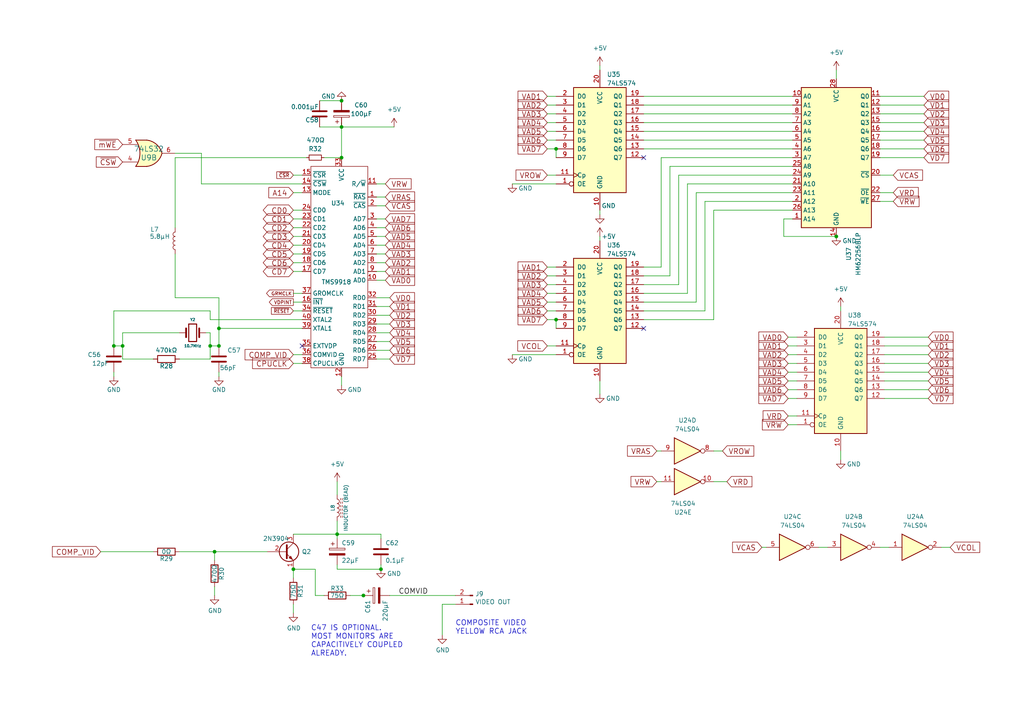
<source format=kicad_sch>
(kicad_sch (version 20211123) (generator eeschema)

  (uuid b34ce9ce-d270-4842-8d95-94720e40d3ca)

  (paper "A4")

  (title_block
    (title "TI-99/22")
    (date "2023-01-21")
    (rev "0.96")
    (company "Dan Werner - https://github.com/danwerner21/ti99_22")
    (comment 1 "Schematic for Keyboard, Joystick and Cassette port.")
    (comment 3 "was based on the HackMac KiCAD Design")
    (comment 4 "Based Robert Krenicki's design which")
    (comment 5 "Original - https://github.com/rkrenicki/TI99-Motherboard")
  )

  (lib_symbols
    (symbol "74xx:74LS04" (in_bom yes) (on_board yes)
      (property "Reference" "U" (id 0) (at 0 1.27 0)
        (effects (font (size 1.27 1.27)))
      )
      (property "Value" "74LS04" (id 1) (at 0 -1.27 0)
        (effects (font (size 1.27 1.27)))
      )
      (property "Footprint" "" (id 2) (at 0 0 0)
        (effects (font (size 1.27 1.27)) hide)
      )
      (property "Datasheet" "http://www.ti.com/lit/gpn/sn74LS04" (id 3) (at 0 0 0)
        (effects (font (size 1.27 1.27)) hide)
      )
      (property "ki_locked" "" (id 4) (at 0 0 0)
        (effects (font (size 1.27 1.27)))
      )
      (property "ki_keywords" "TTL not inv" (id 5) (at 0 0 0)
        (effects (font (size 1.27 1.27)) hide)
      )
      (property "ki_description" "Hex Inverter" (id 6) (at 0 0 0)
        (effects (font (size 1.27 1.27)) hide)
      )
      (property "ki_fp_filters" "DIP*W7.62mm* SSOP?14* TSSOP?14*" (id 7) (at 0 0 0)
        (effects (font (size 1.27 1.27)) hide)
      )
      (symbol "74LS04_1_0"
        (polyline
          (pts
            (xy -3.81 3.81)
            (xy -3.81 -3.81)
            (xy 3.81 0)
            (xy -3.81 3.81)
          )
          (stroke (width 0.254) (type default) (color 0 0 0 0))
          (fill (type background))
        )
        (pin input line (at -7.62 0 0) (length 3.81)
          (name "~" (effects (font (size 1.27 1.27))))
          (number "1" (effects (font (size 1.27 1.27))))
        )
        (pin output inverted (at 7.62 0 180) (length 3.81)
          (name "~" (effects (font (size 1.27 1.27))))
          (number "2" (effects (font (size 1.27 1.27))))
        )
      )
      (symbol "74LS04_2_0"
        (polyline
          (pts
            (xy -3.81 3.81)
            (xy -3.81 -3.81)
            (xy 3.81 0)
            (xy -3.81 3.81)
          )
          (stroke (width 0.254) (type default) (color 0 0 0 0))
          (fill (type background))
        )
        (pin input line (at -7.62 0 0) (length 3.81)
          (name "~" (effects (font (size 1.27 1.27))))
          (number "3" (effects (font (size 1.27 1.27))))
        )
        (pin output inverted (at 7.62 0 180) (length 3.81)
          (name "~" (effects (font (size 1.27 1.27))))
          (number "4" (effects (font (size 1.27 1.27))))
        )
      )
      (symbol "74LS04_3_0"
        (polyline
          (pts
            (xy -3.81 3.81)
            (xy -3.81 -3.81)
            (xy 3.81 0)
            (xy -3.81 3.81)
          )
          (stroke (width 0.254) (type default) (color 0 0 0 0))
          (fill (type background))
        )
        (pin input line (at -7.62 0 0) (length 3.81)
          (name "~" (effects (font (size 1.27 1.27))))
          (number "5" (effects (font (size 1.27 1.27))))
        )
        (pin output inverted (at 7.62 0 180) (length 3.81)
          (name "~" (effects (font (size 1.27 1.27))))
          (number "6" (effects (font (size 1.27 1.27))))
        )
      )
      (symbol "74LS04_4_0"
        (polyline
          (pts
            (xy -3.81 3.81)
            (xy -3.81 -3.81)
            (xy 3.81 0)
            (xy -3.81 3.81)
          )
          (stroke (width 0.254) (type default) (color 0 0 0 0))
          (fill (type background))
        )
        (pin output inverted (at 7.62 0 180) (length 3.81)
          (name "~" (effects (font (size 1.27 1.27))))
          (number "8" (effects (font (size 1.27 1.27))))
        )
        (pin input line (at -7.62 0 0) (length 3.81)
          (name "~" (effects (font (size 1.27 1.27))))
          (number "9" (effects (font (size 1.27 1.27))))
        )
      )
      (symbol "74LS04_5_0"
        (polyline
          (pts
            (xy -3.81 3.81)
            (xy -3.81 -3.81)
            (xy 3.81 0)
            (xy -3.81 3.81)
          )
          (stroke (width 0.254) (type default) (color 0 0 0 0))
          (fill (type background))
        )
        (pin output inverted (at 7.62 0 180) (length 3.81)
          (name "~" (effects (font (size 1.27 1.27))))
          (number "10" (effects (font (size 1.27 1.27))))
        )
        (pin input line (at -7.62 0 0) (length 3.81)
          (name "~" (effects (font (size 1.27 1.27))))
          (number "11" (effects (font (size 1.27 1.27))))
        )
      )
      (symbol "74LS04_6_0"
        (polyline
          (pts
            (xy -3.81 3.81)
            (xy -3.81 -3.81)
            (xy 3.81 0)
            (xy -3.81 3.81)
          )
          (stroke (width 0.254) (type default) (color 0 0 0 0))
          (fill (type background))
        )
        (pin output inverted (at 7.62 0 180) (length 3.81)
          (name "~" (effects (font (size 1.27 1.27))))
          (number "12" (effects (font (size 1.27 1.27))))
        )
        (pin input line (at -7.62 0 0) (length 3.81)
          (name "~" (effects (font (size 1.27 1.27))))
          (number "13" (effects (font (size 1.27 1.27))))
        )
      )
      (symbol "74LS04_7_0"
        (pin power_in line (at 0 12.7 270) (length 5.08)
          (name "VCC" (effects (font (size 1.27 1.27))))
          (number "14" (effects (font (size 1.27 1.27))))
        )
        (pin power_in line (at 0 -12.7 90) (length 5.08)
          (name "GND" (effects (font (size 1.27 1.27))))
          (number "7" (effects (font (size 1.27 1.27))))
        )
      )
      (symbol "74LS04_7_1"
        (rectangle (start -5.08 7.62) (end 5.08 -7.62)
          (stroke (width 0.254) (type default) (color 0 0 0 0))
          (fill (type background))
        )
      )
    )
    (symbol "74xx:74LS32" (pin_names (offset 1.016)) (in_bom yes) (on_board yes)
      (property "Reference" "U" (id 0) (at 0 1.27 0)
        (effects (font (size 1.27 1.27)))
      )
      (property "Value" "74LS32" (id 1) (at 0 -1.27 0)
        (effects (font (size 1.27 1.27)))
      )
      (property "Footprint" "" (id 2) (at 0 0 0)
        (effects (font (size 1.27 1.27)) hide)
      )
      (property "Datasheet" "http://www.ti.com/lit/gpn/sn74LS32" (id 3) (at 0 0 0)
        (effects (font (size 1.27 1.27)) hide)
      )
      (property "ki_locked" "" (id 4) (at 0 0 0)
        (effects (font (size 1.27 1.27)))
      )
      (property "ki_keywords" "TTL Or2" (id 5) (at 0 0 0)
        (effects (font (size 1.27 1.27)) hide)
      )
      (property "ki_description" "Quad 2-input OR" (id 6) (at 0 0 0)
        (effects (font (size 1.27 1.27)) hide)
      )
      (property "ki_fp_filters" "DIP?14*" (id 7) (at 0 0 0)
        (effects (font (size 1.27 1.27)) hide)
      )
      (symbol "74LS32_1_1"
        (arc (start -3.81 -3.81) (mid -2.589 0) (end -3.81 3.81)
          (stroke (width 0.254) (type default) (color 0 0 0 0))
          (fill (type none))
        )
        (arc (start -0.6096 -3.81) (mid 2.1855 -2.584) (end 3.81 0)
          (stroke (width 0.254) (type default) (color 0 0 0 0))
          (fill (type background))
        )
        (polyline
          (pts
            (xy -3.81 -3.81)
            (xy -0.635 -3.81)
          )
          (stroke (width 0.254) (type default) (color 0 0 0 0))
          (fill (type background))
        )
        (polyline
          (pts
            (xy -3.81 3.81)
            (xy -0.635 3.81)
          )
          (stroke (width 0.254) (type default) (color 0 0 0 0))
          (fill (type background))
        )
        (polyline
          (pts
            (xy -0.635 3.81)
            (xy -3.81 3.81)
            (xy -3.81 3.81)
            (xy -3.556 3.4036)
            (xy -3.0226 2.2606)
            (xy -2.6924 1.0414)
            (xy -2.6162 -0.254)
            (xy -2.7686 -1.4986)
            (xy -3.175 -2.7178)
            (xy -3.81 -3.81)
            (xy -3.81 -3.81)
            (xy -0.635 -3.81)
          )
          (stroke (width -25.4) (type default) (color 0 0 0 0))
          (fill (type background))
        )
        (arc (start 3.81 0) (mid 2.1928 2.5925) (end -0.6096 3.81)
          (stroke (width 0.254) (type default) (color 0 0 0 0))
          (fill (type background))
        )
        (pin input line (at -7.62 2.54 0) (length 4.318)
          (name "~" (effects (font (size 1.27 1.27))))
          (number "1" (effects (font (size 1.27 1.27))))
        )
        (pin input line (at -7.62 -2.54 0) (length 4.318)
          (name "~" (effects (font (size 1.27 1.27))))
          (number "2" (effects (font (size 1.27 1.27))))
        )
        (pin output line (at 7.62 0 180) (length 3.81)
          (name "~" (effects (font (size 1.27 1.27))))
          (number "3" (effects (font (size 1.27 1.27))))
        )
      )
      (symbol "74LS32_1_2"
        (arc (start 0 -3.81) (mid 3.81 0) (end 0 3.81)
          (stroke (width 0.254) (type default) (color 0 0 0 0))
          (fill (type background))
        )
        (polyline
          (pts
            (xy 0 3.81)
            (xy -3.81 3.81)
            (xy -3.81 -3.81)
            (xy 0 -3.81)
          )
          (stroke (width 0.254) (type default) (color 0 0 0 0))
          (fill (type background))
        )
        (pin input inverted (at -7.62 2.54 0) (length 3.81)
          (name "~" (effects (font (size 1.27 1.27))))
          (number "1" (effects (font (size 1.27 1.27))))
        )
        (pin input inverted (at -7.62 -2.54 0) (length 3.81)
          (name "~" (effects (font (size 1.27 1.27))))
          (number "2" (effects (font (size 1.27 1.27))))
        )
        (pin output inverted (at 7.62 0 180) (length 3.81)
          (name "~" (effects (font (size 1.27 1.27))))
          (number "3" (effects (font (size 1.27 1.27))))
        )
      )
      (symbol "74LS32_2_1"
        (arc (start -3.81 -3.81) (mid -2.589 0) (end -3.81 3.81)
          (stroke (width 0.254) (type default) (color 0 0 0 0))
          (fill (type none))
        )
        (arc (start -0.6096 -3.81) (mid 2.1855 -2.584) (end 3.81 0)
          (stroke (width 0.254) (type default) (color 0 0 0 0))
          (fill (type background))
        )
        (polyline
          (pts
            (xy -3.81 -3.81)
            (xy -0.635 -3.81)
          )
          (stroke (width 0.254) (type default) (color 0 0 0 0))
          (fill (type background))
        )
        (polyline
          (pts
            (xy -3.81 3.81)
            (xy -0.635 3.81)
          )
          (stroke (width 0.254) (type default) (color 0 0 0 0))
          (fill (type background))
        )
        (polyline
          (pts
            (xy -0.635 3.81)
            (xy -3.81 3.81)
            (xy -3.81 3.81)
            (xy -3.556 3.4036)
            (xy -3.0226 2.2606)
            (xy -2.6924 1.0414)
            (xy -2.6162 -0.254)
            (xy -2.7686 -1.4986)
            (xy -3.175 -2.7178)
            (xy -3.81 -3.81)
            (xy -3.81 -3.81)
            (xy -0.635 -3.81)
          )
          (stroke (width -25.4) (type default) (color 0 0 0 0))
          (fill (type background))
        )
        (arc (start 3.81 0) (mid 2.1928 2.5925) (end -0.6096 3.81)
          (stroke (width 0.254) (type default) (color 0 0 0 0))
          (fill (type background))
        )
        (pin input line (at -7.62 2.54 0) (length 4.318)
          (name "~" (effects (font (size 1.27 1.27))))
          (number "4" (effects (font (size 1.27 1.27))))
        )
        (pin input line (at -7.62 -2.54 0) (length 4.318)
          (name "~" (effects (font (size 1.27 1.27))))
          (number "5" (effects (font (size 1.27 1.27))))
        )
        (pin output line (at 7.62 0 180) (length 3.81)
          (name "~" (effects (font (size 1.27 1.27))))
          (number "6" (effects (font (size 1.27 1.27))))
        )
      )
      (symbol "74LS32_2_2"
        (arc (start 0 -3.81) (mid 3.81 0) (end 0 3.81)
          (stroke (width 0.254) (type default) (color 0 0 0 0))
          (fill (type background))
        )
        (polyline
          (pts
            (xy 0 3.81)
            (xy -3.81 3.81)
            (xy -3.81 -3.81)
            (xy 0 -3.81)
          )
          (stroke (width 0.254) (type default) (color 0 0 0 0))
          (fill (type background))
        )
        (pin input inverted (at -7.62 2.54 0) (length 3.81)
          (name "~" (effects (font (size 1.27 1.27))))
          (number "4" (effects (font (size 1.27 1.27))))
        )
        (pin input inverted (at -7.62 -2.54 0) (length 3.81)
          (name "~" (effects (font (size 1.27 1.27))))
          (number "5" (effects (font (size 1.27 1.27))))
        )
        (pin output inverted (at 7.62 0 180) (length 3.81)
          (name "~" (effects (font (size 1.27 1.27))))
          (number "6" (effects (font (size 1.27 1.27))))
        )
      )
      (symbol "74LS32_3_1"
        (arc (start -3.81 -3.81) (mid -2.589 0) (end -3.81 3.81)
          (stroke (width 0.254) (type default) (color 0 0 0 0))
          (fill (type none))
        )
        (arc (start -0.6096 -3.81) (mid 2.1855 -2.584) (end 3.81 0)
          (stroke (width 0.254) (type default) (color 0 0 0 0))
          (fill (type background))
        )
        (polyline
          (pts
            (xy -3.81 -3.81)
            (xy -0.635 -3.81)
          )
          (stroke (width 0.254) (type default) (color 0 0 0 0))
          (fill (type background))
        )
        (polyline
          (pts
            (xy -3.81 3.81)
            (xy -0.635 3.81)
          )
          (stroke (width 0.254) (type default) (color 0 0 0 0))
          (fill (type background))
        )
        (polyline
          (pts
            (xy -0.635 3.81)
            (xy -3.81 3.81)
            (xy -3.81 3.81)
            (xy -3.556 3.4036)
            (xy -3.0226 2.2606)
            (xy -2.6924 1.0414)
            (xy -2.6162 -0.254)
            (xy -2.7686 -1.4986)
            (xy -3.175 -2.7178)
            (xy -3.81 -3.81)
            (xy -3.81 -3.81)
            (xy -0.635 -3.81)
          )
          (stroke (width -25.4) (type default) (color 0 0 0 0))
          (fill (type background))
        )
        (arc (start 3.81 0) (mid 2.1928 2.5925) (end -0.6096 3.81)
          (stroke (width 0.254) (type default) (color 0 0 0 0))
          (fill (type background))
        )
        (pin input line (at -7.62 -2.54 0) (length 4.318)
          (name "~" (effects (font (size 1.27 1.27))))
          (number "10" (effects (font (size 1.27 1.27))))
        )
        (pin output line (at 7.62 0 180) (length 3.81)
          (name "~" (effects (font (size 1.27 1.27))))
          (number "8" (effects (font (size 1.27 1.27))))
        )
        (pin input line (at -7.62 2.54 0) (length 4.318)
          (name "~" (effects (font (size 1.27 1.27))))
          (number "9" (effects (font (size 1.27 1.27))))
        )
      )
      (symbol "74LS32_3_2"
        (arc (start 0 -3.81) (mid 3.81 0) (end 0 3.81)
          (stroke (width 0.254) (type default) (color 0 0 0 0))
          (fill (type background))
        )
        (polyline
          (pts
            (xy 0 3.81)
            (xy -3.81 3.81)
            (xy -3.81 -3.81)
            (xy 0 -3.81)
          )
          (stroke (width 0.254) (type default) (color 0 0 0 0))
          (fill (type background))
        )
        (pin input inverted (at -7.62 -2.54 0) (length 3.81)
          (name "~" (effects (font (size 1.27 1.27))))
          (number "10" (effects (font (size 1.27 1.27))))
        )
        (pin output inverted (at 7.62 0 180) (length 3.81)
          (name "~" (effects (font (size 1.27 1.27))))
          (number "8" (effects (font (size 1.27 1.27))))
        )
        (pin input inverted (at -7.62 2.54 0) (length 3.81)
          (name "~" (effects (font (size 1.27 1.27))))
          (number "9" (effects (font (size 1.27 1.27))))
        )
      )
      (symbol "74LS32_4_1"
        (arc (start -3.81 -3.81) (mid -2.589 0) (end -3.81 3.81)
          (stroke (width 0.254) (type default) (color 0 0 0 0))
          (fill (type none))
        )
        (arc (start -0.6096 -3.81) (mid 2.1855 -2.584) (end 3.81 0)
          (stroke (width 0.254) (type default) (color 0 0 0 0))
          (fill (type background))
        )
        (polyline
          (pts
            (xy -3.81 -3.81)
            (xy -0.635 -3.81)
          )
          (stroke (width 0.254) (type default) (color 0 0 0 0))
          (fill (type background))
        )
        (polyline
          (pts
            (xy -3.81 3.81)
            (xy -0.635 3.81)
          )
          (stroke (width 0.254) (type default) (color 0 0 0 0))
          (fill (type background))
        )
        (polyline
          (pts
            (xy -0.635 3.81)
            (xy -3.81 3.81)
            (xy -3.81 3.81)
            (xy -3.556 3.4036)
            (xy -3.0226 2.2606)
            (xy -2.6924 1.0414)
            (xy -2.6162 -0.254)
            (xy -2.7686 -1.4986)
            (xy -3.175 -2.7178)
            (xy -3.81 -3.81)
            (xy -3.81 -3.81)
            (xy -0.635 -3.81)
          )
          (stroke (width -25.4) (type default) (color 0 0 0 0))
          (fill (type background))
        )
        (arc (start 3.81 0) (mid 2.1928 2.5925) (end -0.6096 3.81)
          (stroke (width 0.254) (type default) (color 0 0 0 0))
          (fill (type background))
        )
        (pin output line (at 7.62 0 180) (length 3.81)
          (name "~" (effects (font (size 1.27 1.27))))
          (number "11" (effects (font (size 1.27 1.27))))
        )
        (pin input line (at -7.62 2.54 0) (length 4.318)
          (name "~" (effects (font (size 1.27 1.27))))
          (number "12" (effects (font (size 1.27 1.27))))
        )
        (pin input line (at -7.62 -2.54 0) (length 4.318)
          (name "~" (effects (font (size 1.27 1.27))))
          (number "13" (effects (font (size 1.27 1.27))))
        )
      )
      (symbol "74LS32_4_2"
        (arc (start 0 -3.81) (mid 3.81 0) (end 0 3.81)
          (stroke (width 0.254) (type default) (color 0 0 0 0))
          (fill (type background))
        )
        (polyline
          (pts
            (xy 0 3.81)
            (xy -3.81 3.81)
            (xy -3.81 -3.81)
            (xy 0 -3.81)
          )
          (stroke (width 0.254) (type default) (color 0 0 0 0))
          (fill (type background))
        )
        (pin output inverted (at 7.62 0 180) (length 3.81)
          (name "~" (effects (font (size 1.27 1.27))))
          (number "11" (effects (font (size 1.27 1.27))))
        )
        (pin input inverted (at -7.62 2.54 0) (length 3.81)
          (name "~" (effects (font (size 1.27 1.27))))
          (number "12" (effects (font (size 1.27 1.27))))
        )
        (pin input inverted (at -7.62 -2.54 0) (length 3.81)
          (name "~" (effects (font (size 1.27 1.27))))
          (number "13" (effects (font (size 1.27 1.27))))
        )
      )
      (symbol "74LS32_5_0"
        (pin power_in line (at 0 12.7 270) (length 5.08)
          (name "VCC" (effects (font (size 1.27 1.27))))
          (number "14" (effects (font (size 1.27 1.27))))
        )
        (pin power_in line (at 0 -12.7 90) (length 5.08)
          (name "GND" (effects (font (size 1.27 1.27))))
          (number "7" (effects (font (size 1.27 1.27))))
        )
      )
      (symbol "74LS32_5_1"
        (rectangle (start -5.08 7.62) (end 5.08 -7.62)
          (stroke (width 0.254) (type default) (color 0 0 0 0))
          (fill (type background))
        )
      )
    )
    (symbol "74xx:74LS574" (pin_names (offset 1.016)) (in_bom yes) (on_board yes)
      (property "Reference" "U" (id 0) (at -7.62 16.51 0)
        (effects (font (size 1.27 1.27)))
      )
      (property "Value" "74LS574" (id 1) (at -7.62 -16.51 0)
        (effects (font (size 1.27 1.27)))
      )
      (property "Footprint" "" (id 2) (at 0 0 0)
        (effects (font (size 1.27 1.27)) hide)
      )
      (property "Datasheet" "http://www.ti.com/lit/gpn/sn74LS574" (id 3) (at 0 0 0)
        (effects (font (size 1.27 1.27)) hide)
      )
      (property "ki_locked" "" (id 4) (at 0 0 0)
        (effects (font (size 1.27 1.27)))
      )
      (property "ki_keywords" "TTL REG DFF DFF8 3State" (id 5) (at 0 0 0)
        (effects (font (size 1.27 1.27)) hide)
      )
      (property "ki_description" "8-bit Register, 3-state outputs" (id 6) (at 0 0 0)
        (effects (font (size 1.27 1.27)) hide)
      )
      (property "ki_fp_filters" "DIP?20*" (id 7) (at 0 0 0)
        (effects (font (size 1.27 1.27)) hide)
      )
      (symbol "74LS574_1_0"
        (pin input inverted (at -12.7 -12.7 0) (length 5.08)
          (name "OE" (effects (font (size 1.27 1.27))))
          (number "1" (effects (font (size 1.27 1.27))))
        )
        (pin power_in line (at 0 -20.32 90) (length 5.08)
          (name "GND" (effects (font (size 1.27 1.27))))
          (number "10" (effects (font (size 1.27 1.27))))
        )
        (pin input clock (at -12.7 -10.16 0) (length 5.08)
          (name "Cp" (effects (font (size 1.27 1.27))))
          (number "11" (effects (font (size 1.27 1.27))))
        )
        (pin tri_state line (at 12.7 -5.08 180) (length 5.08)
          (name "Q7" (effects (font (size 1.27 1.27))))
          (number "12" (effects (font (size 1.27 1.27))))
        )
        (pin tri_state line (at 12.7 -2.54 180) (length 5.08)
          (name "Q6" (effects (font (size 1.27 1.27))))
          (number "13" (effects (font (size 1.27 1.27))))
        )
        (pin tri_state line (at 12.7 0 180) (length 5.08)
          (name "Q5" (effects (font (size 1.27 1.27))))
          (number "14" (effects (font (size 1.27 1.27))))
        )
        (pin tri_state line (at 12.7 2.54 180) (length 5.08)
          (name "Q4" (effects (font (size 1.27 1.27))))
          (number "15" (effects (font (size 1.27 1.27))))
        )
        (pin tri_state line (at 12.7 5.08 180) (length 5.08)
          (name "Q3" (effects (font (size 1.27 1.27))))
          (number "16" (effects (font (size 1.27 1.27))))
        )
        (pin tri_state line (at 12.7 7.62 180) (length 5.08)
          (name "Q2" (effects (font (size 1.27 1.27))))
          (number "17" (effects (font (size 1.27 1.27))))
        )
        (pin tri_state line (at 12.7 10.16 180) (length 5.08)
          (name "Q1" (effects (font (size 1.27 1.27))))
          (number "18" (effects (font (size 1.27 1.27))))
        )
        (pin tri_state line (at 12.7 12.7 180) (length 5.08)
          (name "Q0" (effects (font (size 1.27 1.27))))
          (number "19" (effects (font (size 1.27 1.27))))
        )
        (pin input line (at -12.7 12.7 0) (length 5.08)
          (name "D0" (effects (font (size 1.27 1.27))))
          (number "2" (effects (font (size 1.27 1.27))))
        )
        (pin power_in line (at 0 20.32 270) (length 5.08)
          (name "VCC" (effects (font (size 1.27 1.27))))
          (number "20" (effects (font (size 1.27 1.27))))
        )
        (pin input line (at -12.7 10.16 0) (length 5.08)
          (name "D1" (effects (font (size 1.27 1.27))))
          (number "3" (effects (font (size 1.27 1.27))))
        )
        (pin input line (at -12.7 7.62 0) (length 5.08)
          (name "D2" (effects (font (size 1.27 1.27))))
          (number "4" (effects (font (size 1.27 1.27))))
        )
        (pin input line (at -12.7 5.08 0) (length 5.08)
          (name "D3" (effects (font (size 1.27 1.27))))
          (number "5" (effects (font (size 1.27 1.27))))
        )
        (pin input line (at -12.7 2.54 0) (length 5.08)
          (name "D4" (effects (font (size 1.27 1.27))))
          (number "6" (effects (font (size 1.27 1.27))))
        )
        (pin input line (at -12.7 0 0) (length 5.08)
          (name "D5" (effects (font (size 1.27 1.27))))
          (number "7" (effects (font (size 1.27 1.27))))
        )
        (pin input line (at -12.7 -2.54 0) (length 5.08)
          (name "D6" (effects (font (size 1.27 1.27))))
          (number "8" (effects (font (size 1.27 1.27))))
        )
        (pin input line (at -12.7 -5.08 0) (length 5.08)
          (name "D7" (effects (font (size 1.27 1.27))))
          (number "9" (effects (font (size 1.27 1.27))))
        )
      )
      (symbol "74LS574_1_1"
        (rectangle (start -7.62 15.24) (end 7.62 -15.24)
          (stroke (width 0.254) (type default) (color 0 0 0 0))
          (fill (type background))
        )
      )
    )
    (symbol "Connector:Conn_01x02_Male" (pin_names (offset 1.016) hide) (in_bom yes) (on_board yes)
      (property "Reference" "J" (id 0) (at 0 2.54 0)
        (effects (font (size 1.27 1.27)))
      )
      (property "Value" "Conn_01x02_Male" (id 1) (at 0 -5.08 0)
        (effects (font (size 1.27 1.27)))
      )
      (property "Footprint" "" (id 2) (at 0 0 0)
        (effects (font (size 1.27 1.27)) hide)
      )
      (property "Datasheet" "~" (id 3) (at 0 0 0)
        (effects (font (size 1.27 1.27)) hide)
      )
      (property "ki_keywords" "connector" (id 4) (at 0 0 0)
        (effects (font (size 1.27 1.27)) hide)
      )
      (property "ki_description" "Generic connector, single row, 01x02, script generated (kicad-library-utils/schlib/autogen/connector/)" (id 5) (at 0 0 0)
        (effects (font (size 1.27 1.27)) hide)
      )
      (property "ki_fp_filters" "Connector*:*_1x??_*" (id 6) (at 0 0 0)
        (effects (font (size 1.27 1.27)) hide)
      )
      (symbol "Conn_01x02_Male_1_1"
        (polyline
          (pts
            (xy 1.27 -2.54)
            (xy 0.8636 -2.54)
          )
          (stroke (width 0.1524) (type default) (color 0 0 0 0))
          (fill (type none))
        )
        (polyline
          (pts
            (xy 1.27 0)
            (xy 0.8636 0)
          )
          (stroke (width 0.1524) (type default) (color 0 0 0 0))
          (fill (type none))
        )
        (rectangle (start 0.8636 -2.413) (end 0 -2.667)
          (stroke (width 0.1524) (type default) (color 0 0 0 0))
          (fill (type outline))
        )
        (rectangle (start 0.8636 0.127) (end 0 -0.127)
          (stroke (width 0.1524) (type default) (color 0 0 0 0))
          (fill (type outline))
        )
        (pin passive line (at 5.08 0 180) (length 3.81)
          (name "Pin_1" (effects (font (size 1.27 1.27))))
          (number "1" (effects (font (size 1.27 1.27))))
        )
        (pin passive line (at 5.08 -2.54 180) (length 3.81)
          (name "Pin_2" (effects (font (size 1.27 1.27))))
          (number "2" (effects (font (size 1.27 1.27))))
        )
      )
    )
    (symbol "Device:C" (pin_numbers hide) (pin_names (offset 0.254)) (in_bom yes) (on_board yes)
      (property "Reference" "C" (id 0) (at 0.635 2.54 0)
        (effects (font (size 1.27 1.27)) (justify left))
      )
      (property "Value" "C" (id 1) (at 0.635 -2.54 0)
        (effects (font (size 1.27 1.27)) (justify left))
      )
      (property "Footprint" "" (id 2) (at 0.9652 -3.81 0)
        (effects (font (size 1.27 1.27)) hide)
      )
      (property "Datasheet" "~" (id 3) (at 0 0 0)
        (effects (font (size 1.27 1.27)) hide)
      )
      (property "ki_keywords" "cap capacitor" (id 4) (at 0 0 0)
        (effects (font (size 1.27 1.27)) hide)
      )
      (property "ki_description" "Unpolarized capacitor" (id 5) (at 0 0 0)
        (effects (font (size 1.27 1.27)) hide)
      )
      (property "ki_fp_filters" "C_*" (id 6) (at 0 0 0)
        (effects (font (size 1.27 1.27)) hide)
      )
      (symbol "C_0_1"
        (polyline
          (pts
            (xy -2.032 -0.762)
            (xy 2.032 -0.762)
          )
          (stroke (width 0.508) (type default) (color 0 0 0 0))
          (fill (type none))
        )
        (polyline
          (pts
            (xy -2.032 0.762)
            (xy 2.032 0.762)
          )
          (stroke (width 0.508) (type default) (color 0 0 0 0))
          (fill (type none))
        )
      )
      (symbol "C_1_1"
        (pin passive line (at 0 3.81 270) (length 2.794)
          (name "~" (effects (font (size 1.27 1.27))))
          (number "1" (effects (font (size 1.27 1.27))))
        )
        (pin passive line (at 0 -3.81 90) (length 2.794)
          (name "~" (effects (font (size 1.27 1.27))))
          (number "2" (effects (font (size 1.27 1.27))))
        )
      )
    )
    (symbol "Device:C_Polarized" (pin_numbers hide) (pin_names (offset 0.254)) (in_bom yes) (on_board yes)
      (property "Reference" "C" (id 0) (at 0.635 2.54 0)
        (effects (font (size 1.27 1.27)) (justify left))
      )
      (property "Value" "C_Polarized" (id 1) (at 0.635 -2.54 0)
        (effects (font (size 1.27 1.27)) (justify left))
      )
      (property "Footprint" "" (id 2) (at 0.9652 -3.81 0)
        (effects (font (size 1.27 1.27)) hide)
      )
      (property "Datasheet" "~" (id 3) (at 0 0 0)
        (effects (font (size 1.27 1.27)) hide)
      )
      (property "ki_keywords" "cap capacitor" (id 4) (at 0 0 0)
        (effects (font (size 1.27 1.27)) hide)
      )
      (property "ki_description" "Polarized capacitor" (id 5) (at 0 0 0)
        (effects (font (size 1.27 1.27)) hide)
      )
      (property "ki_fp_filters" "CP_*" (id 6) (at 0 0 0)
        (effects (font (size 1.27 1.27)) hide)
      )
      (symbol "C_Polarized_0_1"
        (rectangle (start -2.286 0.508) (end 2.286 1.016)
          (stroke (width 0) (type default) (color 0 0 0 0))
          (fill (type none))
        )
        (polyline
          (pts
            (xy -1.778 2.286)
            (xy -0.762 2.286)
          )
          (stroke (width 0) (type default) (color 0 0 0 0))
          (fill (type none))
        )
        (polyline
          (pts
            (xy -1.27 2.794)
            (xy -1.27 1.778)
          )
          (stroke (width 0) (type default) (color 0 0 0 0))
          (fill (type none))
        )
        (rectangle (start 2.286 -0.508) (end -2.286 -1.016)
          (stroke (width 0) (type default) (color 0 0 0 0))
          (fill (type outline))
        )
      )
      (symbol "C_Polarized_1_1"
        (pin passive line (at 0 3.81 270) (length 2.794)
          (name "~" (effects (font (size 1.27 1.27))))
          (number "1" (effects (font (size 1.27 1.27))))
        )
        (pin passive line (at 0 -3.81 90) (length 2.794)
          (name "~" (effects (font (size 1.27 1.27))))
          (number "2" (effects (font (size 1.27 1.27))))
        )
      )
    )
    (symbol "Device:Crystal" (pin_numbers hide) (pin_names (offset 1.016) hide) (in_bom yes) (on_board yes)
      (property "Reference" "Y" (id 0) (at 0 3.81 0)
        (effects (font (size 1.27 1.27)))
      )
      (property "Value" "Crystal" (id 1) (at 0 -3.81 0)
        (effects (font (size 1.27 1.27)))
      )
      (property "Footprint" "" (id 2) (at 0 0 0)
        (effects (font (size 1.27 1.27)) hide)
      )
      (property "Datasheet" "~" (id 3) (at 0 0 0)
        (effects (font (size 1.27 1.27)) hide)
      )
      (property "ki_keywords" "quartz ceramic resonator oscillator" (id 4) (at 0 0 0)
        (effects (font (size 1.27 1.27)) hide)
      )
      (property "ki_description" "Two pin crystal" (id 5) (at 0 0 0)
        (effects (font (size 1.27 1.27)) hide)
      )
      (property "ki_fp_filters" "Crystal*" (id 6) (at 0 0 0)
        (effects (font (size 1.27 1.27)) hide)
      )
      (symbol "Crystal_0_1"
        (rectangle (start -1.143 2.54) (end 1.143 -2.54)
          (stroke (width 0.3048) (type default) (color 0 0 0 0))
          (fill (type none))
        )
        (polyline
          (pts
            (xy -2.54 0)
            (xy -1.905 0)
          )
          (stroke (width 0) (type default) (color 0 0 0 0))
          (fill (type none))
        )
        (polyline
          (pts
            (xy -1.905 -1.27)
            (xy -1.905 1.27)
          )
          (stroke (width 0.508) (type default) (color 0 0 0 0))
          (fill (type none))
        )
        (polyline
          (pts
            (xy 1.905 -1.27)
            (xy 1.905 1.27)
          )
          (stroke (width 0.508) (type default) (color 0 0 0 0))
          (fill (type none))
        )
        (polyline
          (pts
            (xy 2.54 0)
            (xy 1.905 0)
          )
          (stroke (width 0) (type default) (color 0 0 0 0))
          (fill (type none))
        )
      )
      (symbol "Crystal_1_1"
        (pin passive line (at -3.81 0 0) (length 1.27)
          (name "1" (effects (font (size 1.27 1.27))))
          (number "1" (effects (font (size 1.27 1.27))))
        )
        (pin passive line (at 3.81 0 180) (length 1.27)
          (name "2" (effects (font (size 1.27 1.27))))
          (number "2" (effects (font (size 1.27 1.27))))
        )
      )
    )
    (symbol "Device:L" (pin_numbers hide) (pin_names (offset 1.016) hide) (in_bom yes) (on_board yes)
      (property "Reference" "L" (id 0) (at -1.27 0 90)
        (effects (font (size 1.27 1.27)))
      )
      (property "Value" "L" (id 1) (at 1.905 0 90)
        (effects (font (size 1.27 1.27)))
      )
      (property "Footprint" "" (id 2) (at 0 0 0)
        (effects (font (size 1.27 1.27)) hide)
      )
      (property "Datasheet" "~" (id 3) (at 0 0 0)
        (effects (font (size 1.27 1.27)) hide)
      )
      (property "ki_keywords" "inductor choke coil reactor magnetic" (id 4) (at 0 0 0)
        (effects (font (size 1.27 1.27)) hide)
      )
      (property "ki_description" "Inductor" (id 5) (at 0 0 0)
        (effects (font (size 1.27 1.27)) hide)
      )
      (property "ki_fp_filters" "Choke_* *Coil* Inductor_* L_*" (id 6) (at 0 0 0)
        (effects (font (size 1.27 1.27)) hide)
      )
      (symbol "L_0_1"
        (arc (start 0 -2.54) (mid 0.635 -1.905) (end 0 -1.27)
          (stroke (width 0) (type default) (color 0 0 0 0))
          (fill (type none))
        )
        (arc (start 0 -1.27) (mid 0.635 -0.635) (end 0 0)
          (stroke (width 0) (type default) (color 0 0 0 0))
          (fill (type none))
        )
        (arc (start 0 0) (mid 0.635 0.635) (end 0 1.27)
          (stroke (width 0) (type default) (color 0 0 0 0))
          (fill (type none))
        )
        (arc (start 0 1.27) (mid 0.635 1.905) (end 0 2.54)
          (stroke (width 0) (type default) (color 0 0 0 0))
          (fill (type none))
        )
      )
      (symbol "L_1_1"
        (pin passive line (at 0 3.81 270) (length 1.27)
          (name "1" (effects (font (size 1.27 1.27))))
          (number "1" (effects (font (size 1.27 1.27))))
        )
        (pin passive line (at 0 -3.81 90) (length 1.27)
          (name "2" (effects (font (size 1.27 1.27))))
          (number "2" (effects (font (size 1.27 1.27))))
        )
      )
    )
    (symbol "Device:L_Ferrite" (pin_numbers hide) (pin_names (offset 1.016) hide) (in_bom yes) (on_board yes)
      (property "Reference" "L" (id 0) (at -1.27 0 90)
        (effects (font (size 1.27 1.27)))
      )
      (property "Value" "L_Ferrite" (id 1) (at 2.794 0 90)
        (effects (font (size 1.27 1.27)))
      )
      (property "Footprint" "" (id 2) (at 0 0 0)
        (effects (font (size 1.27 1.27)) hide)
      )
      (property "Datasheet" "~" (id 3) (at 0 0 0)
        (effects (font (size 1.27 1.27)) hide)
      )
      (property "ki_keywords" "inductor choke coil reactor magnetic" (id 4) (at 0 0 0)
        (effects (font (size 1.27 1.27)) hide)
      )
      (property "ki_description" "Inductor with ferrite core" (id 5) (at 0 0 0)
        (effects (font (size 1.27 1.27)) hide)
      )
      (property "ki_fp_filters" "Choke_* *Coil* Inductor_* L_*" (id 6) (at 0 0 0)
        (effects (font (size 1.27 1.27)) hide)
      )
      (symbol "L_Ferrite_0_1"
        (arc (start 0 -2.54) (mid 0.635 -1.905) (end 0 -1.27)
          (stroke (width 0) (type default) (color 0 0 0 0))
          (fill (type none))
        )
        (arc (start 0 -1.27) (mid 0.635 -0.635) (end 0 0)
          (stroke (width 0) (type default) (color 0 0 0 0))
          (fill (type none))
        )
        (polyline
          (pts
            (xy 1.016 -2.794)
            (xy 1.016 -2.286)
          )
          (stroke (width 0) (type default) (color 0 0 0 0))
          (fill (type none))
        )
        (polyline
          (pts
            (xy 1.016 -1.778)
            (xy 1.016 -1.27)
          )
          (stroke (width 0) (type default) (color 0 0 0 0))
          (fill (type none))
        )
        (polyline
          (pts
            (xy 1.016 -0.762)
            (xy 1.016 -0.254)
          )
          (stroke (width 0) (type default) (color 0 0 0 0))
          (fill (type none))
        )
        (polyline
          (pts
            (xy 1.016 0.254)
            (xy 1.016 0.762)
          )
          (stroke (width 0) (type default) (color 0 0 0 0))
          (fill (type none))
        )
        (polyline
          (pts
            (xy 1.016 1.27)
            (xy 1.016 1.778)
          )
          (stroke (width 0) (type default) (color 0 0 0 0))
          (fill (type none))
        )
        (polyline
          (pts
            (xy 1.016 2.286)
            (xy 1.016 2.794)
          )
          (stroke (width 0) (type default) (color 0 0 0 0))
          (fill (type none))
        )
        (polyline
          (pts
            (xy 1.524 -2.286)
            (xy 1.524 -2.794)
          )
          (stroke (width 0) (type default) (color 0 0 0 0))
          (fill (type none))
        )
        (polyline
          (pts
            (xy 1.524 -1.27)
            (xy 1.524 -1.778)
          )
          (stroke (width 0) (type default) (color 0 0 0 0))
          (fill (type none))
        )
        (polyline
          (pts
            (xy 1.524 -0.254)
            (xy 1.524 -0.762)
          )
          (stroke (width 0) (type default) (color 0 0 0 0))
          (fill (type none))
        )
        (polyline
          (pts
            (xy 1.524 0.762)
            (xy 1.524 0.254)
          )
          (stroke (width 0) (type default) (color 0 0 0 0))
          (fill (type none))
        )
        (polyline
          (pts
            (xy 1.524 1.778)
            (xy 1.524 1.27)
          )
          (stroke (width 0) (type default) (color 0 0 0 0))
          (fill (type none))
        )
        (polyline
          (pts
            (xy 1.524 2.794)
            (xy 1.524 2.286)
          )
          (stroke (width 0) (type default) (color 0 0 0 0))
          (fill (type none))
        )
        (arc (start 0 0) (mid 0.635 0.635) (end 0 1.27)
          (stroke (width 0) (type default) (color 0 0 0 0))
          (fill (type none))
        )
        (arc (start 0 1.27) (mid 0.635 1.905) (end 0 2.54)
          (stroke (width 0) (type default) (color 0 0 0 0))
          (fill (type none))
        )
      )
      (symbol "L_Ferrite_1_1"
        (pin passive line (at 0 3.81 270) (length 1.27)
          (name "1" (effects (font (size 1.27 1.27))))
          (number "1" (effects (font (size 1.27 1.27))))
        )
        (pin passive line (at 0 -3.81 90) (length 1.27)
          (name "2" (effects (font (size 1.27 1.27))))
          (number "2" (effects (font (size 1.27 1.27))))
        )
      )
    )
    (symbol "Device:Q_NPN_EBC" (pin_names (offset 0) hide) (in_bom yes) (on_board yes)
      (property "Reference" "Q" (id 0) (at 5.08 1.27 0)
        (effects (font (size 1.27 1.27)) (justify left))
      )
      (property "Value" "Q_NPN_EBC" (id 1) (at 5.08 -1.27 0)
        (effects (font (size 1.27 1.27)) (justify left))
      )
      (property "Footprint" "" (id 2) (at 5.08 2.54 0)
        (effects (font (size 1.27 1.27)) hide)
      )
      (property "Datasheet" "~" (id 3) (at 0 0 0)
        (effects (font (size 1.27 1.27)) hide)
      )
      (property "ki_keywords" "transistor NPN" (id 4) (at 0 0 0)
        (effects (font (size 1.27 1.27)) hide)
      )
      (property "ki_description" "NPN transistor, emitter/base/collector" (id 5) (at 0 0 0)
        (effects (font (size 1.27 1.27)) hide)
      )
      (symbol "Q_NPN_EBC_0_1"
        (polyline
          (pts
            (xy 0.635 0.635)
            (xy 2.54 2.54)
          )
          (stroke (width 0) (type default) (color 0 0 0 0))
          (fill (type none))
        )
        (polyline
          (pts
            (xy 0.635 -0.635)
            (xy 2.54 -2.54)
            (xy 2.54 -2.54)
          )
          (stroke (width 0) (type default) (color 0 0 0 0))
          (fill (type none))
        )
        (polyline
          (pts
            (xy 0.635 1.905)
            (xy 0.635 -1.905)
            (xy 0.635 -1.905)
          )
          (stroke (width 0.508) (type default) (color 0 0 0 0))
          (fill (type none))
        )
        (polyline
          (pts
            (xy 1.27 -1.778)
            (xy 1.778 -1.27)
            (xy 2.286 -2.286)
            (xy 1.27 -1.778)
            (xy 1.27 -1.778)
          )
          (stroke (width 0) (type default) (color 0 0 0 0))
          (fill (type outline))
        )
        (circle (center 1.27 0) (radius 2.8194)
          (stroke (width 0.254) (type default) (color 0 0 0 0))
          (fill (type none))
        )
      )
      (symbol "Q_NPN_EBC_1_1"
        (pin passive line (at 2.54 -5.08 90) (length 2.54)
          (name "E" (effects (font (size 1.27 1.27))))
          (number "1" (effects (font (size 1.27 1.27))))
        )
        (pin passive line (at -5.08 0 0) (length 5.715)
          (name "B" (effects (font (size 1.27 1.27))))
          (number "2" (effects (font (size 1.27 1.27))))
        )
        (pin passive line (at 2.54 5.08 270) (length 2.54)
          (name "C" (effects (font (size 1.27 1.27))))
          (number "3" (effects (font (size 1.27 1.27))))
        )
      )
    )
    (symbol "Device:R" (pin_numbers hide) (pin_names (offset 0)) (in_bom yes) (on_board yes)
      (property "Reference" "R" (id 0) (at 2.032 0 90)
        (effects (font (size 1.27 1.27)))
      )
      (property "Value" "R" (id 1) (at 0 0 90)
        (effects (font (size 1.27 1.27)))
      )
      (property "Footprint" "" (id 2) (at -1.778 0 90)
        (effects (font (size 1.27 1.27)) hide)
      )
      (property "Datasheet" "~" (id 3) (at 0 0 0)
        (effects (font (size 1.27 1.27)) hide)
      )
      (property "ki_keywords" "R res resistor" (id 4) (at 0 0 0)
        (effects (font (size 1.27 1.27)) hide)
      )
      (property "ki_description" "Resistor" (id 5) (at 0 0 0)
        (effects (font (size 1.27 1.27)) hide)
      )
      (property "ki_fp_filters" "R_*" (id 6) (at 0 0 0)
        (effects (font (size 1.27 1.27)) hide)
      )
      (symbol "R_0_1"
        (rectangle (start -1.016 -2.54) (end 1.016 2.54)
          (stroke (width 0.254) (type default) (color 0 0 0 0))
          (fill (type none))
        )
      )
      (symbol "R_1_1"
        (pin passive line (at 0 3.81 270) (length 1.27)
          (name "~" (effects (font (size 1.27 1.27))))
          (number "1" (effects (font (size 1.27 1.27))))
        )
        (pin passive line (at 0 -3.81 90) (length 1.27)
          (name "~" (effects (font (size 1.27 1.27))))
          (number "2" (effects (font (size 1.27 1.27))))
        )
      )
    )
    (symbol "Device:R_Small" (pin_numbers hide) (pin_names (offset 0.254) hide) (in_bom yes) (on_board yes)
      (property "Reference" "R" (id 0) (at 0.762 0.508 0)
        (effects (font (size 1.27 1.27)) (justify left))
      )
      (property "Value" "R_Small" (id 1) (at 0.762 -1.016 0)
        (effects (font (size 1.27 1.27)) (justify left))
      )
      (property "Footprint" "" (id 2) (at 0 0 0)
        (effects (font (size 1.27 1.27)) hide)
      )
      (property "Datasheet" "~" (id 3) (at 0 0 0)
        (effects (font (size 1.27 1.27)) hide)
      )
      (property "ki_keywords" "R resistor" (id 4) (at 0 0 0)
        (effects (font (size 1.27 1.27)) hide)
      )
      (property "ki_description" "Resistor, small symbol" (id 5) (at 0 0 0)
        (effects (font (size 1.27 1.27)) hide)
      )
      (property "ki_fp_filters" "R_*" (id 6) (at 0 0 0)
        (effects (font (size 1.27 1.27)) hide)
      )
      (symbol "R_Small_0_1"
        (rectangle (start -0.762 1.778) (end 0.762 -1.778)
          (stroke (width 0.2032) (type default) (color 0 0 0 0))
          (fill (type none))
        )
      )
      (symbol "R_Small_1_1"
        (pin passive line (at 0 2.54 270) (length 0.762)
          (name "~" (effects (font (size 1.27 1.27))))
          (number "1" (effects (font (size 1.27 1.27))))
        )
        (pin passive line (at 0 -2.54 90) (length 0.762)
          (name "~" (effects (font (size 1.27 1.27))))
          (number "2" (effects (font (size 1.27 1.27))))
        )
      )
    )
    (symbol "Memory_RAM:HM62256BLP" (in_bom yes) (on_board yes)
      (property "Reference" "U" (id 0) (at -10.16 20.955 0)
        (effects (font (size 1.27 1.27)) (justify left bottom))
      )
      (property "Value" "HM62256BLP" (id 1) (at 2.54 20.955 0)
        (effects (font (size 1.27 1.27)) (justify left bottom))
      )
      (property "Footprint" "Package_DIP:DIP-28_W15.24mm" (id 2) (at 0 -2.54 0)
        (effects (font (size 1.27 1.27)) hide)
      )
      (property "Datasheet" "https://web.mit.edu/6.115/www/document/62256.pdf" (id 3) (at 0 -2.54 0)
        (effects (font (size 1.27 1.27)) hide)
      )
      (property "ki_keywords" "RAM SRAM CMOS MEMORY" (id 4) (at 0 0 0)
        (effects (font (size 1.27 1.27)) hide)
      )
      (property "ki_description" "32,768-word × 8-bit High Speed CMOS Static RAM, 70ns, DIP-28" (id 5) (at 0 0 0)
        (effects (font (size 1.27 1.27)) hide)
      )
      (property "ki_fp_filters" "DIP*W15.24mm*" (id 6) (at 0 0 0)
        (effects (font (size 1.27 1.27)) hide)
      )
      (symbol "HM62256BLP_0_0"
        (pin power_in line (at 0 -22.86 90) (length 2.54)
          (name "GND" (effects (font (size 1.27 1.27))))
          (number "14" (effects (font (size 1.27 1.27))))
        )
        (pin power_in line (at 0 22.86 270) (length 2.54)
          (name "VCC" (effects (font (size 1.27 1.27))))
          (number "28" (effects (font (size 1.27 1.27))))
        )
      )
      (symbol "HM62256BLP_0_1"
        (rectangle (start -10.16 20.32) (end 10.16 -20.32)
          (stroke (width 0.254) (type default) (color 0 0 0 0))
          (fill (type background))
        )
      )
      (symbol "HM62256BLP_1_1"
        (pin input line (at -12.7 -17.78 0) (length 2.54)
          (name "A14" (effects (font (size 1.27 1.27))))
          (number "1" (effects (font (size 1.27 1.27))))
        )
        (pin input line (at -12.7 17.78 0) (length 2.54)
          (name "A0" (effects (font (size 1.27 1.27))))
          (number "10" (effects (font (size 1.27 1.27))))
        )
        (pin tri_state line (at 12.7 17.78 180) (length 2.54)
          (name "Q0" (effects (font (size 1.27 1.27))))
          (number "11" (effects (font (size 1.27 1.27))))
        )
        (pin tri_state line (at 12.7 15.24 180) (length 2.54)
          (name "Q1" (effects (font (size 1.27 1.27))))
          (number "12" (effects (font (size 1.27 1.27))))
        )
        (pin tri_state line (at 12.7 12.7 180) (length 2.54)
          (name "Q2" (effects (font (size 1.27 1.27))))
          (number "13" (effects (font (size 1.27 1.27))))
        )
        (pin tri_state line (at 12.7 10.16 180) (length 2.54)
          (name "Q3" (effects (font (size 1.27 1.27))))
          (number "15" (effects (font (size 1.27 1.27))))
        )
        (pin tri_state line (at 12.7 7.62 180) (length 2.54)
          (name "Q4" (effects (font (size 1.27 1.27))))
          (number "16" (effects (font (size 1.27 1.27))))
        )
        (pin tri_state line (at 12.7 5.08 180) (length 2.54)
          (name "Q5" (effects (font (size 1.27 1.27))))
          (number "17" (effects (font (size 1.27 1.27))))
        )
        (pin tri_state line (at 12.7 2.54 180) (length 2.54)
          (name "Q6" (effects (font (size 1.27 1.27))))
          (number "18" (effects (font (size 1.27 1.27))))
        )
        (pin tri_state line (at 12.7 0 180) (length 2.54)
          (name "Q7" (effects (font (size 1.27 1.27))))
          (number "19" (effects (font (size 1.27 1.27))))
        )
        (pin input line (at -12.7 -12.7 0) (length 2.54)
          (name "A12" (effects (font (size 1.27 1.27))))
          (number "2" (effects (font (size 1.27 1.27))))
        )
        (pin input line (at 12.7 -5.08 180) (length 2.54)
          (name "~{CS}" (effects (font (size 1.27 1.27))))
          (number "20" (effects (font (size 1.27 1.27))))
        )
        (pin input line (at -12.7 -7.62 0) (length 2.54)
          (name "A10" (effects (font (size 1.27 1.27))))
          (number "21" (effects (font (size 1.27 1.27))))
        )
        (pin input line (at 12.7 -10.16 180) (length 2.54)
          (name "~{OE}" (effects (font (size 1.27 1.27))))
          (number "22" (effects (font (size 1.27 1.27))))
        )
        (pin input line (at -12.7 -10.16 0) (length 2.54)
          (name "A11" (effects (font (size 1.27 1.27))))
          (number "23" (effects (font (size 1.27 1.27))))
        )
        (pin input line (at -12.7 -5.08 0) (length 2.54)
          (name "A9" (effects (font (size 1.27 1.27))))
          (number "24" (effects (font (size 1.27 1.27))))
        )
        (pin input line (at -12.7 -2.54 0) (length 2.54)
          (name "A8" (effects (font (size 1.27 1.27))))
          (number "25" (effects (font (size 1.27 1.27))))
        )
        (pin input line (at -12.7 -15.24 0) (length 2.54)
          (name "A13" (effects (font (size 1.27 1.27))))
          (number "26" (effects (font (size 1.27 1.27))))
        )
        (pin input line (at 12.7 -12.7 180) (length 2.54)
          (name "~{WE}" (effects (font (size 1.27 1.27))))
          (number "27" (effects (font (size 1.27 1.27))))
        )
        (pin input line (at -12.7 0 0) (length 2.54)
          (name "A7" (effects (font (size 1.27 1.27))))
          (number "3" (effects (font (size 1.27 1.27))))
        )
        (pin input line (at -12.7 2.54 0) (length 2.54)
          (name "A6" (effects (font (size 1.27 1.27))))
          (number "4" (effects (font (size 1.27 1.27))))
        )
        (pin input line (at -12.7 5.08 0) (length 2.54)
          (name "A5" (effects (font (size 1.27 1.27))))
          (number "5" (effects (font (size 1.27 1.27))))
        )
        (pin input line (at -12.7 7.62 0) (length 2.54)
          (name "A4" (effects (font (size 1.27 1.27))))
          (number "6" (effects (font (size 1.27 1.27))))
        )
        (pin input line (at -12.7 10.16 0) (length 2.54)
          (name "A3" (effects (font (size 1.27 1.27))))
          (number "7" (effects (font (size 1.27 1.27))))
        )
        (pin input line (at -12.7 12.7 0) (length 2.54)
          (name "A2" (effects (font (size 1.27 1.27))))
          (number "8" (effects (font (size 1.27 1.27))))
        )
        (pin input line (at -12.7 15.24 0) (length 2.54)
          (name "A1" (effects (font (size 1.27 1.27))))
          (number "9" (effects (font (size 1.27 1.27))))
        )
      )
    )
    (symbol "Werner_custom:TMS9918" (in_bom yes) (on_board yes)
      (property "Reference" "U" (id 0) (at 5.08 26.67 0)
        (effects (font (size 1.27 1.27)))
      )
      (property "Value" "TMS9918" (id 1) (at -1.27 15.24 0)
        (effects (font (size 1.27 1.27)))
      )
      (property "Footprint" "" (id 2) (at 0 0 0)
        (effects (font (size 1.27 1.27)) hide)
      )
      (property "Datasheet" "" (id 3) (at 0 0 0)
        (effects (font (size 1.27 1.27)) hide)
      )
      (symbol "TMS9918_0_1"
        (rectangle (start -7.62 25.4) (end 8.89 -33.02)
          (stroke (width 0) (type default) (color 0 0 0 0))
          (fill (type none))
        )
      )
      (symbol "TMS9918_1_1"
        (pin output line (at 11.43 16.51 180) (length 2.54)
          (name "~{RAS}" (effects (font (size 1.27 1.27))))
          (number "1" (effects (font (size 1.27 1.27))))
        )
        (pin bidirectional line (at 11.43 -7.62 180) (length 2.54)
          (name "AD0" (effects (font (size 1.27 1.27))))
          (number "10" (effects (font (size 1.27 1.27))))
        )
        (pin output line (at 11.43 20.32 180) (length 2.54)
          (name "R/~{W}" (effects (font (size 1.27 1.27))))
          (number "11" (effects (font (size 1.27 1.27))))
        )
        (pin power_in line (at 1.27 -35.56 90) (length 2.54)
          (name "GND" (effects (font (size 1.27 1.27))))
          (number "12" (effects (font (size 1.27 1.27))))
        )
        (pin input line (at -10.16 17.78 0) (length 2.54)
          (name "MODE" (effects (font (size 1.27 1.27))))
          (number "13" (effects (font (size 1.27 1.27))))
        )
        (pin input line (at -10.16 20.32 0) (length 2.54)
          (name "~{CSW}" (effects (font (size 1.27 1.27))))
          (number "14" (effects (font (size 1.27 1.27))))
        )
        (pin input line (at -10.16 22.86 0) (length 2.54)
          (name "~{CSR}" (effects (font (size 1.27 1.27))))
          (number "15" (effects (font (size 1.27 1.27))))
        )
        (pin output line (at -10.16 -13.97 0) (length 2.54)
          (name "~{INT}" (effects (font (size 1.27 1.27))))
          (number "16" (effects (font (size 1.27 1.27))))
        )
        (pin bidirectional line (at -10.16 -5.08 0) (length 2.54)
          (name "CD7" (effects (font (size 1.27 1.27))))
          (number "17" (effects (font (size 1.27 1.27))))
        )
        (pin bidirectional line (at -10.16 -2.54 0) (length 2.54)
          (name "CD6" (effects (font (size 1.27 1.27))))
          (number "18" (effects (font (size 1.27 1.27))))
        )
        (pin bidirectional line (at -10.16 0 0) (length 2.54)
          (name "CD5" (effects (font (size 1.27 1.27))))
          (number "19" (effects (font (size 1.27 1.27))))
        )
        (pin output line (at 11.43 13.97 180) (length 2.54)
          (name "~{CAS}" (effects (font (size 1.27 1.27))))
          (number "2" (effects (font (size 1.27 1.27))))
        )
        (pin bidirectional line (at -10.16 2.54 0) (length 2.54)
          (name "CD4" (effects (font (size 1.27 1.27))))
          (number "20" (effects (font (size 1.27 1.27))))
        )
        (pin bidirectional line (at -10.16 5.08 0) (length 2.54)
          (name "CD3" (effects (font (size 1.27 1.27))))
          (number "21" (effects (font (size 1.27 1.27))))
        )
        (pin bidirectional line (at -10.16 7.62 0) (length 2.54)
          (name "CD2" (effects (font (size 1.27 1.27))))
          (number "22" (effects (font (size 1.27 1.27))))
        )
        (pin bidirectional line (at -10.16 10.16 0) (length 2.54)
          (name "CD1" (effects (font (size 1.27 1.27))))
          (number "23" (effects (font (size 1.27 1.27))))
        )
        (pin bidirectional line (at -10.16 12.7 0) (length 2.54)
          (name "CD0" (effects (font (size 1.27 1.27))))
          (number "24" (effects (font (size 1.27 1.27))))
        )
        (pin bidirectional line (at 11.43 -30.48 180) (length 2.54)
          (name "RD7" (effects (font (size 1.27 1.27))))
          (number "25" (effects (font (size 1.27 1.27))))
        )
        (pin bidirectional line (at 11.43 -27.94 180) (length 2.54)
          (name "RD6" (effects (font (size 1.27 1.27))))
          (number "26" (effects (font (size 1.27 1.27))))
        )
        (pin bidirectional line (at 11.43 -25.4 180) (length 2.54)
          (name "RD5" (effects (font (size 1.27 1.27))))
          (number "27" (effects (font (size 1.27 1.27))))
        )
        (pin bidirectional line (at 11.43 -22.86 180) (length 2.54)
          (name "RD4" (effects (font (size 1.27 1.27))))
          (number "28" (effects (font (size 1.27 1.27))))
        )
        (pin bidirectional line (at 11.43 -20.32 180) (length 2.54)
          (name "RD3" (effects (font (size 1.27 1.27))))
          (number "29" (effects (font (size 1.27 1.27))))
        )
        (pin bidirectional line (at 11.43 10.16 180) (length 2.54)
          (name "AD7" (effects (font (size 1.27 1.27))))
          (number "3" (effects (font (size 1.27 1.27))))
        )
        (pin bidirectional line (at 11.43 -17.78 180) (length 2.54)
          (name "RD2" (effects (font (size 1.27 1.27))))
          (number "30" (effects (font (size 1.27 1.27))))
        )
        (pin bidirectional line (at 11.43 -15.24 180) (length 2.54)
          (name "RD1" (effects (font (size 1.27 1.27))))
          (number "31" (effects (font (size 1.27 1.27))))
        )
        (pin bidirectional line (at 11.43 -12.7 180) (length 2.54)
          (name "RD0" (effects (font (size 1.27 1.27))))
          (number "32" (effects (font (size 1.27 1.27))))
        )
        (pin power_in line (at 1.27 27.94 270) (length 2.54)
          (name "VCC" (effects (font (size 1.27 1.27))))
          (number "33" (effects (font (size 1.27 1.27))))
        )
        (pin input line (at -10.16 -16.51 0) (length 2.54)
          (name "~{RESET}" (effects (font (size 1.27 1.27))))
          (number "34" (effects (font (size 1.27 1.27))))
        )
        (pin output line (at -10.16 -26.67 0) (length 2.54)
          (name "EXTVDP" (effects (font (size 1.27 1.27))))
          (number "35" (effects (font (size 1.27 1.27))))
        )
        (pin output line (at -10.16 -29.21 0) (length 2.54)
          (name "COMVID" (effects (font (size 1.27 1.27))))
          (number "36" (effects (font (size 1.27 1.27))))
        )
        (pin output line (at -10.16 -11.43 0) (length 2.54)
          (name "GROMCLK" (effects (font (size 1.27 1.27))))
          (number "37" (effects (font (size 1.27 1.27))))
        )
        (pin output line (at -10.16 -31.75 0) (length 2.54)
          (name "CPUCLK" (effects (font (size 1.27 1.27))))
          (number "38" (effects (font (size 1.27 1.27))))
        )
        (pin input line (at -10.16 -21.59 0) (length 2.54)
          (name "XTAL1" (effects (font (size 1.27 1.27))))
          (number "39" (effects (font (size 1.27 1.27))))
        )
        (pin bidirectional line (at 11.43 7.62 180) (length 2.54)
          (name "AD6" (effects (font (size 1.27 1.27))))
          (number "4" (effects (font (size 1.27 1.27))))
        )
        (pin input line (at -10.16 -19.05 0) (length 2.54)
          (name "XTAL2" (effects (font (size 1.27 1.27))))
          (number "40" (effects (font (size 1.27 1.27))))
        )
        (pin bidirectional line (at 11.43 5.08 180) (length 2.54)
          (name "AD5" (effects (font (size 1.27 1.27))))
          (number "5" (effects (font (size 1.27 1.27))))
        )
        (pin bidirectional line (at 11.43 2.54 180) (length 2.54)
          (name "AD4" (effects (font (size 1.27 1.27))))
          (number "6" (effects (font (size 1.27 1.27))))
        )
        (pin bidirectional line (at 11.43 0 180) (length 2.54)
          (name "AD3" (effects (font (size 1.27 1.27))))
          (number "7" (effects (font (size 1.27 1.27))))
        )
        (pin bidirectional line (at 11.43 -2.54 180) (length 2.54)
          (name "AD2" (effects (font (size 1.27 1.27))))
          (number "8" (effects (font (size 1.27 1.27))))
        )
        (pin bidirectional line (at 11.43 -5.08 180) (length 2.54)
          (name "AD1" (effects (font (size 1.27 1.27))))
          (number "9" (effects (font (size 1.27 1.27))))
        )
      )
    )
    (symbol "power:+5V" (power) (pin_names (offset 0)) (in_bom yes) (on_board yes)
      (property "Reference" "#PWR" (id 0) (at 0 -3.81 0)
        (effects (font (size 1.27 1.27)) hide)
      )
      (property "Value" "+5V" (id 1) (at 0 3.556 0)
        (effects (font (size 1.27 1.27)))
      )
      (property "Footprint" "" (id 2) (at 0 0 0)
        (effects (font (size 1.27 1.27)) hide)
      )
      (property "Datasheet" "" (id 3) (at 0 0 0)
        (effects (font (size 1.27 1.27)) hide)
      )
      (property "ki_keywords" "power-flag" (id 4) (at 0 0 0)
        (effects (font (size 1.27 1.27)) hide)
      )
      (property "ki_description" "Power symbol creates a global label with name \"+5V\"" (id 5) (at 0 0 0)
        (effects (font (size 1.27 1.27)) hide)
      )
      (symbol "+5V_0_1"
        (polyline
          (pts
            (xy -0.762 1.27)
            (xy 0 2.54)
          )
          (stroke (width 0) (type default) (color 0 0 0 0))
          (fill (type none))
        )
        (polyline
          (pts
            (xy 0 0)
            (xy 0 2.54)
          )
          (stroke (width 0) (type default) (color 0 0 0 0))
          (fill (type none))
        )
        (polyline
          (pts
            (xy 0 2.54)
            (xy 0.762 1.27)
          )
          (stroke (width 0) (type default) (color 0 0 0 0))
          (fill (type none))
        )
      )
      (symbol "+5V_1_1"
        (pin power_in line (at 0 0 90) (length 0) hide
          (name "+5V" (effects (font (size 1.27 1.27))))
          (number "1" (effects (font (size 1.27 1.27))))
        )
      )
    )
    (symbol "power:GND" (power) (pin_names (offset 0)) (in_bom yes) (on_board yes)
      (property "Reference" "#PWR" (id 0) (at 0 -6.35 0)
        (effects (font (size 1.27 1.27)) hide)
      )
      (property "Value" "GND" (id 1) (at 0 -3.81 0)
        (effects (font (size 1.27 1.27)))
      )
      (property "Footprint" "" (id 2) (at 0 0 0)
        (effects (font (size 1.27 1.27)) hide)
      )
      (property "Datasheet" "" (id 3) (at 0 0 0)
        (effects (font (size 1.27 1.27)) hide)
      )
      (property "ki_keywords" "power-flag" (id 4) (at 0 0 0)
        (effects (font (size 1.27 1.27)) hide)
      )
      (property "ki_description" "Power symbol creates a global label with name \"GND\" , ground" (id 5) (at 0 0 0)
        (effects (font (size 1.27 1.27)) hide)
      )
      (symbol "GND_0_1"
        (polyline
          (pts
            (xy 0 0)
            (xy 0 -1.27)
            (xy 1.27 -1.27)
            (xy 0 -2.54)
            (xy -1.27 -1.27)
            (xy 0 -1.27)
          )
          (stroke (width 0) (type default) (color 0 0 0 0))
          (fill (type none))
        )
      )
      (symbol "GND_1_1"
        (pin power_in line (at 0 0 270) (length 0) hide
          (name "GND" (effects (font (size 1.27 1.27))))
          (number "1" (effects (font (size 1.27 1.27))))
        )
      )
    )
  )

  (junction (at 62.23 160.02) (diameter 0) (color 0 0 0 0)
    (uuid 0d40f855-0046-48cd-a394-a286c6fd0fc3)
  )
  (junction (at 63.5 95.25) (diameter 0) (color 0 0 0 0)
    (uuid 135735c6-9c20-4bf3-849f-8a3683d0618a)
  )
  (junction (at 105.41 172.72) (diameter 0) (color 0 0 0 0)
    (uuid 320d720f-f32d-40a6-961c-2de223f00573)
  )
  (junction (at 99.06 29.21) (diameter 0) (color 0 0 0 0)
    (uuid 36329cc6-3d72-4733-bac6-59ac2fe54344)
  )
  (junction (at 99.06 45.72) (diameter 0) (color 0 0 0 0)
    (uuid 39fc2b72-623a-4b9a-9dee-7865fc9d5a99)
  )
  (junction (at 85.09 165.1) (diameter 0) (color 0 0 0 0)
    (uuid 3df060e5-fcfa-44d8-8018-043080d2f590)
  )
  (junction (at 242.57 68.58) (diameter 0) (color 0 0 0 0)
    (uuid 5d8b7752-d7fe-411d-a8e5-f9ba7ab1f1a7)
  )
  (junction (at 33.02 100.33) (diameter 0) (color 0 0 0 0)
    (uuid 6732f6ec-18ed-4c04-b310-9861da419b13)
  )
  (junction (at 161.29 92.71) (diameter 0) (color 0 0 0 0)
    (uuid 6913cdb8-cf9d-4817-bbb0-746f73d4b66e)
  )
  (junction (at 161.29 43.18) (diameter 0) (color 0 0 0 0)
    (uuid 6f8c979f-07f5-4995-8fb4-8bb2ff7d1b88)
  )
  (junction (at 110.49 165.1) (diameter 0) (color 0 0 0 0)
    (uuid 8a220710-751f-4cf6-beed-46f5c6898b10)
  )
  (junction (at 35.56 100.33) (diameter 0) (color 0 0 0 0)
    (uuid 97a1499d-8f21-4661-8bed-0e1e89d0838c)
  )
  (junction (at 63.5 100.33) (diameter 0) (color 0 0 0 0)
    (uuid c5c14da8-c6e0-497d-9ec6-cac630d3783a)
  )
  (junction (at 97.79 154.94) (diameter 0) (color 0 0 0 0)
    (uuid de219cc2-b5db-47b6-b497-0f5ceb6d56b3)
  )
  (junction (at 60.96 100.33) (diameter 0) (color 0 0 0 0)
    (uuid dfa04c8b-bd8e-46e0-b63e-f2b2ac1e224a)
  )
  (junction (at 99.06 36.83) (diameter 0) (color 0 0 0 0)
    (uuid f42c6fb6-c981-412b-ba48-b5195e6314ca)
  )

  (no_connect (at 186.69 45.72) (uuid 7c740001-99fe-4445-b392-e12934722719))
  (no_connect (at 87.63 100.33) (uuid 8d39d746-c9ef-40c0-9ba9-36eeb2c3bf68))
  (no_connect (at 186.69 95.25) (uuid c6b9426f-770b-4b5b-95f5-ec2bf675c053))

  (wire (pts (xy 87.63 53.34) (xy 58.42 53.34))
    (stroke (width 0) (type default) (color 0 0 0 0))
    (uuid 01b7db97-9415-4118-ab6b-b59ccdacccc4)
  )
  (wire (pts (xy 105.41 172.72) (xy 105.664 172.72))
    (stroke (width 0) (type default) (color 0 0 0 0))
    (uuid 0254d8ef-8d52-462f-83af-5341636bdbb5)
  )
  (wire (pts (xy 50.8 44.45) (xy 58.42 44.45))
    (stroke (width 0) (type default) (color 0 0 0 0))
    (uuid 049a81eb-a1e0-4ed0-b066-8d01132f517e)
  )
  (wire (pts (xy 243.84 130.81) (xy 243.84 133.35))
    (stroke (width 0) (type default) (color 0 0 0 0))
    (uuid 04a0f319-f12c-4612-a6bf-ba8e34dd11b4)
  )
  (wire (pts (xy 228.6 105.41) (xy 231.14 105.41))
    (stroke (width 0) (type default) (color 0 0 0 0))
    (uuid 0513d616-e0f3-47dd-a616-b62290a66b41)
  )
  (wire (pts (xy 92.71 29.21) (xy 99.06 29.21))
    (stroke (width 0) (type default) (color 0 0 0 0))
    (uuid 08123599-199b-4646-b32e-d70bef7a310e)
  )
  (wire (pts (xy 109.22 101.6) (xy 113.03 101.6))
    (stroke (width 0) (type default) (color 0 0 0 0))
    (uuid 0ab2e374-7ae2-48d7-8cf3-bdc4711cc295)
  )
  (wire (pts (xy 199.39 53.34) (xy 199.39 85.09))
    (stroke (width 0) (type default) (color 0 0 0 0))
    (uuid 0ed1c55d-3d21-4157-bd02-8909091154c0)
  )
  (wire (pts (xy 92.71 36.83) (xy 99.06 36.83))
    (stroke (width 0) (type default) (color 0 0 0 0))
    (uuid 14b56486-a565-4ad2-9d4e-44e6442ea175)
  )
  (wire (pts (xy 59.69 96.52) (xy 60.96 96.52))
    (stroke (width 0) (type default) (color 0 0 0 0))
    (uuid 179ded49-c8d7-40c2-a728-5841fda625bd)
  )
  (wire (pts (xy 63.5 95.25) (xy 87.63 95.25))
    (stroke (width 0) (type default) (color 0 0 0 0))
    (uuid 17b6b924-37fe-4b4b-b55a-01e65f961c9c)
  )
  (wire (pts (xy 62.23 160.02) (xy 62.23 162.56))
    (stroke (width 0) (type default) (color 0 0 0 0))
    (uuid 18d92265-0a76-4fb1-ab77-96b55cb658cc)
  )
  (wire (pts (xy 109.22 88.9) (xy 113.03 88.9))
    (stroke (width 0) (type default) (color 0 0 0 0))
    (uuid 19dcca4d-24c8-4b97-a5c8-39a850c92a05)
  )
  (wire (pts (xy 158.75 33.02) (xy 161.29 33.02))
    (stroke (width 0) (type default) (color 0 0 0 0))
    (uuid 1a5b6ea4-0a7c-434c-bcac-34928d21d2b7)
  )
  (wire (pts (xy 229.87 58.42) (xy 204.47 58.42))
    (stroke (width 0) (type default) (color 0 0 0 0))
    (uuid 1a68d9cb-914e-42ad-be99-925341f94a09)
  )
  (wire (pts (xy 113.03 172.72) (xy 132.08 172.72))
    (stroke (width 0) (type default) (color 0 0 0 0))
    (uuid 1c47e4d3-b8e9-4206-a6cd-800d0ba3f11d)
  )
  (wire (pts (xy 186.69 33.02) (xy 229.87 33.02))
    (stroke (width 0) (type default) (color 0 0 0 0))
    (uuid 1d3efe38-dffc-4522-95bc-8b83e638b7ec)
  )
  (wire (pts (xy 110.49 163.83) (xy 110.49 165.1))
    (stroke (width 0) (type default) (color 0 0 0 0))
    (uuid 1d4baf49-c49c-40e8-85fd-9ae4050f3df5)
  )
  (wire (pts (xy 128.27 175.26) (xy 128.27 184.15))
    (stroke (width 0) (type default) (color 0 0 0 0))
    (uuid 2239fc98-d03d-4dda-991f-b76672e6b44e)
  )
  (wire (pts (xy 60.96 104.14) (xy 52.07 104.14))
    (stroke (width 0) (type default) (color 0 0 0 0))
    (uuid 2717f789-6e9a-45e5-ba68-0e97a483a090)
  )
  (wire (pts (xy 228.6 110.49) (xy 231.14 110.49))
    (stroke (width 0) (type default) (color 0 0 0 0))
    (uuid 28536599-baa7-477f-b209-73c93a78ecbb)
  )
  (wire (pts (xy 85.09 73.66) (xy 87.63 73.66))
    (stroke (width 0) (type default) (color 0 0 0 0))
    (uuid 2906dd18-4b1b-4fee-a2dc-2fed4d08efb9)
  )
  (wire (pts (xy 97.79 154.94) (xy 110.49 154.94))
    (stroke (width 0) (type default) (color 0 0 0 0))
    (uuid 29c1a366-a6d1-468c-b81a-016ae3ace726)
  )
  (wire (pts (xy 85.09 87.63) (xy 87.63 87.63))
    (stroke (width 0) (type default) (color 0 0 0 0))
    (uuid 2abc60ce-a01a-457c-8d49-d4ae8c44ce3c)
  )
  (wire (pts (xy 50.8 45.72) (xy 50.8 66.04))
    (stroke (width 0) (type default) (color 0 0 0 0))
    (uuid 2be23707-43d6-4159-94ab-fc7f4974c9b7)
  )
  (wire (pts (xy 158.75 43.18) (xy 161.29 43.18))
    (stroke (width 0) (type default) (color 0 0 0 0))
    (uuid 2d5a5c29-77d3-4a3c-b1a3-ae35f4f50125)
  )
  (wire (pts (xy 97.79 139.7) (xy 97.79 143.51))
    (stroke (width 0) (type default) (color 0 0 0 0))
    (uuid 2d6f8da1-6840-4118-b911-1093bf069384)
  )
  (wire (pts (xy 91.44 172.72) (xy 93.98 172.72))
    (stroke (width 0) (type default) (color 0 0 0 0))
    (uuid 33afe511-1efb-4447-97bb-33e9c93d6425)
  )
  (wire (pts (xy 158.75 38.1) (xy 161.29 38.1))
    (stroke (width 0) (type default) (color 0 0 0 0))
    (uuid 340f05c1-b7b5-48b8-a868-1a3c96068cb4)
  )
  (wire (pts (xy 33.02 107.95) (xy 33.02 109.22))
    (stroke (width 0) (type default) (color 0 0 0 0))
    (uuid 38ed24e7-77bf-48db-afc2-1bfc309316d1)
  )
  (wire (pts (xy 63.5 95.25) (xy 63.5 100.33))
    (stroke (width 0) (type default) (color 0 0 0 0))
    (uuid 39b77ad4-840a-4880-8672-f09699d06495)
  )
  (wire (pts (xy 109.22 76.2) (xy 111.76 76.2))
    (stroke (width 0) (type default) (color 0 0 0 0))
    (uuid 3a4f204e-e1a6-4cef-8a12-5eade4f8abdb)
  )
  (wire (pts (xy 173.99 60.96) (xy 173.99 62.23))
    (stroke (width 0) (type default) (color 0 0 0 0))
    (uuid 3a50110d-6682-423c-9fcc-8d71abcb3d0c)
  )
  (wire (pts (xy 204.47 90.17) (xy 186.69 90.17))
    (stroke (width 0) (type default) (color 0 0 0 0))
    (uuid 3c9ab6d9-bd90-4b19-b353-f33ce9eed118)
  )
  (wire (pts (xy 227.33 68.58) (xy 242.57 68.58))
    (stroke (width 0) (type default) (color 0 0 0 0))
    (uuid 3ca6c754-e71a-4658-8b53-0c3efc07433a)
  )
  (wire (pts (xy 229.87 55.88) (xy 201.93 55.88))
    (stroke (width 0) (type default) (color 0 0 0 0))
    (uuid 3e6ea677-decf-4a17-ae57-b42741e5bf68)
  )
  (wire (pts (xy 207.01 130.81) (xy 209.55 130.81))
    (stroke (width 0) (type default) (color 0 0 0 0))
    (uuid 3ecba7b3-eaea-4b93-9713-ab953aebecb9)
  )
  (wire (pts (xy 255.27 38.1) (xy 267.97 38.1))
    (stroke (width 0) (type default) (color 0 0 0 0))
    (uuid 3f7fc03c-e6e7-4ebb-b006-4efb0f720f93)
  )
  (wire (pts (xy 109.22 91.44) (xy 113.03 91.44))
    (stroke (width 0) (type default) (color 0 0 0 0))
    (uuid 4429d38c-97f8-4cbb-bc4a-e6fa7dc1e56b)
  )
  (wire (pts (xy 85.09 50.8) (xy 87.63 50.8))
    (stroke (width 0) (type default) (color 0 0 0 0))
    (uuid 457653b2-12b3-48a8-bf0b-5194098f540e)
  )
  (wire (pts (xy 255.27 35.56) (xy 267.97 35.56))
    (stroke (width 0) (type default) (color 0 0 0 0))
    (uuid 45a4cfb8-c69d-4132-91ee-5c244955eebb)
  )
  (wire (pts (xy 228.6 97.79) (xy 231.14 97.79))
    (stroke (width 0) (type default) (color 0 0 0 0))
    (uuid 464c258e-f024-4db3-a3e9-d7bfd4622551)
  )
  (wire (pts (xy 85.09 165.1) (xy 85.09 167.64))
    (stroke (width 0) (type default) (color 0 0 0 0))
    (uuid 491674f5-537c-4313-a7e4-6ddf7ff42483)
  )
  (wire (pts (xy 196.85 82.55) (xy 186.69 82.55))
    (stroke (width 0) (type default) (color 0 0 0 0))
    (uuid 4a754085-f770-44e9-b816-91b9627768f1)
  )
  (wire (pts (xy 158.75 35.56) (xy 161.29 35.56))
    (stroke (width 0) (type default) (color 0 0 0 0))
    (uuid 4ca53758-3b7d-4e17-a376-54c4b9ad63c7)
  )
  (wire (pts (xy 229.87 43.18) (xy 186.69 43.18))
    (stroke (width 0) (type default) (color 0 0 0 0))
    (uuid 4cd4fb33-f007-4141-b848-e7b984e8a7df)
  )
  (wire (pts (xy 85.09 71.12) (xy 87.63 71.12))
    (stroke (width 0) (type default) (color 0 0 0 0))
    (uuid 4cfe7322-4b7d-4554-b3ca-af2c9577a034)
  )
  (wire (pts (xy 109.22 59.69) (xy 111.76 59.69))
    (stroke (width 0) (type default) (color 0 0 0 0))
    (uuid 4eebcc36-eb36-4a00-b1a5-6b1328aa20e3)
  )
  (wire (pts (xy 52.07 160.02) (xy 62.23 160.02))
    (stroke (width 0) (type default) (color 0 0 0 0))
    (uuid 5043f1d9-ad74-49c6-93ac-e5665524715f)
  )
  (wire (pts (xy 207.01 139.7) (xy 210.82 139.7))
    (stroke (width 0) (type default) (color 0 0 0 0))
    (uuid 521b5aa4-96d6-4fbc-93c3-db2ce38ef228)
  )
  (wire (pts (xy 99.06 35.56) (xy 99.06 36.83))
    (stroke (width 0) (type default) (color 0 0 0 0))
    (uuid 52d8e7e5-a13c-454e-a4ac-2f9fbb38f9bc)
  )
  (wire (pts (xy 91.44 165.1) (xy 91.44 172.72))
    (stroke (width 0) (type default) (color 0 0 0 0))
    (uuid 52fa7086-8cd8-452e-95b5-65cdded7a22d)
  )
  (wire (pts (xy 201.93 87.63) (xy 186.69 87.63))
    (stroke (width 0) (type default) (color 0 0 0 0))
    (uuid 560092a0-0ff9-4fe4-89a8-6e380d7bf76e)
  )
  (wire (pts (xy 255.27 58.42) (xy 259.08 58.42))
    (stroke (width 0) (type default) (color 0 0 0 0))
    (uuid 59b7e08e-cb6e-450c-906d-3cd9cea6ace6)
  )
  (wire (pts (xy 85.09 68.58) (xy 87.63 68.58))
    (stroke (width 0) (type default) (color 0 0 0 0))
    (uuid 5ab241d9-cff0-46be-b44e-cae6be0f1836)
  )
  (wire (pts (xy 158.75 50.8) (xy 161.29 50.8))
    (stroke (width 0) (type default) (color 0 0 0 0))
    (uuid 5c82a838-36eb-4081-b3b6-275045f7867d)
  )
  (wire (pts (xy 228.6 100.33) (xy 231.14 100.33))
    (stroke (width 0) (type default) (color 0 0 0 0))
    (uuid 5cc81d6a-547d-4c33-aee5-15f1cca3d568)
  )
  (wire (pts (xy 228.6 115.57) (xy 231.14 115.57))
    (stroke (width 0) (type default) (color 0 0 0 0))
    (uuid 5d666e7c-2204-429f-ad11-e9b5ce0fb620)
  )
  (wire (pts (xy 85.09 85.09) (xy 87.63 85.09))
    (stroke (width 0) (type default) (color 0 0 0 0))
    (uuid 5e775155-90a2-420c-ac2c-195d43dd25fa)
  )
  (wire (pts (xy 109.22 99.06) (xy 113.03 99.06))
    (stroke (width 0) (type default) (color 0 0 0 0))
    (uuid 5e84741a-e00d-424f-b3cd-0c1b65dcf6b7)
  )
  (wire (pts (xy 97.79 163.83) (xy 97.79 165.1))
    (stroke (width 0) (type default) (color 0 0 0 0))
    (uuid 5f4c319a-73df-48eb-9c05-dd451a6ab7f3)
  )
  (wire (pts (xy 109.22 63.5) (xy 111.76 63.5))
    (stroke (width 0) (type default) (color 0 0 0 0))
    (uuid 658d87cd-5f3e-4d6a-bf7e-bc13b18da400)
  )
  (wire (pts (xy 63.5 107.95) (xy 63.5 109.22))
    (stroke (width 0) (type default) (color 0 0 0 0))
    (uuid 66eee98f-31c8-433c-83b2-422751513126)
  )
  (wire (pts (xy 255.27 30.48) (xy 267.97 30.48))
    (stroke (width 0) (type default) (color 0 0 0 0))
    (uuid 671f7110-cc4e-44ca-9c13-86451aaa08a7)
  )
  (wire (pts (xy 255.27 158.75) (xy 257.81 158.75))
    (stroke (width 0) (type default) (color 0 0 0 0))
    (uuid 676f3a59-3928-40d4-9b37-6609c120816c)
  )
  (wire (pts (xy 60.96 92.71) (xy 87.63 92.71))
    (stroke (width 0) (type default) (color 0 0 0 0))
    (uuid 68e6aabd-b048-435a-8969-e8d51b8567ce)
  )
  (wire (pts (xy 85.09 105.41) (xy 87.63 105.41))
    (stroke (width 0) (type default) (color 0 0 0 0))
    (uuid 6a196ae9-858d-4564-b9e3-3b0d11752e93)
  )
  (wire (pts (xy 109.22 81.28) (xy 111.76 81.28))
    (stroke (width 0) (type default) (color 0 0 0 0))
    (uuid 6b915bef-1cf3-48da-9f5b-e66da227bf99)
  )
  (wire (pts (xy 58.42 53.34) (xy 58.42 44.45))
    (stroke (width 0) (type default) (color 0 0 0 0))
    (uuid 6c3ac334-2e05-4255-8cb9-5dde53dcf21e)
  )
  (wire (pts (xy 255.27 50.8) (xy 259.08 50.8))
    (stroke (width 0) (type default) (color 0 0 0 0))
    (uuid 6c9e0443-5218-4818-a198-e5a4f6a8cac7)
  )
  (wire (pts (xy 220.98 158.75) (xy 222.25 158.75))
    (stroke (width 0) (type default) (color 0 0 0 0))
    (uuid 6ddc0f2d-1ea0-49fa-acb4-f607dc32e7c1)
  )
  (wire (pts (xy 109.22 53.34) (xy 111.76 53.34))
    (stroke (width 0) (type default) (color 0 0 0 0))
    (uuid 6f5163df-a867-43d5-8d1e-c985639c03a5)
  )
  (wire (pts (xy 85.09 63.5) (xy 87.63 63.5))
    (stroke (width 0) (type default) (color 0 0 0 0))
    (uuid 6f6d8e39-08dd-442e-8381-a85a20533c30)
  )
  (wire (pts (xy 63.5 86.36) (xy 63.5 95.25))
    (stroke (width 0) (type default) (color 0 0 0 0))
    (uuid 738c73ca-416f-4cdc-b135-180d4d696484)
  )
  (wire (pts (xy 109.22 57.15) (xy 111.76 57.15))
    (stroke (width 0) (type default) (color 0 0 0 0))
    (uuid 74bd631f-93ed-4c6f-be53-101f76488cf6)
  )
  (wire (pts (xy 229.87 38.1) (xy 186.69 38.1))
    (stroke (width 0) (type default) (color 0 0 0 0))
    (uuid 75566e94-05b6-4fcf-b7b4-fc7db7a47215)
  )
  (wire (pts (xy 33.02 90.17) (xy 60.96 90.17))
    (stroke (width 0) (type default) (color 0 0 0 0))
    (uuid 7590e24b-577c-4fcd-9e1f-ab45b189df19)
  )
  (wire (pts (xy 256.54 102.87) (xy 269.24 102.87))
    (stroke (width 0) (type default) (color 0 0 0 0))
    (uuid 75d9545e-c5b9-459e-9631-6b696d58f544)
  )
  (wire (pts (xy 62.23 160.02) (xy 77.47 160.02))
    (stroke (width 0) (type default) (color 0 0 0 0))
    (uuid 7760d8c2-d575-46fa-a6e8-72937190c09b)
  )
  (wire (pts (xy 109.22 68.58) (xy 111.76 68.58))
    (stroke (width 0) (type default) (color 0 0 0 0))
    (uuid 77e29fdf-951e-4e99-a4f2-d3eb0859a1d4)
  )
  (wire (pts (xy 99.06 36.83) (xy 114.3 36.83))
    (stroke (width 0) (type default) (color 0 0 0 0))
    (uuid 7927f016-f2cf-4822-92e2-d8d06303b2a5)
  )
  (wire (pts (xy 60.96 96.52) (xy 60.96 100.33))
    (stroke (width 0) (type default) (color 0 0 0 0))
    (uuid 7ce3b15b-ff03-4c37-a69c-50cee9ac8363)
  )
  (wire (pts (xy 196.85 50.8) (xy 196.85 82.55))
    (stroke (width 0) (type default) (color 0 0 0 0))
    (uuid 7feea3cb-f9c0-4c71-a246-e7c52ba5cf55)
  )
  (wire (pts (xy 109.22 73.66) (xy 111.76 73.66))
    (stroke (width 0) (type default) (color 0 0 0 0))
    (uuid 841ecc0e-0acb-4bdd-8b47-553afb72a22e)
  )
  (wire (pts (xy 255.27 45.72) (xy 267.97 45.72))
    (stroke (width 0) (type default) (color 0 0 0 0))
    (uuid 848674fc-e7ca-4486-b651-ad29b6f272d0)
  )
  (wire (pts (xy 85.09 55.88) (xy 87.63 55.88))
    (stroke (width 0) (type default) (color 0 0 0 0))
    (uuid 8586abd3-6af3-481a-b38e-5950c40324db)
  )
  (wire (pts (xy 109.22 104.14) (xy 113.03 104.14))
    (stroke (width 0) (type default) (color 0 0 0 0))
    (uuid 86461240-2856-4d50-ac07-42df3db54635)
  )
  (wire (pts (xy 207.01 60.96) (xy 207.01 92.71))
    (stroke (width 0) (type default) (color 0 0 0 0))
    (uuid 86afd44b-2206-4a3d-a770-a0b7f8e1180c)
  )
  (wire (pts (xy 161.29 95.25) (xy 161.29 92.71))
    (stroke (width 0) (type default) (color 0 0 0 0))
    (uuid 88552b22-b0fd-4980-8e90-e88887b25154)
  )
  (wire (pts (xy 229.87 63.5) (xy 227.33 63.5))
    (stroke (width 0) (type default) (color 0 0 0 0))
    (uuid 88f7064d-39fb-456a-8bed-1e015bf253bc)
  )
  (wire (pts (xy 194.31 48.26) (xy 194.31 80.01))
    (stroke (width 0) (type default) (color 0 0 0 0))
    (uuid 8b578f40-20c8-465b-ba96-ba00b77b6c37)
  )
  (wire (pts (xy 88.9 45.72) (xy 50.8 45.72))
    (stroke (width 0) (type default) (color 0 0 0 0))
    (uuid 8bf547ca-9121-4442-bbdf-52ed4cae9ea4)
  )
  (wire (pts (xy 237.49 158.75) (xy 240.03 158.75))
    (stroke (width 0) (type default) (color 0 0 0 0))
    (uuid 8bf60ba5-b7de-47af-a8c5-63f0a220ea18)
  )
  (wire (pts (xy 62.23 170.18) (xy 62.23 172.72))
    (stroke (width 0) (type default) (color 0 0 0 0))
    (uuid 8e363128-f038-491a-98f9-e63ebee5d782)
  )
  (wire (pts (xy 186.69 30.48) (xy 229.87 30.48))
    (stroke (width 0) (type default) (color 0 0 0 0))
    (uuid 8eb5cab3-6726-43e7-95e7-d523cf704136)
  )
  (wire (pts (xy 85.09 90.17) (xy 87.63 90.17))
    (stroke (width 0) (type default) (color 0 0 0 0))
    (uuid 9359e757-1361-465f-b00c-f9a60bd0aeb8)
  )
  (wire (pts (xy 101.6 172.72) (xy 105.41 172.72))
    (stroke (width 0) (type default) (color 0 0 0 0))
    (uuid 9391078d-8a9a-427b-b5e8-9a52fec7b6e9)
  )
  (wire (pts (xy 256.54 107.95) (xy 269.24 107.95))
    (stroke (width 0) (type default) (color 0 0 0 0))
    (uuid 93d7e528-3d78-4c33-ac5e-35354c74d67f)
  )
  (wire (pts (xy 256.54 110.49) (xy 269.24 110.49))
    (stroke (width 0) (type default) (color 0 0 0 0))
    (uuid 940b4a36-fe61-4305-9b73-4bb69ad00deb)
  )
  (wire (pts (xy 109.22 86.36) (xy 113.03 86.36))
    (stroke (width 0) (type default) (color 0 0 0 0))
    (uuid 960a39cb-5d37-4d51-bc0f-87c228e2bd22)
  )
  (wire (pts (xy 256.54 105.41) (xy 269.24 105.41))
    (stroke (width 0) (type default) (color 0 0 0 0))
    (uuid 963c3c1b-2a55-4b8c-a1b4-c4ef74d9e460)
  )
  (wire (pts (xy 201.93 55.88) (xy 201.93 87.63))
    (stroke (width 0) (type default) (color 0 0 0 0))
    (uuid 97b2dd25-8b43-44e7-b060-d6742dbf1f60)
  )
  (wire (pts (xy 190.5 139.7) (xy 191.77 139.7))
    (stroke (width 0) (type default) (color 0 0 0 0))
    (uuid 9a119c7a-a71e-400d-b3cc-c0e8087aa217)
  )
  (wire (pts (xy 85.09 165.1) (xy 91.44 165.1))
    (stroke (width 0) (type default) (color 0 0 0 0))
    (uuid 9deac7dc-f3d7-4fde-90be-3a80e8fcc9bd)
  )
  (wire (pts (xy 228.6 123.19) (xy 231.14 123.19))
    (stroke (width 0) (type default) (color 0 0 0 0))
    (uuid 9f64a015-e44e-4478-93ed-de29beb79385)
  )
  (wire (pts (xy 99.06 36.83) (xy 99.06 45.72))
    (stroke (width 0) (type default) (color 0 0 0 0))
    (uuid a0669899-5470-43ea-a529-f6722444bf9b)
  )
  (wire (pts (xy 256.54 100.33) (xy 269.24 100.33))
    (stroke (width 0) (type default) (color 0 0 0 0))
    (uuid a0e637ad-80c0-4a04-bb6a-e0cc92983363)
  )
  (wire (pts (xy 158.75 77.47) (xy 161.29 77.47))
    (stroke (width 0) (type default) (color 0 0 0 0))
    (uuid a148e18d-8837-43f8-bffd-8569c910d4fc)
  )
  (wire (pts (xy 128.27 175.26) (xy 132.08 175.26))
    (stroke (width 0) (type default) (color 0 0 0 0))
    (uuid a16e239a-a2bd-48d3-b2a9-7b0ba692a4bf)
  )
  (wire (pts (xy 97.79 165.1) (xy 110.49 165.1))
    (stroke (width 0) (type default) (color 0 0 0 0))
    (uuid a462eea4-6717-40ad-94c0-bf5c78e55b6f)
  )
  (wire (pts (xy 158.75 92.71) (xy 161.29 92.71))
    (stroke (width 0) (type default) (color 0 0 0 0))
    (uuid a46af9ab-b063-4553-8f34-ed49e30d9cd1)
  )
  (wire (pts (xy 173.99 110.49) (xy 173.99 114.3))
    (stroke (width 0) (type default) (color 0 0 0 0))
    (uuid a5f9bb3b-db61-4e5e-89df-cbb06d87dee4)
  )
  (wire (pts (xy 97.79 154.94) (xy 97.79 156.21))
    (stroke (width 0) (type default) (color 0 0 0 0))
    (uuid a60e106e-7c7d-4fc5-b219-f42fe957b659)
  )
  (wire (pts (xy 255.27 33.02) (xy 267.97 33.02))
    (stroke (width 0) (type default) (color 0 0 0 0))
    (uuid a7dd94e0-c2e6-4bdd-816a-e148caa9b18c)
  )
  (wire (pts (xy 158.75 100.33) (xy 161.29 100.33))
    (stroke (width 0) (type default) (color 0 0 0 0))
    (uuid a94f5f06-c91f-4930-a160-dbc0352df06f)
  )
  (wire (pts (xy 242.57 20.32) (xy 242.57 22.86))
    (stroke (width 0) (type default) (color 0 0 0 0))
    (uuid ab050ffe-374d-4896-9b1a-473b2fc72452)
  )
  (wire (pts (xy 85.09 60.96) (xy 87.63 60.96))
    (stroke (width 0) (type default) (color 0 0 0 0))
    (uuid ad8c7a75-0145-4d7b-8bbc-97813059e85d)
  )
  (wire (pts (xy 158.75 82.55) (xy 161.29 82.55))
    (stroke (width 0) (type default) (color 0 0 0 0))
    (uuid ae6dc071-2134-463c-acb4-0b36d6715c44)
  )
  (wire (pts (xy 196.85 50.8) (xy 229.87 50.8))
    (stroke (width 0) (type default) (color 0 0 0 0))
    (uuid aeb16aa1-e022-42e8-86a3-4a3468a795ce)
  )
  (wire (pts (xy 228.6 113.03) (xy 231.14 113.03))
    (stroke (width 0) (type default) (color 0 0 0 0))
    (uuid b1d9ce74-1433-401f-ad8c-a30e3100805d)
  )
  (wire (pts (xy 85.09 76.2) (xy 87.63 76.2))
    (stroke (width 0) (type default) (color 0 0 0 0))
    (uuid b38ce642-33bc-43bb-b67f-95a941b0b8db)
  )
  (wire (pts (xy 190.5 130.81) (xy 191.77 130.81))
    (stroke (width 0) (type default) (color 0 0 0 0))
    (uuid b543f148-6ca1-4e96-827f-7de33e870ef3)
  )
  (wire (pts (xy 191.77 45.72) (xy 191.77 77.47))
    (stroke (width 0) (type default) (color 0 0 0 0))
    (uuid b5d14068-5d71-4622-a402-11453d7cbf89)
  )
  (wire (pts (xy 158.75 87.63) (xy 161.29 87.63))
    (stroke (width 0) (type default) (color 0 0 0 0))
    (uuid b6388df9-8c33-4cd8-8f42-cb20d9b97985)
  )
  (wire (pts (xy 33.02 90.17) (xy 33.02 100.33))
    (stroke (width 0) (type default) (color 0 0 0 0))
    (uuid b7529180-b981-4b46-93d8-91bc4911cdab)
  )
  (wire (pts (xy 228.6 107.95) (xy 231.14 107.95))
    (stroke (width 0) (type default) (color 0 0 0 0))
    (uuid b8ca7a57-ef38-450a-8928-3853bfd3fc11)
  )
  (wire (pts (xy 97.79 151.13) (xy 97.79 154.94))
    (stroke (width 0) (type default) (color 0 0 0 0))
    (uuid b9981461-2f47-4631-b592-33a858fb4aaa)
  )
  (wire (pts (xy 50.8 73.66) (xy 50.8 86.36))
    (stroke (width 0) (type default) (color 0 0 0 0))
    (uuid ba1ab41c-bcc1-4114-96ed-6de21e86cec1)
  )
  (wire (pts (xy 243.84 88.9) (xy 243.84 90.17))
    (stroke (width 0) (type default) (color 0 0 0 0))
    (uuid bab96850-84c1-410c-939e-365e5d0bb54c)
  )
  (wire (pts (xy 256.54 97.79) (xy 269.24 97.79))
    (stroke (width 0) (type default) (color 0 0 0 0))
    (uuid bd9a993e-baaf-4759-97b2-ee07b4ccea75)
  )
  (wire (pts (xy 194.31 80.01) (xy 186.69 80.01))
    (stroke (width 0) (type default) (color 0 0 0 0))
    (uuid bf157699-df49-4903-b539-54f8a85c24b9)
  )
  (wire (pts (xy 35.56 96.52) (xy 35.56 100.33))
    (stroke (width 0) (type default) (color 0 0 0 0))
    (uuid c06b07a5-81e8-4fba-b75f-eafa053e1406)
  )
  (wire (pts (xy 255.27 40.64) (xy 267.97 40.64))
    (stroke (width 0) (type default) (color 0 0 0 0))
    (uuid c11db915-f074-42ba-95d0-e6dc9cc0b683)
  )
  (wire (pts (xy 109.22 78.74) (xy 111.76 78.74))
    (stroke (width 0) (type default) (color 0 0 0 0))
    (uuid c16e267d-a557-4504-a4e4-940f91e3100a)
  )
  (wire (pts (xy 35.56 100.33) (xy 35.56 104.14))
    (stroke (width 0) (type default) (color 0 0 0 0))
    (uuid c50e5885-8a58-4ee4-a5e7-bcd8f4b418f2)
  )
  (wire (pts (xy 109.22 66.04) (xy 111.76 66.04))
    (stroke (width 0) (type default) (color 0 0 0 0))
    (uuid c70cadd6-586b-40a0-8fda-ebfb9e66435b)
  )
  (wire (pts (xy 228.6 102.87) (xy 231.14 102.87))
    (stroke (width 0) (type default) (color 0 0 0 0))
    (uuid c7d1b146-e5ab-4997-b99f-674a08750ae3)
  )
  (wire (pts (xy 85.09 175.26) (xy 85.09 177.8))
    (stroke (width 0) (type default) (color 0 0 0 0))
    (uuid c8a2675a-bf46-4856-aaba-7b821c3ceb64)
  )
  (wire (pts (xy 204.47 58.42) (xy 204.47 90.17))
    (stroke (width 0) (type default) (color 0 0 0 0))
    (uuid c8d134f0-6891-49c5-b927-e446ff53d8f3)
  )
  (wire (pts (xy 207.01 92.71) (xy 186.69 92.71))
    (stroke (width 0) (type default) (color 0 0 0 0))
    (uuid c9979304-e615-451c-80c9-28498b566a6d)
  )
  (wire (pts (xy 186.69 35.56) (xy 229.87 35.56))
    (stroke (width 0) (type default) (color 0 0 0 0))
    (uuid cbe7ded7-0b48-44e3-83ff-dcb78df57393)
  )
  (wire (pts (xy 199.39 85.09) (xy 186.69 85.09))
    (stroke (width 0) (type default) (color 0 0 0 0))
    (uuid cd781119-8a73-4da4-879f-d6b2695208a3)
  )
  (wire (pts (xy 173.99 19.05) (xy 173.99 20.32))
    (stroke (width 0) (type default) (color 0 0 0 0))
    (uuid ce09df2f-80f3-4850-8f37-ed16d68ad029)
  )
  (wire (pts (xy 110.49 154.94) (xy 110.49 156.21))
    (stroke (width 0) (type default) (color 0 0 0 0))
    (uuid ce5e1606-b603-41f7-abd8-9f55b4b7e802)
  )
  (wire (pts (xy 228.6 120.65) (xy 231.14 120.65))
    (stroke (width 0) (type default) (color 0 0 0 0))
    (uuid d0428962-4d3a-46d8-95d2-a3da476151aa)
  )
  (wire (pts (xy 63.5 86.36) (xy 50.8 86.36))
    (stroke (width 0) (type default) (color 0 0 0 0))
    (uuid d32ff0d3-6db2-4544-ab69-6c0b14790da2)
  )
  (wire (pts (xy 148.59 102.87) (xy 161.29 102.87))
    (stroke (width 0) (type default) (color 0 0 0 0))
    (uuid d3fbe046-b4d9-40a7-89f2-d1925c154ec2)
  )
  (wire (pts (xy 194.31 48.26) (xy 229.87 48.26))
    (stroke (width 0) (type default) (color 0 0 0 0))
    (uuid d5b550cd-56cc-4b31-8579-476c25a209b3)
  )
  (wire (pts (xy 255.27 27.94) (xy 267.97 27.94))
    (stroke (width 0) (type default) (color 0 0 0 0))
    (uuid d6341a95-09d0-4d24-b686-877c9473f59f)
  )
  (wire (pts (xy 109.22 96.52) (xy 113.03 96.52))
    (stroke (width 0) (type default) (color 0 0 0 0))
    (uuid d7c0b180-e3c8-4cd8-ade1-777139457ad4)
  )
  (wire (pts (xy 158.75 80.01) (xy 161.29 80.01))
    (stroke (width 0) (type default) (color 0 0 0 0))
    (uuid d8231802-c654-4ee0-8998-e7c52f383873)
  )
  (wire (pts (xy 148.59 53.34) (xy 161.29 53.34))
    (stroke (width 0) (type default) (color 0 0 0 0))
    (uuid d924324a-266b-4134-8518-183eaa8979d0)
  )
  (wire (pts (xy 256.54 115.57) (xy 269.24 115.57))
    (stroke (width 0) (type default) (color 0 0 0 0))
    (uuid d9771030-6e16-4b6e-964b-58ff6a3dc43a)
  )
  (wire (pts (xy 229.87 53.34) (xy 199.39 53.34))
    (stroke (width 0) (type default) (color 0 0 0 0))
    (uuid dc68e588-b19f-4689-b24a-c69c49d551d9)
  )
  (wire (pts (xy 191.77 77.47) (xy 186.69 77.47))
    (stroke (width 0) (type default) (color 0 0 0 0))
    (uuid dd3626db-5d3f-4995-8644-34fd8e6cffe1)
  )
  (wire (pts (xy 273.05 158.75) (xy 275.59 158.75))
    (stroke (width 0) (type default) (color 0 0 0 0))
    (uuid ddf2e02a-af6a-4f69-80a7-114c88fdc4c6)
  )
  (wire (pts (xy 35.56 96.52) (xy 52.07 96.52))
    (stroke (width 0) (type default) (color 0 0 0 0))
    (uuid de858b87-fae3-4164-820e-e0d7d5de84c9)
  )
  (wire (pts (xy 173.99 68.58) (xy 173.99 69.85))
    (stroke (width 0) (type default) (color 0 0 0 0))
    (uuid dee37dee-5ff6-4921-8954-7cf9553ca18f)
  )
  (wire (pts (xy 109.22 93.98) (xy 113.03 93.98))
    (stroke (width 0) (type default) (color 0 0 0 0))
    (uuid df24d0d7-bf01-4c56-8934-061ee8ccccea)
  )
  (wire (pts (xy 85.09 66.04) (xy 87.63 66.04))
    (stroke (width 0) (type default) (color 0 0 0 0))
    (uuid df682c5a-bf5c-4ba0-bf01-b3944e0012d4)
  )
  (wire (pts (xy 29.21 160.02) (xy 44.45 160.02))
    (stroke (width 0) (type default) (color 0 0 0 0))
    (uuid dfb7e5ca-24af-4586-b75c-bd3b73ee72d6)
  )
  (wire (pts (xy 93.98 45.72) (xy 99.06 45.72))
    (stroke (width 0) (type default) (color 0 0 0 0))
    (uuid e06d1eab-cb86-4592-b7c5-13289f2591ff)
  )
  (wire (pts (xy 85.09 154.94) (xy 97.79 154.94))
    (stroke (width 0) (type default) (color 0 0 0 0))
    (uuid e1cf84bd-66a2-487a-8231-1720c1d69f1d)
  )
  (wire (pts (xy 109.22 71.12) (xy 111.76 71.12))
    (stroke (width 0) (type default) (color 0 0 0 0))
    (uuid e25232b7-1eb8-4e7c-a34a-6c30c16e1846)
  )
  (wire (pts (xy 158.75 30.48) (xy 161.29 30.48))
    (stroke (width 0) (type default) (color 0 0 0 0))
    (uuid e3d43a73-ea6a-4c77-8014-b088748091f6)
  )
  (wire (pts (xy 255.27 55.88) (xy 259.08 55.88))
    (stroke (width 0) (type default) (color 0 0 0 0))
    (uuid e427dc65-cf6a-45ff-be68-ac59656237cd)
  )
  (wire (pts (xy 161.29 43.18) (xy 161.29 45.72))
    (stroke (width 0) (type default) (color 0 0 0 0))
    (uuid e9435376-0cab-433f-94e7-7d66d80fc5cc)
  )
  (wire (pts (xy 158.75 40.64) (xy 161.29 40.64))
    (stroke (width 0) (type default) (color 0 0 0 0))
    (uuid ea71125f-ed64-4ddc-b719-3531ca853908)
  )
  (wire (pts (xy 255.27 43.18) (xy 267.97 43.18))
    (stroke (width 0) (type default) (color 0 0 0 0))
    (uuid f0e04e02-7b7e-4067-ba36-5ffcab34b419)
  )
  (wire (pts (xy 158.75 27.94) (xy 161.29 27.94))
    (stroke (width 0) (type default) (color 0 0 0 0))
    (uuid f19960d5-a73b-4afb-aa2b-a5f60d045457)
  )
  (wire (pts (xy 35.56 104.14) (xy 44.45 104.14))
    (stroke (width 0) (type default) (color 0 0 0 0))
    (uuid f27a0a1a-93ad-49f4-89fe-1730de977ec9)
  )
  (wire (pts (xy 227.33 63.5) (xy 227.33 68.58))
    (stroke (width 0) (type default) (color 0 0 0 0))
    (uuid f320b381-9a26-41a4-a117-186b12257f2d)
  )
  (wire (pts (xy 186.69 27.94) (xy 229.87 27.94))
    (stroke (width 0) (type default) (color 0 0 0 0))
    (uuid f4555cd4-a39d-4192-9995-66dfb44f6955)
  )
  (wire (pts (xy 33.02 100.33) (xy 35.56 100.33))
    (stroke (width 0) (type default) (color 0 0 0 0))
    (uuid f65da57c-5a39-4e71-a4f8-1adb60cea20b)
  )
  (wire (pts (xy 158.75 90.17) (xy 161.29 90.17))
    (stroke (width 0) (type default) (color 0 0 0 0))
    (uuid f79dba48-35bc-4770-905c-9d4b999e91ac)
  )
  (wire (pts (xy 85.09 78.74) (xy 87.63 78.74))
    (stroke (width 0) (type default) (color 0 0 0 0))
    (uuid f849a37c-4366-4a18-9eef-fff36670da94)
  )
  (wire (pts (xy 63.5 100.33) (xy 60.96 100.33))
    (stroke (width 0) (type default) (color 0 0 0 0))
    (uuid f940397b-29a5-4617-bd9c-f177a971b5e8)
  )
  (wire (pts (xy 85.09 102.87) (xy 87.63 102.87))
    (stroke (width 0) (type default) (color 0 0 0 0))
    (uuid fa6cd75d-ee45-4baf-ae76-8853ee7967bf)
  )
  (wire (pts (xy 191.77 45.72) (xy 229.87 45.72))
    (stroke (width 0) (type default) (color 0 0 0 0))
    (uuid fbbfebe6-6518-493b-8316-cd35e8d849ca)
  )
  (wire (pts (xy 99.06 109.22) (xy 99.06 111.76))
    (stroke (width 0) (type default) (color 0 0 0 0))
    (uuid fbff8168-d5de-4b83-aad4-a65e04f398c8)
  )
  (wire (pts (xy 256.54 113.03) (xy 269.24 113.03))
    (stroke (width 0) (type default) (color 0 0 0 0))
    (uuid fc07cd18-1dbf-4bd6-885f-f46b11dc79c3)
  )
  (wire (pts (xy 229.87 60.96) (xy 207.01 60.96))
    (stroke (width 0) (type default) (color 0 0 0 0))
    (uuid fd5ef2b8-6a81-459c-9bfa-0638bc8d3a72)
  )
  (wire (pts (xy 186.69 40.64) (xy 229.87 40.64))
    (stroke (width 0) (type default) (color 0 0 0 0))
    (uuid fd8b8a4e-8bca-4a8e-8fe2-42617f7e617f)
  )
  (wire (pts (xy 60.96 90.17) (xy 60.96 92.71))
    (stroke (width 0) (type default) (color 0 0 0 0))
    (uuid fe1bd8e9-7e87-4635-aee4-ff9ac1345deb)
  )
  (wire (pts (xy 158.75 85.09) (xy 161.29 85.09))
    (stroke (width 0) (type default) (color 0 0 0 0))
    (uuid ff40818b-2cf9-4a31-b0de-98dfe4dcf132)
  )
  (wire (pts (xy 60.96 100.33) (xy 60.96 104.14))
    (stroke (width 0) (type default) (color 0 0 0 0))
    (uuid ffed2abe-19c1-484a-85f6-c11ad414bcd4)
  )

  (text "COMPOSITE VIDEO\nYELLOW RCA JACK" (at 132.08 184.15 0)
    (effects (font (size 1.524 1.524)) (justify left bottom))
    (uuid 62df48ca-d3ce-4dd4-9d05-4505c7a4c5c9)
  )
  (text "C47 IS OPTIONAL.\nMOST MONITORS ARE\nCAPACITIVELY COUPLED\nALREADY."
    (at 90.17 190.5 0)
    (effects (font (size 1.524 1.524)) (justify left bottom))
    (uuid b97eae30-4a45-4b9a-b140-e1a84747d433)
  )

  (label "COMVID" (at 115.57 172.72 0)
    (effects (font (size 1.524 1.524)) (justify left bottom))
    (uuid 4a42192b-a156-492a-85bd-a8d6496be9b2)
  )

  (global_label "VD7" (shape input) (at 269.24 115.57 0) (fields_autoplaced)
    (effects (font (size 1.524 1.524)) (justify left))
    (uuid 024a7651-45b2-460c-8a9a-3be77f4da694)
    (property "Intersheet References" "${INTERSHEET_REFS}" (id 0) (at 46.99 -7.62 0)
      (effects (font (size 1.27 1.27)) hide)
    )
  )
  (global_label "VRW" (shape input) (at 228.6 123.19 180) (fields_autoplaced)
    (effects (font (size 1.524 1.524)) (justify right))
    (uuid 02b024d9-5cc0-417b-be81-be6766527e00)
    (property "Intersheet References" "${INTERSHEET_REFS}" (id 0) (at 67.31 -7.62 0)
      (effects (font (size 1.27 1.27)) hide)
    )
  )
  (global_label "VROW" (shape input) (at 209.55 130.81 0) (fields_autoplaced)
    (effects (font (size 1.524 1.524)) (justify left))
    (uuid 083c50ad-06f8-46a3-9676-2e8b2f3a1258)
    (property "Intersheet References" "${INTERSHEET_REFS}" (id 0) (at 370.84 198.12 0)
      (effects (font (size 1.27 1.27)) hide)
    )
  )
  (global_label "VAD5" (shape input) (at 158.75 87.63 180) (fields_autoplaced)
    (effects (font (size 1.524 1.524)) (justify right))
    (uuid 0ce6aae8-f289-4f02-b613-6c82f01f572d)
    (property "Intersheet References" "${INTERSHEET_REFS}" (id 0) (at -2.54 2.54 0)
      (effects (font (size 1.27 1.27)) hide)
    )
  )
  (global_label "VD3" (shape input) (at 267.97 35.56 0) (fields_autoplaced)
    (effects (font (size 1.524 1.524)) (justify left))
    (uuid 0dd03138-18bc-41b8-8ee6-7d6c260a5930)
    (property "Intersheet References" "${INTERSHEET_REFS}" (id 0) (at -33.02 -16.51 0)
      (effects (font (size 1.27 1.27)) hide)
    )
  )
  (global_label "VAD2" (shape input) (at 228.6 102.87 180) (fields_autoplaced)
    (effects (font (size 1.524 1.524)) (justify right))
    (uuid 0e33618e-5100-4e99-af04-dc592d41b6fe)
    (property "Intersheet References" "${INTERSHEET_REFS}" (id 0) (at 67.31 -7.62 0)
      (effects (font (size 1.27 1.27)) hide)
    )
  )
  (global_label "VCOL" (shape input) (at 275.59 158.75 0) (fields_autoplaced)
    (effects (font (size 1.524 1.524)) (justify left))
    (uuid 10bf26db-fc7b-4d65-a850-1ed547267599)
    (property "Intersheet References" "${INTERSHEET_REFS}" (id 0) (at 436.88 256.54 0)
      (effects (font (size 1.27 1.27)) hide)
    )
  )
  (global_label "VAD3" (shape input) (at 111.76 73.66 0) (fields_autoplaced)
    (effects (font (size 1.524 1.524)) (justify left))
    (uuid 10f8048a-8aa2-4efc-9bce-6ad43eb649b3)
    (property "Intersheet References" "${INTERSHEET_REFS}" (id 0) (at -10.16 22.86 0)
      (effects (font (size 1.27 1.27)) hide)
    )
  )
  (global_label "VD2" (shape input) (at 113.03 91.44 0) (fields_autoplaced)
    (effects (font (size 1.524 1.524)) (justify left))
    (uuid 139a8269-248b-41ef-a2d7-35033f703051)
    (property "Intersheet References" "${INTERSHEET_REFS}" (id 0) (at -8.89 2.54 0)
      (effects (font (size 1.27 1.27)) hide)
    )
  )
  (global_label "VAD7" (shape input) (at 158.75 92.71 180) (fields_autoplaced)
    (effects (font (size 1.524 1.524)) (justify right))
    (uuid 19c1c3cf-4a46-46aa-88a4-3365876f1dcd)
    (property "Intersheet References" "${INTERSHEET_REFS}" (id 0) (at -2.54 2.54 0)
      (effects (font (size 1.27 1.27)) hide)
    )
  )
  (global_label "VRD" (shape input) (at 228.6 120.65 180) (fields_autoplaced)
    (effects (font (size 1.524 1.524)) (justify right))
    (uuid 1ca0d6c3-5039-4878-871c-33241ec8cddc)
    (property "Intersheet References" "${INTERSHEET_REFS}" (id 0) (at 67.31 -7.62 0)
      (effects (font (size 1.27 1.27)) hide)
    )
  )
  (global_label "VD1" (shape input) (at 113.03 88.9 0) (fields_autoplaced)
    (effects (font (size 1.524 1.524)) (justify left))
    (uuid 25e26af5-00f4-4167-af1b-f2190211de30)
    (property "Intersheet References" "${INTERSHEET_REFS}" (id 0) (at -8.89 -2.54 0)
      (effects (font (size 1.27 1.27)) hide)
    )
  )
  (global_label "VD3" (shape input) (at 113.03 93.98 0) (fields_autoplaced)
    (effects (font (size 1.524 1.524)) (justify left))
    (uuid 28ea7ff7-354f-4173-9023-b43edd59e218)
    (property "Intersheet References" "${INTERSHEET_REFS}" (id 0) (at -8.89 7.62 0)
      (effects (font (size 1.27 1.27)) hide)
    )
  )
  (global_label "VD2" (shape input) (at 269.24 102.87 0) (fields_autoplaced)
    (effects (font (size 1.524 1.524)) (justify left))
    (uuid 2cd84ab6-8c5b-4af2-ae25-99484543231d)
    (property "Intersheet References" "${INTERSHEET_REFS}" (id 0) (at 46.99 -7.62 0)
      (effects (font (size 1.27 1.27)) hide)
    )
  )
  (global_label "COMP_VID" (shape input) (at 85.09 102.87 180) (fields_autoplaced)
    (effects (font (size 1.524 1.524)) (justify right))
    (uuid 2d4a1b51-5c04-4eeb-8599-d90f2f4e948d)
    (property "Intersheet References" "${INTERSHEET_REFS}" (id 0) (at 207.01 207.01 0)
      (effects (font (size 1.27 1.27)) hide)
    )
  )
  (global_label "VAD1" (shape input) (at 158.75 27.94 180) (fields_autoplaced)
    (effects (font (size 1.524 1.524)) (justify right))
    (uuid 2fb7d7c5-f655-440d-90c0-0961f08539d9)
    (property "Intersheet References" "${INTERSHEET_REFS}" (id 0) (at -2.54 -16.51 0)
      (effects (font (size 1.27 1.27)) hide)
    )
  )
  (global_label "VRD" (shape input) (at 259.08 55.88 0) (fields_autoplaced)
    (effects (font (size 1.524 1.524)) (justify left))
    (uuid 30e0f9b9-be6d-417a-9307-faf8f17c1a8a)
    (property "Intersheet References" "${INTERSHEET_REFS}" (id 0) (at 499.11 143.51 0)
      (effects (font (size 1.27 1.27)) hide)
    )
  )
  (global_label "VAD0" (shape input) (at 228.6 97.79 180) (fields_autoplaced)
    (effects (font (size 1.524 1.524)) (justify right))
    (uuid 32d7f180-e974-4a13-bd0a-0022ca081c95)
    (property "Intersheet References" "${INTERSHEET_REFS}" (id 0) (at 67.31 -7.62 0)
      (effects (font (size 1.27 1.27)) hide)
    )
  )
  (global_label "VD3" (shape input) (at 269.24 105.41 0) (fields_autoplaced)
    (effects (font (size 1.524 1.524)) (justify left))
    (uuid 3782ffb4-5b09-4746-b1af-6d9406916d0a)
    (property "Intersheet References" "${INTERSHEET_REFS}" (id 0) (at 46.99 -7.62 0)
      (effects (font (size 1.27 1.27)) hide)
    )
  )
  (global_label "VAD6" (shape input) (at 228.6 113.03 180) (fields_autoplaced)
    (effects (font (size 1.524 1.524)) (justify right))
    (uuid 3a78785a-d837-4911-9572-611a8bcbce99)
    (property "Intersheet References" "${INTERSHEET_REFS}" (id 0) (at 67.31 -7.62 0)
      (effects (font (size 1.27 1.27)) hide)
    )
  )
  (global_label "CPUCLK" (shape input) (at 85.09 105.41 180) (fields_autoplaced)
    (effects (font (size 1.524 1.524)) (justify right))
    (uuid 3ca64ce0-a74c-410b-a55f-8e3ddd96f2cc)
    (property "Intersheet References" "${INTERSHEET_REFS}" (id 0) (at 73.3748 105.3148 0)
      (effects (font (size 1.524 1.524)) (justify right) hide)
    )
  )
  (global_label "VD7" (shape input) (at 267.97 45.72 0) (fields_autoplaced)
    (effects (font (size 1.524 1.524)) (justify left))
    (uuid 3d597d19-7b38-42e0-9e45-d48d443a77df)
    (property "Intersheet References" "${INTERSHEET_REFS}" (id 0) (at -33.02 -16.51 0)
      (effects (font (size 1.27 1.27)) hide)
    )
  )
  (global_label "VAD4" (shape input) (at 228.6 107.95 180) (fields_autoplaced)
    (effects (font (size 1.524 1.524)) (justify right))
    (uuid 406af224-2140-43c4-aad1-6f3a6633d4e1)
    (property "Intersheet References" "${INTERSHEET_REFS}" (id 0) (at 67.31 -7.62 0)
      (effects (font (size 1.27 1.27)) hide)
    )
  )
  (global_label "VRAS" (shape input) (at 190.5 130.81 180) (fields_autoplaced)
    (effects (font (size 1.524 1.524)) (justify right))
    (uuid 40b962a8-694f-4f4f-9b9c-d348431e86ea)
    (property "Intersheet References" "${INTERSHEET_REFS}" (id 0) (at 312.42 196.85 0)
      (effects (font (size 1.27 1.27)) hide)
    )
  )
  (global_label "VAD3" (shape input) (at 158.75 33.02 180) (fields_autoplaced)
    (effects (font (size 1.524 1.524)) (justify right))
    (uuid 42709328-e4af-4e21-969e-ea4d688971f9)
    (property "Intersheet References" "${INTERSHEET_REFS}" (id 0) (at -2.54 -16.51 0)
      (effects (font (size 1.27 1.27)) hide)
    )
  )
  (global_label "COMP_VID" (shape input) (at 29.21 160.02 180) (fields_autoplaced)
    (effects (font (size 1.524 1.524)) (justify right))
    (uuid 4b6a4ba9-cdc4-4ec3-b2d1-08e211314d2e)
    (property "Intersheet References" "${INTERSHEET_REFS}" (id 0) (at -194.31 2.54 0)
      (effects (font (size 1.27 1.27)) hide)
    )
  )
  (global_label "VROW" (shape input) (at 158.75 50.8 180) (fields_autoplaced)
    (effects (font (size 1.524 1.524)) (justify right))
    (uuid 4ee4e2dc-d652-4f6f-8fca-39426eec5426)
    (property "Intersheet References" "${INTERSHEET_REFS}" (id 0) (at -2.54 -16.51 0)
      (effects (font (size 1.27 1.27)) hide)
    )
  )
  (global_label "CD6" (shape bidirectional) (at 85.09 76.2 180) (fields_autoplaced)
    (effects (font (size 1.524 1.524)) (justify right))
    (uuid 4f0ad253-6758-4fab-a304-5619bb190326)
    (property "Intersheet References" "${INTERSHEET_REFS}" (id 0) (at 8.89 13.97 0)
      (effects (font (size 1.27 1.27)) hide)
    )
  )
  (global_label "VD5" (shape input) (at 267.97 40.64 0) (fields_autoplaced)
    (effects (font (size 1.524 1.524)) (justify left))
    (uuid 50cb5c5c-1bbe-4aa8-85ae-6439ed61020d)
    (property "Intersheet References" "${INTERSHEET_REFS}" (id 0) (at -33.02 -16.51 0)
      (effects (font (size 1.27 1.27)) hide)
    )
  )
  (global_label "VD6" (shape input) (at 113.03 101.6 0) (fields_autoplaced)
    (effects (font (size 1.524 1.524)) (justify left))
    (uuid 571d9d57-db6f-4189-bc0a-0f82e1cf9421)
    (property "Intersheet References" "${INTERSHEET_REFS}" (id 0) (at -8.89 22.86 0)
      (effects (font (size 1.27 1.27)) hide)
    )
  )
  (global_label "VAD7" (shape input) (at 111.76 63.5 0) (fields_autoplaced)
    (effects (font (size 1.524 1.524)) (justify left))
    (uuid 574d5f19-1158-476e-b0f9-304b60a471b1)
    (property "Intersheet References" "${INTERSHEET_REFS}" (id 0) (at -10.16 2.54 0)
      (effects (font (size 1.27 1.27)) hide)
    )
  )
  (global_label "VD5" (shape input) (at 113.03 99.06 0) (fields_autoplaced)
    (effects (font (size 1.524 1.524)) (justify left))
    (uuid 5c7ff386-27c9-4012-a7ee-3112a3bf8f9b)
    (property "Intersheet References" "${INTERSHEET_REFS}" (id 0) (at -8.89 17.78 0)
      (effects (font (size 1.27 1.27)) hide)
    )
  )
  (global_label "CD5" (shape bidirectional) (at 85.09 73.66 180) (fields_autoplaced)
    (effects (font (size 1.524 1.524)) (justify right))
    (uuid 63777433-96ab-4b15-8870-c77f38cbb556)
    (property "Intersheet References" "${INTERSHEET_REFS}" (id 0) (at 8.89 13.97 0)
      (effects (font (size 1.27 1.27)) hide)
    )
  )
  (global_label "VAD1" (shape input) (at 158.75 77.47 180) (fields_autoplaced)
    (effects (font (size 1.524 1.524)) (justify right))
    (uuid 65972966-4402-4d84-966f-079ef0cd9b76)
    (property "Intersheet References" "${INTERSHEET_REFS}" (id 0) (at -2.54 2.54 0)
      (effects (font (size 1.27 1.27)) hide)
    )
  )
  (global_label "~{CSR}" (shape input) (at 85.09 50.8 180) (fields_autoplaced)
    (effects (font (size 0.9906 0.9906)) (justify right))
    (uuid 67ddd466-4c05-43d1-b9c1-73558050f6fc)
    (property "Intersheet References" "${INTERSHEET_REFS}" (id 0) (at 8.89 12.7 0)
      (effects (font (size 1.27 1.27)) hide)
    )
  )
  (global_label "CD0" (shape bidirectional) (at 85.09 60.96 180) (fields_autoplaced)
    (effects (font (size 1.524 1.524)) (justify right))
    (uuid 69ab893d-e72a-4903-8a42-16f6b5eb229b)
    (property "Intersheet References" "${INTERSHEET_REFS}" (id 0) (at 8.89 13.97 0)
      (effects (font (size 1.27 1.27)) hide)
    )
  )
  (global_label "VD5" (shape input) (at 269.24 110.49 0) (fields_autoplaced)
    (effects (font (size 1.524 1.524)) (justify left))
    (uuid 6acec034-c158-4e18-bf88-f5dbc7cd93a0)
    (property "Intersheet References" "${INTERSHEET_REFS}" (id 0) (at 46.99 -7.62 0)
      (effects (font (size 1.27 1.27)) hide)
    )
  )
  (global_label "VAD1" (shape input) (at 228.6 100.33 180) (fields_autoplaced)
    (effects (font (size 1.524 1.524)) (justify right))
    (uuid 6efa8bd6-511e-4d62-9df2-e6a52a02e163)
    (property "Intersheet References" "${INTERSHEET_REFS}" (id 0) (at 67.31 -7.62 0)
      (effects (font (size 1.27 1.27)) hide)
    )
  )
  (global_label "~{CSW}" (shape input) (at 35.56 46.99 180) (fields_autoplaced)
    (effects (font (size 1.524 1.524)) (justify right))
    (uuid 6fe3653d-0c70-4c24-9b09-50a757a60c08)
    (property "Intersheet References" "${INTERSHEET_REFS}" (id 0) (at -2.54 16.51 0)
      (effects (font (size 1.27 1.27)) hide)
    )
  )
  (global_label "VAD4" (shape input) (at 158.75 35.56 180) (fields_autoplaced)
    (effects (font (size 1.524 1.524)) (justify right))
    (uuid 732d5e4d-a8dd-4e3a-b191-b2966b69aca1)
    (property "Intersheet References" "${INTERSHEET_REFS}" (id 0) (at -2.54 -16.51 0)
      (effects (font (size 1.27 1.27)) hide)
    )
  )
  (global_label "VD4" (shape input) (at 267.97 38.1 0) (fields_autoplaced)
    (effects (font (size 1.524 1.524)) (justify left))
    (uuid 767fc698-a505-42f0-85e9-de51c1d38e55)
    (property "Intersheet References" "${INTERSHEET_REFS}" (id 0) (at -33.02 -16.51 0)
      (effects (font (size 1.27 1.27)) hide)
    )
  )
  (global_label "VAD0" (shape input) (at 111.76 81.28 0) (fields_autoplaced)
    (effects (font (size 1.524 1.524)) (justify left))
    (uuid 769f6d19-524a-4407-9c6f-5ded5d8a0691)
    (property "Intersheet References" "${INTERSHEET_REFS}" (id 0) (at -10.16 38.1 0)
      (effects (font (size 1.27 1.27)) hide)
    )
  )
  (global_label "VD1" (shape input) (at 267.97 30.48 0) (fields_autoplaced)
    (effects (font (size 1.524 1.524)) (justify left))
    (uuid 76b5b4bf-32cf-4f06-9f41-154de24e2d26)
    (property "Intersheet References" "${INTERSHEET_REFS}" (id 0) (at -33.02 -16.51 0)
      (effects (font (size 1.27 1.27)) hide)
    )
  )
  (global_label "VDPINT" (shape output) (at 85.09 87.63 180) (fields_autoplaced)
    (effects (font (size 0.9906 0.9906)) (justify right))
    (uuid 7cea007c-3280-4e58-94e8-fd0f1c985899)
    (property "Intersheet References" "${INTERSHEET_REFS}" (id 0) (at 8.89 16.51 0)
      (effects (font (size 1.27 1.27)) hide)
    )
  )
  (global_label "VAD3" (shape input) (at 158.75 82.55 180) (fields_autoplaced)
    (effects (font (size 1.524 1.524)) (justify right))
    (uuid 7e82a2c9-b867-4d70-92af-8f4407ddf27e)
    (property "Intersheet References" "${INTERSHEET_REFS}" (id 0) (at -2.54 2.54 0)
      (effects (font (size 1.27 1.27)) hide)
    )
  )
  (global_label "CD7" (shape bidirectional) (at 85.09 78.74 180) (fields_autoplaced)
    (effects (font (size 1.524 1.524)) (justify right))
    (uuid 7f04153d-9d5e-47af-b99d-bc6a387c9a6f)
    (property "Intersheet References" "${INTERSHEET_REFS}" (id 0) (at 8.89 13.97 0)
      (effects (font (size 1.27 1.27)) hide)
    )
  )
  (global_label "~{RESET}" (shape input) (at 85.09 90.17 180) (fields_autoplaced)
    (effects (font (size 0.9906 0.9906)) (justify right))
    (uuid 897136b5-a5d5-4581-a6bf-48c25cde5ca5)
    (property "Intersheet References" "${INTERSHEET_REFS}" (id 0) (at 8.89 16.51 0)
      (effects (font (size 1.27 1.27)) hide)
    )
  )
  (global_label "VD6" (shape input) (at 269.24 113.03 0) (fields_autoplaced)
    (effects (font (size 1.524 1.524)) (justify left))
    (uuid 8ae8ff85-0376-45e4-9013-9593fd732543)
    (property "Intersheet References" "${INTERSHEET_REFS}" (id 0) (at 46.99 -7.62 0)
      (effects (font (size 1.27 1.27)) hide)
    )
  )
  (global_label "VD0" (shape input) (at 113.03 86.36 0) (fields_autoplaced)
    (effects (font (size 1.524 1.524)) (justify left))
    (uuid 96da4508-1faa-4d83-b9a1-86fe5c702e7f)
    (property "Intersheet References" "${INTERSHEET_REFS}" (id 0) (at -8.89 -7.62 0)
      (effects (font (size 1.27 1.27)) hide)
    )
  )
  (global_label "CD4" (shape bidirectional) (at 85.09 71.12 180) (fields_autoplaced)
    (effects (font (size 1.524 1.524)) (justify right))
    (uuid 9b86d498-b713-4140-97c2-940c95f43f16)
    (property "Intersheet References" "${INTERSHEET_REFS}" (id 0) (at 8.89 13.97 0)
      (effects (font (size 1.27 1.27)) hide)
    )
  )
  (global_label "VAD3" (shape input) (at 228.6 105.41 180) (fields_autoplaced)
    (effects (font (size 1.524 1.524)) (justify right))
    (uuid 9e729ffd-6ea9-4a2e-8b48-b9d3c8fe87e7)
    (property "Intersheet References" "${INTERSHEET_REFS}" (id 0) (at 67.31 -7.62 0)
      (effects (font (size 1.27 1.27)) hide)
    )
  )
  (global_label "VD1" (shape input) (at 269.24 100.33 0) (fields_autoplaced)
    (effects (font (size 1.524 1.524)) (justify left))
    (uuid a56c7c92-3072-46a0-a735-e1c920e2e8ae)
    (property "Intersheet References" "${INTERSHEET_REFS}" (id 0) (at 46.99 -7.62 0)
      (effects (font (size 1.27 1.27)) hide)
    )
  )
  (global_label "VD6" (shape input) (at 267.97 43.18 0) (fields_autoplaced)
    (effects (font (size 1.524 1.524)) (justify left))
    (uuid aa1b3159-1fab-4894-829b-1d738f952eb8)
    (property "Intersheet References" "${INTERSHEET_REFS}" (id 0) (at -33.02 -16.51 0)
      (effects (font (size 1.27 1.27)) hide)
    )
  )
  (global_label "VD0" (shape input) (at 267.97 27.94 0) (fields_autoplaced)
    (effects (font (size 1.524 1.524)) (justify left))
    (uuid abbcd34c-ab4a-4d3d-a631-fb7bd1670d87)
    (property "Intersheet References" "${INTERSHEET_REFS}" (id 0) (at -33.02 -16.51 0)
      (effects (font (size 1.27 1.27)) hide)
    )
  )
  (global_label "VAD6" (shape input) (at 158.75 40.64 180) (fields_autoplaced)
    (effects (font (size 1.524 1.524)) (justify right))
    (uuid acb40651-7f3c-4ecf-95ed-4d209359700d)
    (property "Intersheet References" "${INTERSHEET_REFS}" (id 0) (at -2.54 -16.51 0)
      (effects (font (size 1.27 1.27)) hide)
    )
  )
  (global_label "VD2" (shape input) (at 267.97 33.02 0) (fields_autoplaced)
    (effects (font (size 1.524 1.524)) (justify left))
    (uuid b1b673fe-8905-459c-abad-11cd69b38783)
    (property "Intersheet References" "${INTERSHEET_REFS}" (id 0) (at -33.02 -16.51 0)
      (effects (font (size 1.27 1.27)) hide)
    )
  )
  (global_label "VAD2" (shape input) (at 158.75 80.01 180) (fields_autoplaced)
    (effects (font (size 1.524 1.524)) (justify right))
    (uuid b289e46c-ae42-448d-9675-dfbb25248357)
    (property "Intersheet References" "${INTERSHEET_REFS}" (id 0) (at -2.54 2.54 0)
      (effects (font (size 1.27 1.27)) hide)
    )
  )
  (global_label "VAD1" (shape input) (at 111.76 78.74 0) (fields_autoplaced)
    (effects (font (size 1.524 1.524)) (justify left))
    (uuid b58a122d-f088-4f67-b631-60e7f95ed4c7)
    (property "Intersheet References" "${INTERSHEET_REFS}" (id 0) (at -10.16 33.02 0)
      (effects (font (size 1.27 1.27)) hide)
    )
  )
  (global_label "CD1" (shape bidirectional) (at 85.09 63.5 180) (fields_autoplaced)
    (effects (font (size 1.524 1.524)) (justify right))
    (uuid b7cf2839-b1c0-4185-bd2b-8b40d3060ac9)
    (property "Intersheet References" "${INTERSHEET_REFS}" (id 0) (at 8.89 13.97 0)
      (effects (font (size 1.27 1.27)) hide)
    )
  )
  (global_label "VAD7" (shape input) (at 158.75 43.18 180) (fields_autoplaced)
    (effects (font (size 1.524 1.524)) (justify right))
    (uuid b9878c99-ae30-4fe4-b496-d82e95ce3ff2)
    (property "Intersheet References" "${INTERSHEET_REFS}" (id 0) (at -2.54 -16.51 0)
      (effects (font (size 1.27 1.27)) hide)
    )
  )
  (global_label "VAD6" (shape input) (at 158.75 90.17 180) (fields_autoplaced)
    (effects (font (size 1.524 1.524)) (justify right))
    (uuid b988f280-80aa-4499-8464-2936349df111)
    (property "Intersheet References" "${INTERSHEET_REFS}" (id 0) (at -2.54 2.54 0)
      (effects (font (size 1.27 1.27)) hide)
    )
  )
  (global_label "VRW" (shape input) (at 111.76 53.34 0) (fields_autoplaced)
    (effects (font (size 1.524 1.524)) (justify left))
    (uuid ba3b64b3-4ef4-4cb8-84ce-a12308ad5d3d)
    (property "Intersheet References" "${INTERSHEET_REFS}" (id 0) (at -10.16 -17.78 0)
      (effects (font (size 1.27 1.27)) hide)
    )
  )
  (global_label "VD4" (shape input) (at 113.03 96.52 0) (fields_autoplaced)
    (effects (font (size 1.524 1.524)) (justify left))
    (uuid bdfbe3bd-e4c7-4f19-848c-a74b3ffdbd9c)
    (property "Intersheet References" "${INTERSHEET_REFS}" (id 0) (at -8.89 12.7 0)
      (effects (font (size 1.27 1.27)) hide)
    )
  )
  (global_label "VAD2" (shape input) (at 111.76 76.2 0) (fields_autoplaced)
    (effects (font (size 1.524 1.524)) (justify left))
    (uuid c4b62779-9d18-4a6a-b95c-94fd395c85f5)
    (property "Intersheet References" "${INTERSHEET_REFS}" (id 0) (at -10.16 27.94 0)
      (effects (font (size 1.27 1.27)) hide)
    )
  )
  (global_label "VAD5" (shape input) (at 158.75 38.1 180) (fields_autoplaced)
    (effects (font (size 1.524 1.524)) (justify right))
    (uuid c5c63004-235c-4be2-95d2-d104dde5c4e2)
    (property "Intersheet References" "${INTERSHEET_REFS}" (id 0) (at -2.54 -16.51 0)
      (effects (font (size 1.27 1.27)) hide)
    )
  )
  (global_label "CD2" (shape bidirectional) (at 85.09 66.04 180) (fields_autoplaced)
    (effects (font (size 1.524 1.524)) (justify right))
    (uuid c7daa16d-2cdc-48f9-84e1-6fd3b9ab8609)
    (property "Intersheet References" "${INTERSHEET_REFS}" (id 0) (at 8.89 13.97 0)
      (effects (font (size 1.27 1.27)) hide)
    )
  )
  (global_label "VAD4" (shape input) (at 111.76 71.12 0) (fields_autoplaced)
    (effects (font (size 1.524 1.524)) (justify left))
    (uuid cb242bc8-ff20-4234-b09f-05d1cb6859f8)
    (property "Intersheet References" "${INTERSHEET_REFS}" (id 0) (at -10.16 17.78 0)
      (effects (font (size 1.27 1.27)) hide)
    )
  )
  (global_label "VRW" (shape input) (at 190.5 139.7 180) (fields_autoplaced)
    (effects (font (size 1.524 1.524)) (justify right))
    (uuid cba41113-6829-489c-8dee-43e1e53f325a)
    (property "Intersheet References" "${INTERSHEET_REFS}" (id 0) (at 312.42 210.82 0)
      (effects (font (size 1.27 1.27)) hide)
    )
  )
  (global_label "VCAS" (shape input) (at 111.76 59.69 0) (fields_autoplaced)
    (effects (font (size 1.524 1.524)) (justify left))
    (uuid d1d6dff4-c7db-466a-af25-3751f6dbbf84)
    (property "Intersheet References" "${INTERSHEET_REFS}" (id 0) (at -10.16 -8.89 0)
      (effects (font (size 1.27 1.27)) hide)
    )
  )
  (global_label "VAD7" (shape input) (at 228.6 115.57 180) (fields_autoplaced)
    (effects (font (size 1.524 1.524)) (justify right))
    (uuid d3fccdb0-31b4-466f-a48c-e87cfdf2811d)
    (property "Intersheet References" "${INTERSHEET_REFS}" (id 0) (at 67.31 -7.62 0)
      (effects (font (size 1.27 1.27)) hide)
    )
  )
  (global_label "VCAS" (shape input) (at 259.08 50.8 0) (fields_autoplaced)
    (effects (font (size 1.524 1.524)) (justify left))
    (uuid d86aa5df-5c5b-4c42-978d-7c7d86c602d7)
    (property "Intersheet References" "${INTERSHEET_REFS}" (id 0) (at 499.11 135.89 0)
      (effects (font (size 1.27 1.27)) hide)
    )
  )
  (global_label "VAD6" (shape input) (at 111.76 66.04 0) (fields_autoplaced)
    (effects (font (size 1.524 1.524)) (justify left))
    (uuid d9333b9a-9b49-4226-955f-87e82ed3f6de)
    (property "Intersheet References" "${INTERSHEET_REFS}" (id 0) (at -10.16 7.62 0)
      (effects (font (size 1.27 1.27)) hide)
    )
  )
  (global_label "VRW" (shape input) (at 259.08 58.42 0) (fields_autoplaced)
    (effects (font (size 1.524 1.524)) (justify left))
    (uuid ddad6585-477a-4811-b71f-08899a3b69a4)
    (property "Intersheet References" "${INTERSHEET_REFS}" (id 0) (at 499.11 148.59 0)
      (effects (font (size 1.27 1.27)) hide)
    )
  )
  (global_label "VCOL" (shape input) (at 158.75 100.33 180) (fields_autoplaced)
    (effects (font (size 1.524 1.524)) (justify right))
    (uuid de7d4eab-1933-4937-b59a-4b2894b5dc06)
    (property "Intersheet References" "${INTERSHEET_REFS}" (id 0) (at -2.54 2.54 0)
      (effects (font (size 1.27 1.27)) hide)
    )
  )
  (global_label "VCAS" (shape input) (at 220.98 158.75 180) (fields_autoplaced)
    (effects (font (size 1.524 1.524)) (justify right))
    (uuid df12d311-d2de-4a44-8e24-72f550909a92)
    (property "Intersheet References" "${INTERSHEET_REFS}" (id 0) (at 342.9 227.33 0)
      (effects (font (size 1.27 1.27)) hide)
    )
  )
  (global_label "VD7" (shape input) (at 113.03 104.14 0) (fields_autoplaced)
    (effects (font (size 1.524 1.524)) (justify left))
    (uuid e06afd7b-696a-4c3e-a838-5a4ff834d8bd)
    (property "Intersheet References" "${INTERSHEET_REFS}" (id 0) (at -8.89 27.94 0)
      (effects (font (size 1.27 1.27)) hide)
    )
  )
  (global_label "GRMCLK" (shape output) (at 85.09 85.09 180) (fields_autoplaced)
    (effects (font (size 0.9906 0.9906)) (justify right))
    (uuid e34767e1-a29c-42c3-8abb-ef0a479b6adf)
    (property "Intersheet References" "${INTERSHEET_REFS}" (id 0) (at 8.89 16.51 0)
      (effects (font (size 1.27 1.27)) hide)
    )
  )
  (global_label "VAD5" (shape input) (at 228.6 110.49 180) (fields_autoplaced)
    (effects (font (size 1.524 1.524)) (justify right))
    (uuid e54d6735-7dad-4b17-8e7a-41a6eecb2278)
    (property "Intersheet References" "${INTERSHEET_REFS}" (id 0) (at 67.31 -7.62 0)
      (effects (font (size 1.27 1.27)) hide)
    )
  )
  (global_label "CD3" (shape bidirectional) (at 85.09 68.58 180) (fields_autoplaced)
    (effects (font (size 1.524 1.524)) (justify right))
    (uuid e66cdece-4893-4be4-8985-52fc83792731)
    (property "Intersheet References" "${INTERSHEET_REFS}" (id 0) (at 8.89 13.97 0)
      (effects (font (size 1.27 1.27)) hide)
    )
  )
  (global_label "A14" (shape input) (at 85.09 55.88 180) (fields_autoplaced)
    (effects (font (size 1.524 1.524)) (justify right))
    (uuid e997c615-0a9d-46fc-872f-6b2d14f01b36)
    (property "Intersheet References" "${INTERSHEET_REFS}" (id 0) (at 8.89 12.7 0)
      (effects (font (size 1.27 1.27)) hide)
    )
  )
  (global_label "VAD5" (shape input) (at 111.76 68.58 0) (fields_autoplaced)
    (effects (font (size 1.524 1.524)) (justify left))
    (uuid ea7ea041-ceac-4713-9dd7-408de71b76fb)
    (property "Intersheet References" "${INTERSHEET_REFS}" (id 0) (at -10.16 12.7 0)
      (effects (font (size 1.27 1.27)) hide)
    )
  )
  (global_label "VAD4" (shape input) (at 158.75 85.09 180) (fields_autoplaced)
    (effects (font (size 1.524 1.524)) (justify right))
    (uuid ebb1fe7a-46ab-46e7-9856-963088d30c5a)
    (property "Intersheet References" "${INTERSHEET_REFS}" (id 0) (at -2.54 2.54 0)
      (effects (font (size 1.27 1.27)) hide)
    )
  )
  (global_label "~{mWE}" (shape input) (at 35.56 41.91 180) (fields_autoplaced)
    (effects (font (size 1.524 1.524)) (justify right))
    (uuid ef79b516-f387-4bff-98aa-61eff96e72d2)
    (property "Intersheet References" "${INTERSHEET_REFS}" (id 0) (at -2.54 16.51 0)
      (effects (font (size 1.27 1.27)) hide)
    )
  )
  (global_label "VAD2" (shape input) (at 158.75 30.48 180) (fields_autoplaced)
    (effects (font (size 1.524 1.524)) (justify right))
    (uuid f1494340-19b5-4012-b3dd-55215ed5968f)
    (property "Intersheet References" "${INTERSHEET_REFS}" (id 0) (at -2.54 -16.51 0)
      (effects (font (size 1.27 1.27)) hide)
    )
  )
  (global_label "VRAS" (shape input) (at 111.76 57.15 0) (fields_autoplaced)
    (effects (font (size 1.524 1.524)) (justify left))
    (uuid f28e0fb8-b9e5-4ed7-8ea8-6285e0111bc2)
    (property "Intersheet References" "${INTERSHEET_REFS}" (id 0) (at -10.16 -8.89 0)
      (effects (font (size 1.27 1.27)) hide)
    )
  )
  (global_label "VD0" (shape input) (at 269.24 97.79 0) (fields_autoplaced)
    (effects (font (size 1.524 1.524)) (justify left))
    (uuid f2c1e30c-7f49-4adf-89d2-5875b37073eb)
    (property "Intersheet References" "${INTERSHEET_REFS}" (id 0) (at 46.99 -7.62 0)
      (effects (font (size 1.27 1.27)) hide)
    )
  )
  (global_label "VRD" (shape input) (at 210.82 139.7 0) (fields_autoplaced)
    (effects (font (size 1.524 1.524)) (justify left))
    (uuid f6b7a2fa-245a-45bd-bfab-9ed40aea6192)
    (property "Intersheet References" "${INTERSHEET_REFS}" (id 0) (at 372.11 267.97 0)
      (effects (font (size 1.27 1.27)) hide)
    )
  )
  (global_label "VD4" (shape input) (at 269.24 107.95 0) (fields_autoplaced)
    (effects (font (size 1.524 1.524)) (justify left))
    (uuid f7b9e9ab-fd62-4ade-ba6a-26b862f95301)
    (property "Intersheet References" "${INTERSHEET_REFS}" (id 0) (at 46.99 -7.62 0)
      (effects (font (size 1.27 1.27)) hide)
    )
  )

  (symbol (lib_id "74xx:74LS32") (at 43.18 44.45 0) (mirror x) (unit 2)
    (in_bom yes) (on_board yes)
    (uuid 00000000-0000-0000-0000-0000560f9eae)
    (property "Reference" "U9" (id 0) (at 43.18 45.72 0)
      (effects (font (size 1.524 1.524)))
    )
    (property "Value" "74LS32" (id 1) (at 43.18 43.18 0)
      (effects (font (size 1.524 1.524)))
    )
    (property "Footprint" "Package_DIP:DIP-14_W7.62mm_Socket_LongPads" (id 2) (at 43.18 44.45 0)
      (effects (font (size 1.524 1.524)) hide)
    )
    (property "Datasheet" "" (id 3) (at 43.18 44.45 0)
      (effects (font (size 1.524 1.524)))
    )
    (pin "1" (uuid 8f5410e0-34fd-4943-b8a6-efc7823014cb))
    (pin "2" (uuid 5782d41f-9b32-410e-a2ba-4b1371385a01))
    (pin "3" (uuid 1a3ae15a-8f8b-4a54-bff9-fe09973da6f0))
    (pin "4" (uuid 8b1f773b-1566-4612-8585-b4d29d30084a))
    (pin "5" (uuid e2b6c27f-67f2-472c-9c3c-886eadc03dc5))
    (pin "6" (uuid 228b0540-35bb-408c-a688-786b6665f023))
    (pin "10" (uuid 4b140dd4-e77d-4776-b540-9eb42fe927aa))
    (pin "8" (uuid ef8a38fe-f4fd-4f41-b377-1d080440f920))
    (pin "9" (uuid 8c3da707-677a-41cf-81a3-8cfc3435f0d3))
    (pin "11" (uuid e488af6f-4d3e-427c-b9e5-2ed1a4c258c8))
    (pin "12" (uuid bfdb8b2e-efa5-45e1-87e9-2beaebf70c6a))
    (pin "13" (uuid 865c88ae-e16a-41c6-9967-8cea1394f895))
    (pin "14" (uuid 736831cf-5ef9-40d8-86b1-14489e0d00ab))
    (pin "7" (uuid 426a85ef-99d0-4a7e-bf5b-d5e2633a594e))
  )

  (symbol (lib_id "Device:Crystal") (at 55.88 96.52 0) (unit 1)
    (in_bom yes) (on_board yes)
    (uuid 00000000-0000-0000-0000-000056139889)
    (property "Reference" "Y2" (id 0) (at 55.88 92.71 0)
      (effects (font (size 0.762 0.762)))
    )
    (property "Value" "10.7MHz" (id 1) (at 55.88 100.33 0)
      (effects (font (size 0.762 0.762)))
    )
    (property "Footprint" "Crystal:Crystal_HC49-U_Vertical" (id 2) (at 55.88 96.52 0)
      (effects (font (size 1.27 1.27)) hide)
    )
    (property "Datasheet" "~" (id 3) (at 55.88 96.52 0)
      (effects (font (size 1.27 1.27)) hide)
    )
    (pin "1" (uuid be10c843-ddcd-4be2-a400-b25bbc99f1c2))
    (pin "2" (uuid fcad4497-6ff5-4791-bcdc-7693c771b54b))
  )

  (symbol (lib_id "Device:R") (at 48.26 104.14 270) (unit 1)
    (in_bom yes) (on_board yes)
    (uuid 00000000-0000-0000-0000-000056139aa0)
    (property "Reference" "R28" (id 0) (at 48.26 106.172 90))
    (property "Value" "470kΩ" (id 1) (at 48.26 101.6 90))
    (property "Footprint" "Resistor_THT:R_Axial_DIN0207_L6.3mm_D2.5mm_P7.62mm_Horizontal" (id 2) (at 48.26 102.362 90)
      (effects (font (size 1.27 1.27)) hide)
    )
    (property "Datasheet" "~" (id 3) (at 48.26 104.14 0)
      (effects (font (size 1.27 1.27)) hide)
    )
    (pin "1" (uuid cdad1ff5-6153-4de3-933b-29ef3a5fb7ec))
    (pin "2" (uuid ca7ea8f9-72df-4923-84f0-073505c75521))
  )

  (symbol (lib_id "Device:C") (at 33.02 104.14 0) (unit 1)
    (in_bom yes) (on_board yes)
    (uuid 00000000-0000-0000-0000-00005613b760)
    (property "Reference" "C56" (id 0) (at 25.4 102.87 0)
      (effects (font (size 1.27 1.27)) (justify left))
    )
    (property "Value" "12pF" (id 1) (at 26.67 105.41 0)
      (effects (font (size 1.27 1.27)) (justify left))
    )
    (property "Footprint" "Capacitor_THT:C_Rect_L7.0mm_W2.0mm_P5.00mm" (id 2) (at 33.9852 107.95 0)
      (effects (font (size 1.27 1.27)) hide)
    )
    (property "Datasheet" "~" (id 3) (at 33.02 104.14 0)
      (effects (font (size 1.27 1.27)) hide)
    )
    (pin "1" (uuid 230a6aff-b467-470b-a00a-f7f2adff64ed))
    (pin "2" (uuid 3c9300d1-3e1d-4ee7-b38d-13f612b81771))
  )

  (symbol (lib_id "Device:C") (at 63.5 104.14 0) (unit 1)
    (in_bom yes) (on_board yes)
    (uuid 00000000-0000-0000-0000-00005613b7e8)
    (property "Reference" "C57" (id 0) (at 69.85 101.6 0)
      (effects (font (size 1.27 1.27)) (justify right))
    )
    (property "Value" "56pF" (id 1) (at 68.58 106.68 0)
      (effects (font (size 1.27 1.27)) (justify right))
    )
    (property "Footprint" "Capacitor_THT:C_Rect_L7.0mm_W2.0mm_P5.00mm" (id 2) (at 64.4652 107.95 0)
      (effects (font (size 1.27 1.27)) hide)
    )
    (property "Datasheet" "~" (id 3) (at 63.5 104.14 0)
      (effects (font (size 1.27 1.27)) hide)
    )
    (pin "1" (uuid a6ce17b5-bce9-4046-b091-f2c1d9cd4cd4))
    (pin "2" (uuid 71217b93-fe83-4043-8494-863feaee352c))
  )

  (symbol (lib_id "power:GND") (at 63.5 109.22 0) (unit 1)
    (in_bom yes) (on_board yes)
    (uuid 00000000-0000-0000-0000-00005613bf98)
    (property "Reference" "#PWR0108" (id 0) (at 63.5 115.57 0)
      (effects (font (size 1.27 1.27)) hide)
    )
    (property "Value" "GND" (id 1) (at 63.5 113.03 0))
    (property "Footprint" "" (id 2) (at 63.5 109.22 0)
      (effects (font (size 1.27 1.27)) hide)
    )
    (property "Datasheet" "" (id 3) (at 63.5 109.22 0)
      (effects (font (size 1.27 1.27)) hide)
    )
    (pin "1" (uuid 96240248-f7c9-417d-85c4-31b02447f89c))
  )

  (symbol (lib_id "power:GND") (at 33.02 109.22 0) (unit 1)
    (in_bom yes) (on_board yes)
    (uuid 00000000-0000-0000-0000-00005613c01a)
    (property "Reference" "#PWR0106" (id 0) (at 33.02 115.57 0)
      (effects (font (size 1.27 1.27)) hide)
    )
    (property "Value" "GND" (id 1) (at 33.02 113.03 0))
    (property "Footprint" "" (id 2) (at 33.02 109.22 0)
      (effects (font (size 1.27 1.27)) hide)
    )
    (property "Datasheet" "" (id 3) (at 33.02 109.22 0)
      (effects (font (size 1.27 1.27)) hide)
    )
    (pin "1" (uuid a071fd9d-a8df-4e8f-8d81-a564c7c7c1cf))
  )

  (symbol (lib_id "Device:C_Polarized") (at 99.06 33.02 0) (mirror x) (unit 1)
    (in_bom yes) (on_board yes)
    (uuid 00000000-0000-0000-0000-00005613d9be)
    (property "Reference" "C60" (id 0) (at 106.68 30.48 0)
      (effects (font (size 1.27 1.27)) (justify right))
    )
    (property "Value" "100µF" (id 1) (at 107.95 33.02 0)
      (effects (font (size 1.27 1.27)) (justify right))
    )
    (property "Footprint" "Capacitor_THT:CP_Radial_D7.5mm_P2.50mm" (id 2) (at 100.0252 29.21 0)
      (effects (font (size 1.27 1.27)) hide)
    )
    (property "Datasheet" "~" (id 3) (at 99.06 33.02 0)
      (effects (font (size 1.27 1.27)) hide)
    )
    (pin "1" (uuid ab6d1113-9e22-439d-a5b3-17207f8b1c14))
    (pin "2" (uuid 46bfe7fb-75da-49ad-9c55-c1b92c84cf12))
  )

  (symbol (lib_id "Device:C") (at 92.71 33.02 180) (unit 1)
    (in_bom yes) (on_board yes)
    (uuid 00000000-0000-0000-0000-00005613e8fb)
    (property "Reference" "C58" (id 0) (at 92.456 34.798 0)
      (effects (font (size 1.27 1.27)) (justify left))
    )
    (property "Value" "0.001µF" (id 1) (at 92.456 30.988 0)
      (effects (font (size 1.27 1.27)) (justify left))
    )
    (property "Footprint" "Capacitor_THT:C_Rect_L7.0mm_W2.0mm_P5.00mm" (id 2) (at 91.7448 29.21 0)
      (effects (font (size 1.27 1.27)) hide)
    )
    (property "Datasheet" "~" (id 3) (at 92.71 33.02 0)
      (effects (font (size 1.27 1.27)) hide)
    )
    (pin "1" (uuid 200f30f5-1d73-4742-9c58-632e577ad12d))
    (pin "2" (uuid 688723d7-e7de-4adb-8ed6-126390da02a7))
  )

  (symbol (lib_id "Device:R_Small") (at 91.44 45.72 270) (unit 1)
    (in_bom yes) (on_board yes)
    (uuid 00000000-0000-0000-0000-00005613f9ff)
    (property "Reference" "R32" (id 0) (at 91.44 43.18 90))
    (property "Value" "470Ω" (id 1) (at 88.9 40.64 90)
      (effects (font (size 1.27 1.27)) (justify left))
    )
    (property "Footprint" "Resistor_THT:R_Axial_DIN0207_L6.3mm_D2.5mm_P7.62mm_Horizontal" (id 2) (at 91.44 45.72 0)
      (effects (font (size 1.27 1.27)) hide)
    )
    (property "Datasheet" "~" (id 3) (at 91.44 45.72 0)
      (effects (font (size 1.27 1.27)) hide)
    )
    (pin "1" (uuid 6e90ec1a-9a87-4144-8534-e2f545cca5b8))
    (pin "2" (uuid 33e55bc9-1dc8-4450-a4b2-e6228bd029b3))
  )

  (symbol (lib_id "Device:L") (at 50.8 69.85 180) (unit 1)
    (in_bom yes) (on_board yes)
    (uuid 00000000-0000-0000-0000-000056140573)
    (property "Reference" "L7" (id 0) (at 44.831 66.548 0))
    (property "Value" "5.8µH" (id 1) (at 46.355 68.58 0))
    (property "Footprint" "Resistor_THT:R_Axial_DIN0207_L6.3mm_D2.5mm_P15.24mm_Horizontal" (id 2) (at 50.8 69.85 0)
      (effects (font (size 1.27 1.27)) hide)
    )
    (property "Datasheet" "~" (id 3) (at 50.8 69.85 0)
      (effects (font (size 1.27 1.27)) hide)
    )
    (pin "1" (uuid 839e6a4c-3c4c-4162-af64-b8f779625620))
    (pin "2" (uuid 73a76aa6-a172-4942-9187-a5dec4c350fc))
  )

  (symbol (lib_id "74xx:74LS04") (at 265.43 158.75 0) (unit 1)
    (in_bom yes) (on_board yes) (fields_autoplaced)
    (uuid 069327e1-92d0-4bba-a83a-944009fd5f47)
    (property "Reference" "U24" (id 0) (at 265.43 149.86 0))
    (property "Value" "74LS04" (id 1) (at 265.43 152.4 0))
    (property "Footprint" "Package_DIP:DIP-14_W7.62mm_Socket_LongPads" (id 2) (at 265.43 158.75 0)
      (effects (font (size 1.27 1.27)) hide)
    )
    (property "Datasheet" "http://www.ti.com/lit/gpn/sn74LS04" (id 3) (at 265.43 158.75 0)
      (effects (font (size 1.27 1.27)) hide)
    )
    (pin "1" (uuid d6754a88-2758-43f9-9541-eb3b856644bf))
    (pin "2" (uuid 47be7f34-a5f5-4150-bf26-faabddf98a3d))
    (pin "3" (uuid fcfeede7-d410-463a-8765-8602e876b8d9))
    (pin "4" (uuid f9fe3237-296a-4091-a0aa-2c8c94ecafc2))
    (pin "5" (uuid dae5ac0c-3914-44db-ad61-a3421e303c15))
    (pin "6" (uuid 4b3d5ff6-310e-4a01-8e7f-532fbf2e76af))
    (pin "8" (uuid 37d428f4-f717-40b6-a479-fab0320129bb))
    (pin "9" (uuid a2e45caa-5b2b-4aeb-b665-715c23ddcf9a))
    (pin "10" (uuid 3b00d8d0-2996-4304-b257-073d4a323bcb))
    (pin "11" (uuid 90d68f86-8f38-4ae9-a539-74cf34709ea2))
    (pin "12" (uuid 26c4e245-53bf-4e2f-9aa3-21177a8595b8))
    (pin "13" (uuid 614db136-937b-4760-8269-b53fcf48e0e5))
    (pin "14" (uuid 60ea3b78-de22-4dfd-a97c-aeff610cc0ce))
    (pin "7" (uuid afba51c0-019b-4957-bee7-dccf7fdadaf8))
  )

  (symbol (lib_id "Device:R") (at 97.79 172.72 90) (unit 1)
    (in_bom yes) (on_board yes)
    (uuid 07ab347f-7d54-4bcd-96c4-9779817acd4f)
    (property "Reference" "R33" (id 0) (at 97.79 170.688 90))
    (property "Value" "75Ω" (id 1) (at 97.79 172.72 90))
    (property "Footprint" "Resistor_THT:R_Axial_DIN0207_L6.3mm_D2.5mm_P7.62mm_Horizontal" (id 2) (at 97.79 174.498 90)
      (effects (font (size 1.27 1.27)) hide)
    )
    (property "Datasheet" "~" (id 3) (at 97.79 172.72 0)
      (effects (font (size 1.27 1.27)) hide)
    )
    (pin "1" (uuid d54a0a91-6459-4079-a93d-d2c6abde871a))
    (pin "2" (uuid cff96414-ebe6-4d30-9620-9e1f89b4283d))
  )

  (symbol (lib_id "power:+5V") (at 114.3 36.83 0) (unit 1)
    (in_bom yes) (on_board yes) (fields_autoplaced)
    (uuid 0ba06909-e401-4085-afaf-1aece7188f52)
    (property "Reference" "#PWR0114" (id 0) (at 114.3 40.64 0)
      (effects (font (size 1.27 1.27)) hide)
    )
    (property "Value" "+5V" (id 1) (at 114.3 31.75 0))
    (property "Footprint" "" (id 2) (at 114.3 36.83 0)
      (effects (font (size 1.27 1.27)) hide)
    )
    (property "Datasheet" "" (id 3) (at 114.3 36.83 0)
      (effects (font (size 1.27 1.27)) hide)
    )
    (pin "1" (uuid e1b52c32-f82a-4166-b625-cf20b6b6af10))
  )

  (symbol (lib_id "74xx:74LS04") (at 229.87 158.75 0) (unit 3)
    (in_bom yes) (on_board yes) (fields_autoplaced)
    (uuid 0d7d13f0-22aa-4f52-80d7-527dc7aec901)
    (property "Reference" "U24" (id 0) (at 229.87 149.86 0))
    (property "Value" "74LS04" (id 1) (at 229.87 152.4 0))
    (property "Footprint" "Package_DIP:DIP-14_W7.62mm_Socket_LongPads" (id 2) (at 229.87 158.75 0)
      (effects (font (size 1.27 1.27)) hide)
    )
    (property "Datasheet" "http://www.ti.com/lit/gpn/sn74LS04" (id 3) (at 229.87 158.75 0)
      (effects (font (size 1.27 1.27)) hide)
    )
    (pin "1" (uuid d35cd4ef-ef69-48e6-b836-a576cee30811))
    (pin "2" (uuid 1eb93502-8d6d-46bd-bc6c-d908eef8275f))
    (pin "3" (uuid 5ac548b3-99b4-4637-8961-d264f009d867))
    (pin "4" (uuid 5bc3356d-3d36-4984-b25f-9bcfc7a56b8f))
    (pin "5" (uuid 9f58b21c-ee1c-40bb-9256-b998c62afc10))
    (pin "6" (uuid ac98e92a-d497-4f83-ba20-9d81c4b9a9c2))
    (pin "8" (uuid 38e4fb84-c594-4f07-817e-1becd456c257))
    (pin "9" (uuid 000a75c4-be7e-42f1-8538-42c62964b5d7))
    (pin "10" (uuid bad10341-f628-4a2f-a277-6e42b25cb2a3))
    (pin "11" (uuid 8e8a660e-fb61-41db-bade-35f05e3bd60b))
    (pin "12" (uuid e22a0b10-37e0-44ca-beb1-5d1e49dc04b4))
    (pin "13" (uuid 54f959ae-b845-42e8-9066-fe6b3896d601))
    (pin "14" (uuid 6addbd40-04dd-4b98-a3e4-d0e10d8a0ec3))
    (pin "7" (uuid 5d6bf30b-6374-405f-ad94-27c3d4d40af3))
  )

  (symbol (lib_id "power:GND") (at 243.84 133.35 0) (unit 1)
    (in_bom yes) (on_board yes)
    (uuid 1212736b-cfac-4543-a4f5-36a8a56aa32c)
    (property "Reference" "#PWR0125" (id 0) (at 243.84 139.7 0)
      (effects (font (size 1.27 1.27)) hide)
    )
    (property "Value" "GND" (id 1) (at 247.65 134.62 0))
    (property "Footprint" "" (id 2) (at 243.84 133.35 0)
      (effects (font (size 1.27 1.27)) hide)
    )
    (property "Datasheet" "" (id 3) (at 243.84 133.35 0)
      (effects (font (size 1.27 1.27)) hide)
    )
    (pin "1" (uuid af605931-c839-43bc-bccc-dfd95b4d8803))
  )

  (symbol (lib_id "power:GND") (at 242.57 68.58 0) (unit 1)
    (in_bom yes) (on_board yes)
    (uuid 22f14a5f-ca70-43e0-b323-85f8d91d6807)
    (property "Reference" "#PWR0123" (id 0) (at 242.57 74.93 0)
      (effects (font (size 1.27 1.27)) hide)
    )
    (property "Value" "GND" (id 1) (at 246.38 69.85 0))
    (property "Footprint" "" (id 2) (at 242.57 68.58 0)
      (effects (font (size 1.27 1.27)) hide)
    )
    (property "Datasheet" "" (id 3) (at 242.57 68.58 0)
      (effects (font (size 1.27 1.27)) hide)
    )
    (pin "1" (uuid 97975c46-9721-47af-9867-cf087d269f61))
  )

  (symbol (lib_id "power:GND") (at 62.23 172.72 0) (unit 1)
    (in_bom yes) (on_board yes)
    (uuid 2432e524-503d-4cfb-8b01-eb9a2baf6824)
    (property "Reference" "#PWR0107" (id 0) (at 62.23 179.07 0)
      (effects (font (size 1.27 1.27)) hide)
    )
    (property "Value" "GND" (id 1) (at 62.357 177.1142 0))
    (property "Footprint" "" (id 2) (at 62.23 172.72 0)
      (effects (font (size 1.27 1.27)) hide)
    )
    (property "Datasheet" "" (id 3) (at 62.23 172.72 0)
      (effects (font (size 1.27 1.27)) hide)
    )
    (pin "1" (uuid 46ca9067-08e4-4f7b-ab69-295cfaee28f3))
  )

  (symbol (lib_id "power:GND") (at 99.06 111.76 0) (unit 1)
    (in_bom yes) (on_board yes)
    (uuid 36efdbb6-a4fb-4899-8202-f625ac24ea96)
    (property "Reference" "#PWR0112" (id 0) (at 99.06 118.11 0)
      (effects (font (size 1.27 1.27)) hide)
    )
    (property "Value" "GND" (id 1) (at 102.87 113.03 0))
    (property "Footprint" "" (id 2) (at 99.06 111.76 0)
      (effects (font (size 1.27 1.27)) hide)
    )
    (property "Datasheet" "" (id 3) (at 99.06 111.76 0)
      (effects (font (size 1.27 1.27)) hide)
    )
    (pin "1" (uuid 0bd88780-e4ec-4a4b-8c63-64851e2abfd6))
  )

  (symbol (lib_id "power:GND") (at 173.99 114.3 0) (unit 1)
    (in_bom yes) (on_board yes)
    (uuid 37a25b81-17e3-464a-90d7-b93c5ac5b99e)
    (property "Reference" "#PWR0121" (id 0) (at 173.99 120.65 0)
      (effects (font (size 1.27 1.27)) hide)
    )
    (property "Value" "GND" (id 1) (at 177.8 115.57 0))
    (property "Footprint" "" (id 2) (at 173.99 114.3 0)
      (effects (font (size 1.27 1.27)) hide)
    )
    (property "Datasheet" "" (id 3) (at 173.99 114.3 0)
      (effects (font (size 1.27 1.27)) hide)
    )
    (pin "1" (uuid 6c1a8529-02b2-4e15-a35a-56d2834c6bd0))
  )

  (symbol (lib_id "Device:R") (at 48.26 160.02 270) (unit 1)
    (in_bom yes) (on_board yes)
    (uuid 3a6e8903-64c8-483a-8e5b-ad32f3630f57)
    (property "Reference" "R29" (id 0) (at 48.26 162.052 90))
    (property "Value" "0Ω" (id 1) (at 48.26 160.02 90))
    (property "Footprint" "Resistor_THT:R_Axial_DIN0207_L6.3mm_D2.5mm_P7.62mm_Horizontal" (id 2) (at 48.26 158.242 90)
      (effects (font (size 1.27 1.27)) hide)
    )
    (property "Datasheet" "~" (id 3) (at 48.26 160.02 0)
      (effects (font (size 1.27 1.27)) hide)
    )
    (pin "1" (uuid e530c55a-124d-45df-a203-57ef27cd7313))
    (pin "2" (uuid 13a6fa51-4975-45af-82e6-1bd4d3bde541))
  )

  (symbol (lib_id "power:GND") (at 85.09 177.8 0) (unit 1)
    (in_bom yes) (on_board yes)
    (uuid 3b2323c9-5c1f-440f-81a2-c0b01c6da6d7)
    (property "Reference" "#PWR0109" (id 0) (at 85.09 184.15 0)
      (effects (font (size 1.27 1.27)) hide)
    )
    (property "Value" "GND" (id 1) (at 85.217 182.1942 0))
    (property "Footprint" "" (id 2) (at 85.09 177.8 0)
      (effects (font (size 1.27 1.27)) hide)
    )
    (property "Datasheet" "" (id 3) (at 85.09 177.8 0)
      (effects (font (size 1.27 1.27)) hide)
    )
    (pin "1" (uuid a22edc8c-b07a-47a1-be5b-994a33208432))
  )

  (symbol (lib_id "power:+5V") (at 243.84 88.9 0) (unit 1)
    (in_bom yes) (on_board yes) (fields_autoplaced)
    (uuid 3cd8c329-790b-4f13-9da7-7a23ef5e511e)
    (property "Reference" "#PWR0124" (id 0) (at 243.84 92.71 0)
      (effects (font (size 1.27 1.27)) hide)
    )
    (property "Value" "+5V" (id 1) (at 243.84 83.82 0))
    (property "Footprint" "" (id 2) (at 243.84 88.9 0)
      (effects (font (size 1.27 1.27)) hide)
    )
    (property "Datasheet" "" (id 3) (at 243.84 88.9 0)
      (effects (font (size 1.27 1.27)) hide)
    )
    (pin "1" (uuid c817c664-c7cf-4427-9b0d-de56f7256c18))
  )

  (symbol (lib_id "power:GND") (at 99.06 29.21 180) (unit 1)
    (in_bom yes) (on_board yes)
    (uuid 46836eb4-62c6-4a3a-8e59-73f22302a307)
    (property "Reference" "#PWR0111" (id 0) (at 99.06 22.86 0)
      (effects (font (size 1.27 1.27)) hide)
    )
    (property "Value" "GND" (id 1) (at 95.25 27.94 0))
    (property "Footprint" "" (id 2) (at 99.06 29.21 0)
      (effects (font (size 1.27 1.27)) hide)
    )
    (property "Datasheet" "" (id 3) (at 99.06 29.21 0)
      (effects (font (size 1.27 1.27)) hide)
    )
    (pin "1" (uuid 07de3460-d809-41c1-8caa-cf0e97b23272))
  )

  (symbol (lib_id "Device:C") (at 110.49 160.02 0) (unit 1)
    (in_bom yes) (on_board yes)
    (uuid 4ccb9b19-426f-4d4f-9762-d457c16feb46)
    (property "Reference" "C62" (id 0) (at 111.76 157.48 0)
      (effects (font (size 1.27 1.27)) (justify left))
    )
    (property "Value" "0.1µF" (id 1) (at 111.76 162.56 0)
      (effects (font (size 1.27 1.27)) (justify left))
    )
    (property "Footprint" "Capacitor_THT:C_Rect_L7.0mm_W2.0mm_P5.00mm" (id 2) (at 111.4552 163.83 0)
      (effects (font (size 1.27 1.27)) hide)
    )
    (property "Datasheet" "~" (id 3) (at 110.49 160.02 0)
      (effects (font (size 1.27 1.27)) hide)
    )
    (pin "1" (uuid 8e00c964-7bfb-4384-8fae-48f768efed07))
    (pin "2" (uuid ac7037a0-21ba-47e0-9eb2-2ca573595191))
  )

  (symbol (lib_id "power:+5V") (at 97.79 139.7 0) (unit 1)
    (in_bom yes) (on_board yes) (fields_autoplaced)
    (uuid 610e8aa9-61db-4151-8bd9-309867b32786)
    (property "Reference" "#PWR0110" (id 0) (at 97.79 143.51 0)
      (effects (font (size 1.27 1.27)) hide)
    )
    (property "Value" "+5V" (id 1) (at 97.79 134.62 0))
    (property "Footprint" "" (id 2) (at 97.79 139.7 0)
      (effects (font (size 1.27 1.27)) hide)
    )
    (property "Datasheet" "" (id 3) (at 97.79 139.7 0)
      (effects (font (size 1.27 1.27)) hide)
    )
    (pin "1" (uuid 6e62305e-5c86-4268-bc6e-ccb27a8589ef))
  )

  (symbol (lib_id "Memory_RAM:HM62256BLP") (at 242.57 45.72 0) (unit 1)
    (in_bom yes) (on_board yes)
    (uuid 61203d52-3f53-4444-915a-deb5235fdd98)
    (property "Reference" "U37" (id 0) (at 246.1514 73.66 90))
    (property "Value" "HM62256BLP" (id 1) (at 248.92 73.66 90))
    (property "Footprint" "Package_DIP:DIP-28_W15.24mm_Socket_LongPads" (id 2) (at 242.57 48.26 0)
      (effects (font (size 1.27 1.27)) hide)
    )
    (property "Datasheet" "https://web.mit.edu/6.115/www/document/62256.pdf" (id 3) (at 242.57 48.26 0)
      (effects (font (size 1.27 1.27)) hide)
    )
    (pin "14" (uuid 1771228e-edb4-4826-a6b1-19593d4c191b))
    (pin "28" (uuid d0b3847a-44c0-4da1-a507-62ea1c937005))
    (pin "1" (uuid 563ac2a1-4d0d-42e1-83ae-332e71d74633))
    (pin "10" (uuid 39e3e0a6-ad6c-4775-b54e-6efc0defdcba))
    (pin "11" (uuid 30560602-9007-46df-a874-d24bcf5e54a5))
    (pin "12" (uuid 1db7f53a-f731-44cf-9804-df5560757cf5))
    (pin "13" (uuid 12c768af-f613-42c7-9614-42b885fe7fa9))
    (pin "15" (uuid a3f50865-4470-4f2c-bdab-82e93466f18c))
    (pin "16" (uuid bc886c98-f179-4187-98f1-76bea0690913))
    (pin "17" (uuid ff35cfcf-fbed-4731-ac0e-04cdc7444010))
    (pin "18" (uuid dcad3906-6823-4340-900f-d4a7f7f0afba))
    (pin "19" (uuid 01b0edbb-aa88-4ab6-b2e1-2ed72ddc659f))
    (pin "2" (uuid 73de8d0c-836c-4b1d-8364-6c89f3e2b80d))
    (pin "20" (uuid 46088c58-b748-401c-9c80-d84591554b94))
    (pin "21" (uuid 2da15631-0453-4e64-b0cd-dd86bcd2b301))
    (pin "22" (uuid 86b60289-a4f3-46ee-948f-4f629e701d45))
    (pin "23" (uuid 0d0fe30b-c3df-463f-b1e3-d4df244479ef))
    (pin "24" (uuid 1159cf86-fb26-4223-883f-09e2e5b4f2b2))
    (pin "25" (uuid f2832d3a-3a76-46e7-b3bd-3c9df3d791d8))
    (pin "26" (uuid 31d20835-7714-4c69-a045-3708e8755e32))
    (pin "27" (uuid 3e5cfb8e-17eb-40d8-a4d3-bfa159668564))
    (pin "3" (uuid 27229688-9241-4c22-bacb-bc048a9bb872))
    (pin "4" (uuid 4171b377-ef3b-4c86-b5eb-cd3b367b02f7))
    (pin "5" (uuid 152956b6-5662-4cd8-8938-48f85e1f8fdf))
    (pin "6" (uuid 92622a13-4630-47a9-a6db-41296b6308df))
    (pin "7" (uuid adbba830-4bfa-4acf-b156-c50baf98b35a))
    (pin "8" (uuid a2485755-471e-41a0-a95c-3afabc582b72))
    (pin "9" (uuid 99f037c4-ea1b-4c37-b32c-69f6e3252e62))
  )

  (symbol (lib_id "power:GND") (at 148.59 53.34 0) (unit 1)
    (in_bom yes) (on_board yes)
    (uuid 6931bcfe-5d9b-4ad1-a2be-a8cf58158eb3)
    (property "Reference" "#PWR0116" (id 0) (at 148.59 59.69 0)
      (effects (font (size 1.27 1.27)) hide)
    )
    (property "Value" "GND" (id 1) (at 152.4 54.61 0))
    (property "Footprint" "" (id 2) (at 148.59 53.34 0)
      (effects (font (size 1.27 1.27)) hide)
    )
    (property "Datasheet" "" (id 3) (at 148.59 53.34 0)
      (effects (font (size 1.27 1.27)) hide)
    )
    (pin "1" (uuid 77fe0d81-72d6-469e-8f3c-0ed79c875d33))
  )

  (symbol (lib_id "power:+5V") (at 173.99 68.58 0) (unit 1)
    (in_bom yes) (on_board yes)
    (uuid 6d392418-3476-447b-af4e-aefa814b63f2)
    (property "Reference" "#PWR0120" (id 0) (at 173.99 72.39 0)
      (effects (font (size 1.27 1.27)) hide)
    )
    (property "Value" "+5V" (id 1) (at 176.53 68.58 0))
    (property "Footprint" "" (id 2) (at 173.99 68.58 0)
      (effects (font (size 1.27 1.27)) hide)
    )
    (property "Datasheet" "" (id 3) (at 173.99 68.58 0)
      (effects (font (size 1.27 1.27)) hide)
    )
    (pin "1" (uuid 519539d9-1e1c-4811-991f-e0ab6e72486d))
  )

  (symbol (lib_id "Device:R") (at 62.23 166.37 0) (unit 1)
    (in_bom yes) (on_board yes)
    (uuid 7bc53f52-523a-4dd5-bc33-7aab2e78263a)
    (property "Reference" "R30" (id 0) (at 64.262 166.37 90))
    (property "Value" "470Ω" (id 1) (at 62.23 166.37 90))
    (property "Footprint" "Resistor_THT:R_Axial_DIN0207_L6.3mm_D2.5mm_P7.62mm_Horizontal" (id 2) (at 60.452 166.37 90)
      (effects (font (size 1.27 1.27)) hide)
    )
    (property "Datasheet" "~" (id 3) (at 62.23 166.37 0)
      (effects (font (size 1.27 1.27)) hide)
    )
    (pin "1" (uuid 55913676-0d1f-44ac-b059-34d834922098))
    (pin "2" (uuid 9e0682fe-3f1f-4816-91b2-9e2b2cadbd15))
  )

  (symbol (lib_id "power:GND") (at 128.27 184.15 0) (unit 1)
    (in_bom yes) (on_board yes)
    (uuid 88725ff5-b65e-4c4e-8a36-d4061c5c1f68)
    (property "Reference" "#PWR0115" (id 0) (at 128.27 190.5 0)
      (effects (font (size 1.27 1.27)) hide)
    )
    (property "Value" "GND" (id 1) (at 128.397 188.5442 0))
    (property "Footprint" "" (id 2) (at 128.27 184.15 0)
      (effects (font (size 1.27 1.27)) hide)
    )
    (property "Datasheet" "" (id 3) (at 128.27 184.15 0)
      (effects (font (size 1.27 1.27)) hide)
    )
    (pin "1" (uuid c3aa909e-1d8b-493d-be48-175e87536778))
  )

  (symbol (lib_id "Device:R") (at 85.09 171.45 0) (unit 1)
    (in_bom yes) (on_board yes)
    (uuid 8a8d819f-0889-4ebc-88b3-4b9edc2f1634)
    (property "Reference" "R31" (id 0) (at 87.122 171.45 90))
    (property "Value" "75Ω" (id 1) (at 85.09 171.45 90))
    (property "Footprint" "Resistor_THT:R_Axial_DIN0207_L6.3mm_D2.5mm_P7.62mm_Horizontal" (id 2) (at 83.312 171.45 90)
      (effects (font (size 1.27 1.27)) hide)
    )
    (property "Datasheet" "~" (id 3) (at 85.09 171.45 0)
      (effects (font (size 1.27 1.27)) hide)
    )
    (pin "1" (uuid 7f808655-c299-4574-819b-787bde6a0247))
    (pin "2" (uuid b3fb06dc-f2a4-4463-b14d-cbd2a44c46e6))
  )

  (symbol (lib_id "Werner_custom:TMS9918") (at 97.79 73.66 0) (unit 1)
    (in_bom yes) (on_board yes)
    (uuid 8b542be3-9c1d-44b8-a335-dbca8aa6a46a)
    (property "Reference" "U34" (id 0) (at 96.012 58.928 0)
      (effects (font (size 1.27 1.27)) (justify left))
    )
    (property "Value" "TMS9918" (id 1) (at 93.218 81.788 0)
      (effects (font (size 1.27 1.27)) (justify left))
    )
    (property "Footprint" "Package_DIP:DIP-40_W15.24mm_Socket_LongPads" (id 2) (at 97.79 73.66 0)
      (effects (font (size 1.27 1.27)) hide)
    )
    (property "Datasheet" "" (id 3) (at 97.79 73.66 0)
      (effects (font (size 1.27 1.27)) hide)
    )
    (pin "1" (uuid 9142398b-838c-4d96-ba09-5281806787dc))
    (pin "10" (uuid 797afbea-eb97-42d7-8a7e-997a96fc811d))
    (pin "11" (uuid c6938c14-bb50-4145-ac08-331648160a9e))
    (pin "12" (uuid 69041249-e96f-4dc9-b849-79fdc6e8be0a))
    (pin "13" (uuid c7df3fb1-e617-4b5c-b406-b10d058c64b7))
    (pin "14" (uuid a7da4415-7fd0-4207-a0ad-44d1bc1eb28d))
    (pin "15" (uuid 20d3457b-be29-49f2-b8a2-65dc792a182e))
    (pin "16" (uuid 8a6de356-c859-4d0c-8510-ecd66236a6e6))
    (pin "17" (uuid 7c22155c-d11f-47cb-8202-d9113097a6be))
    (pin "18" (uuid f10c964d-c42d-4236-9ad3-0d1795d5560a))
    (pin "19" (uuid dd1bb883-df86-4e7a-afcf-db5b6ca48d1c))
    (pin "2" (uuid fa98733d-5ac4-4dfb-99c4-f5b1221b71e7))
    (pin "20" (uuid b72c0667-efe1-4efe-a5e6-dddaa32241f0))
    (pin "21" (uuid f5e412bb-b7fe-4cfc-b842-88871cf8583b))
    (pin "22" (uuid 8fec93ec-a46c-4136-b47f-cdab96a87920))
    (pin "23" (uuid cfdffdc9-04f4-4ba6-84b4-dae6499e400a))
    (pin "24" (uuid fd280921-5c11-460d-ad40-1174eebe172f))
    (pin "25" (uuid 063bb412-67ad-4b59-8652-40266c335fe3))
    (pin "26" (uuid d86cb913-b663-40d5-a094-e4d6738b19d6))
    (pin "27" (uuid ea5df934-f4ef-4b6e-992b-37d216114c2b))
    (pin "28" (uuid 578d3579-8017-4b8e-b40e-173dc5e98eb6))
    (pin "29" (uuid 20c3d3d2-ee6e-40a1-87c9-c4b0de53a1d1))
    (pin "3" (uuid f96fc810-bd60-43df-9dff-439464dece09))
    (pin "30" (uuid cd153043-b3ed-4c94-9e1b-bd5f1f72d392))
    (pin "31" (uuid 49f6f6ea-c2ce-4930-b058-593432eedce0))
    (pin "32" (uuid b939cfd0-70c7-4de9-9a56-0a9dfe0e9f8d))
    (pin "33" (uuid 6cebd0ad-26fb-411c-82dc-6ad794ef60dc))
    (pin "34" (uuid 9eec4dc9-dea5-46d3-8656-176de00bf43d))
    (pin "35" (uuid 546f61fe-4196-44b8-b68b-c33e72f0ed56))
    (pin "36" (uuid 89eb1bde-e48c-42c5-9263-2ae1057d94bc))
    (pin "37" (uuid 67ff1928-c5fa-4bc7-b42e-82a9be4fe5e1))
    (pin "38" (uuid e28f6a28-4622-4d68-8a6e-9208c0e640dd))
    (pin "39" (uuid a0cd3cb7-4f41-428f-bedf-a6ef7b09a4d3))
    (pin "4" (uuid 89ba5b7b-c215-4c09-b11d-0aa1e57a1dec))
    (pin "40" (uuid 95dc5b83-b683-4469-8527-f73a8d9ee298))
    (pin "5" (uuid 94d2ff22-3196-40d1-a570-a39e9dc26450))
    (pin "6" (uuid 7a46a0ff-304e-45fc-b8e6-b403e0002095))
    (pin "7" (uuid 67186d2c-ec7b-42d8-8bf3-f58520ae5b6c))
    (pin "8" (uuid a8af5266-5e42-4d5d-b513-c7212705c71a))
    (pin "9" (uuid d9c4220a-1e73-4017-a1cc-ef2d95ce40ad))
  )

  (symbol (lib_id "power:GND") (at 110.49 165.1 0) (unit 1)
    (in_bom yes) (on_board yes)
    (uuid 94bf9fb7-dfae-4332-9c93-424235522f5f)
    (property "Reference" "#PWR0113" (id 0) (at 110.49 171.45 0)
      (effects (font (size 1.27 1.27)) hide)
    )
    (property "Value" "GND" (id 1) (at 114.3 166.37 0))
    (property "Footprint" "" (id 2) (at 110.49 165.1 0)
      (effects (font (size 1.27 1.27)) hide)
    )
    (property "Datasheet" "" (id 3) (at 110.49 165.1 0)
      (effects (font (size 1.27 1.27)) hide)
    )
    (pin "1" (uuid e7fa599f-c79a-49aa-9f8f-b6a720ed3670))
  )

  (symbol (lib_id "Connector:Conn_01x02_Male") (at 137.16 175.26 180) (unit 1)
    (in_bom yes) (on_board yes)
    (uuid 97690cfa-564b-4355-91b1-b225cfb060c1)
    (property "Reference" "J9" (id 0) (at 137.8712 172.2628 0)
      (effects (font (size 1.27 1.27)) (justify right))
    )
    (property "Value" "VIDEO OUT" (id 1) (at 137.8712 174.5742 0)
      (effects (font (size 1.27 1.27)) (justify right))
    )
    (property "Footprint" "Connector_PinHeader_2.54mm:PinHeader_1x02_P2.54mm_Vertical" (id 2) (at 137.16 175.26 0)
      (effects (font (size 1.27 1.27)) hide)
    )
    (property "Datasheet" "~" (id 3) (at 137.16 175.26 0)
      (effects (font (size 1.27 1.27)) hide)
    )
    (pin "1" (uuid 582962dd-d237-461e-bd52-3d464cc8eae6))
    (pin "2" (uuid b04cec8c-15c7-45d9-8654-edff05231ec7))
  )

  (symbol (lib_id "power:GND") (at 148.59 102.87 0) (unit 1)
    (in_bom yes) (on_board yes)
    (uuid aa29485e-16cc-4875-a138-5a2e64a2cf87)
    (property "Reference" "#PWR0117" (id 0) (at 148.59 109.22 0)
      (effects (font (size 1.27 1.27)) hide)
    )
    (property "Value" "GND" (id 1) (at 152.4 104.14 0))
    (property "Footprint" "" (id 2) (at 148.59 102.87 0)
      (effects (font (size 1.27 1.27)) hide)
    )
    (property "Datasheet" "" (id 3) (at 148.59 102.87 0)
      (effects (font (size 1.27 1.27)) hide)
    )
    (pin "1" (uuid 46ec2676-661e-4e94-8369-6d504f7d39b6))
  )

  (symbol (lib_id "Device:C_Polarized") (at 109.22 172.72 90) (mirror x) (unit 1)
    (in_bom yes) (on_board yes)
    (uuid ab0ced2b-0208-44a1-9124-18b25c0abd9c)
    (property "Reference" "C61" (id 0) (at 106.68 173.99 0)
      (effects (font (size 1.27 1.27)) (justify left))
    )
    (property "Value" "220µF" (id 1) (at 111.76 173.99 0)
      (effects (font (size 1.27 1.27)) (justify left))
    )
    (property "Footprint" "Capacitor_THT:CP_Radial_D7.5mm_P2.50mm" (id 2) (at 113.03 173.6852 0)
      (effects (font (size 1.27 1.27)) hide)
    )
    (property "Datasheet" "~" (id 3) (at 109.22 172.72 0)
      (effects (font (size 1.27 1.27)) hide)
    )
    (pin "1" (uuid feae5834-68bb-4439-8711-500414ac31bd))
    (pin "2" (uuid 938f97c2-ebbe-45bc-b955-5a2320d4d461))
  )

  (symbol (lib_id "power:GND") (at 173.99 62.23 0) (unit 1)
    (in_bom yes) (on_board yes)
    (uuid c4df6e6c-d964-4617-834e-87dbe939255b)
    (property "Reference" "#PWR0119" (id 0) (at 173.99 68.58 0)
      (effects (font (size 1.27 1.27)) hide)
    )
    (property "Value" "GND" (id 1) (at 176.53 59.69 0))
    (property "Footprint" "" (id 2) (at 173.99 62.23 0)
      (effects (font (size 1.27 1.27)) hide)
    )
    (property "Datasheet" "" (id 3) (at 173.99 62.23 0)
      (effects (font (size 1.27 1.27)) hide)
    )
    (pin "1" (uuid 5b3ab6bd-0e56-48d6-919c-423d13e69269))
  )

  (symbol (lib_id "power:+5V") (at 242.57 20.32 0) (unit 1)
    (in_bom yes) (on_board yes) (fields_autoplaced)
    (uuid c5d19581-d51c-4592-a423-8bd922bb121f)
    (property "Reference" "#PWR0122" (id 0) (at 242.57 24.13 0)
      (effects (font (size 1.27 1.27)) hide)
    )
    (property "Value" "+5V" (id 1) (at 242.57 15.24 0))
    (property "Footprint" "" (id 2) (at 242.57 20.32 0)
      (effects (font (size 1.27 1.27)) hide)
    )
    (property "Datasheet" "" (id 3) (at 242.57 20.32 0)
      (effects (font (size 1.27 1.27)) hide)
    )
    (pin "1" (uuid b631ae29-b935-46c2-94f9-41f7acf51ae4))
  )

  (symbol (lib_id "Device:Q_NPN_EBC") (at 82.55 160.02 0) (unit 1)
    (in_bom yes) (on_board yes)
    (uuid cba51ea1-7549-4236-8d05-48a69e858d88)
    (property "Reference" "Q2" (id 0) (at 88.9 160.02 0))
    (property "Value" "2N3904" (id 1) (at 80.0608 156.21 0))
    (property "Footprint" "Package_TO_SOT_THT:TO-92L_HandSolder" (id 2) (at 87.63 157.48 0)
      (effects (font (size 1.27 1.27)) hide)
    )
    (property "Datasheet" "~" (id 3) (at 82.55 160.02 0)
      (effects (font (size 1.27 1.27)) hide)
    )
    (pin "1" (uuid a390ce5e-a9ac-4bee-9ca7-fc649a8d4668))
    (pin "2" (uuid 9b808a60-4cda-4f70-a777-4df0bf06744f))
    (pin "3" (uuid c6fea5dd-ec68-4f51-b187-9e25e406b9ff))
  )

  (symbol (lib_id "74xx:74LS04") (at 247.65 158.75 0) (unit 2)
    (in_bom yes) (on_board yes) (fields_autoplaced)
    (uuid cc153ac1-6463-41cc-ba7b-3f398468ccd9)
    (property "Reference" "U24" (id 0) (at 247.65 149.86 0))
    (property "Value" "74LS04" (id 1) (at 247.65 152.4 0))
    (property "Footprint" "Package_DIP:DIP-14_W7.62mm_Socket_LongPads" (id 2) (at 247.65 158.75 0)
      (effects (font (size 1.27 1.27)) hide)
    )
    (property "Datasheet" "http://www.ti.com/lit/gpn/sn74LS04" (id 3) (at 247.65 158.75 0)
      (effects (font (size 1.27 1.27)) hide)
    )
    (pin "1" (uuid ece5e64c-549d-442f-ae5d-0f48be6a6e1e))
    (pin "2" (uuid d80577c4-2d57-49b8-8d26-c9de9e07f11d))
    (pin "3" (uuid 53812401-301e-4ff8-95c7-e8ff62d69826))
    (pin "4" (uuid 24945521-6559-4f17-83fd-3a70b0aa8dbb))
    (pin "5" (uuid 1a9fb15b-9537-46ca-9746-00107ec5cb2d))
    (pin "6" (uuid 366c6fe9-478b-4d01-ac93-62c991a6c0f9))
    (pin "8" (uuid fcb6b109-fb59-45b3-80f5-d15f253e8cb4))
    (pin "9" (uuid f9d06b70-dff0-4169-bc2b-b358513ce98a))
    (pin "10" (uuid 55d5a5bd-e5c1-4aa4-8cfe-136f1f2798a7))
    (pin "11" (uuid fc98eca2-694d-46d5-943a-67078a5982dd))
    (pin "12" (uuid bca674dd-d566-46ce-a5ff-077c5534b5a3))
    (pin "13" (uuid 084345f4-3df5-4955-a116-17b9733a7b61))
    (pin "14" (uuid 47a3a16d-6aea-4a65-bafa-548bfefb8436))
    (pin "7" (uuid 41e1fb8b-8f35-4726-a15e-148452d2c4c6))
  )

  (symbol (lib_id "74xx:74LS574") (at 243.84 110.49 0) (unit 1)
    (in_bom yes) (on_board yes) (fields_autoplaced)
    (uuid cf2341db-c724-48fe-a850-5045738b7236)
    (property "Reference" "U38" (id 0) (at 245.8594 91.44 0)
      (effects (font (size 1.27 1.27)) (justify left))
    )
    (property "Value" "74LS574" (id 1) (at 245.8594 93.98 0)
      (effects (font (size 1.27 1.27)) (justify left))
    )
    (property "Footprint" "Package_DIP:DIP-20_W7.62mm_Socket_LongPads" (id 2) (at 243.84 110.49 0)
      (effects (font (size 1.27 1.27)) hide)
    )
    (property "Datasheet" "http://www.ti.com/lit/gpn/sn74LS574" (id 3) (at 243.84 110.49 0)
      (effects (font (size 1.27 1.27)) hide)
    )
    (pin "1" (uuid 60a4bdd0-f6c7-44dd-8150-ace2e77abab8))
    (pin "10" (uuid 5fa4a3d0-7490-4cb3-9930-fd74ea91b647))
    (pin "11" (uuid 1bb76f5d-eedd-4881-b1e6-e7b448bb7ea9))
    (pin "12" (uuid cf178e03-4612-42d0-9efa-0d16c1811a41))
    (pin "13" (uuid 46977a6c-b8e9-4ccf-a639-f53bb8914117))
    (pin "14" (uuid 6b6d7053-f46a-4990-9a48-060c67beac3c))
    (pin "15" (uuid 272e8214-23aa-4db0-b69c-39e65247dc66))
    (pin "16" (uuid 5eac19b8-3643-4c87-8d1b-6f65d5b63fe8))
    (pin "17" (uuid 9201618b-bed4-44d2-8bf5-cabe8cccc7e5))
    (pin "18" (uuid eaf97abc-ace1-4e3a-9402-db8d22215ca3))
    (pin "19" (uuid 909061b6-8d57-40f6-a07e-fbe92629a71d))
    (pin "2" (uuid 754145b5-3dc3-40ef-8e84-22b82f2bcf66))
    (pin "20" (uuid e8440859-d05a-4b52-a8dc-dbcb3161445b))
    (pin "3" (uuid 751e1de3-9d7b-4518-b5a9-fc7a0a14485a))
    (pin "4" (uuid 75e09cc5-8850-4ae4-a4f3-5147a6b30ad9))
    (pin "5" (uuid 1c1ce815-4e15-4ffd-9621-e1de8f475a27))
    (pin "6" (uuid db2b24f6-83d2-4849-9eef-c7762bee9e70))
    (pin "7" (uuid 7bda2cc9-0a03-4d1d-bc84-e38bedef410a))
    (pin "8" (uuid 5cabeced-530f-4278-92c3-3ef338fb2515))
    (pin "9" (uuid ce950071-8207-4c24-a5d3-8265ebd29db8))
  )

  (symbol (lib_id "74xx:74LS04") (at 199.39 139.7 0) (unit 5)
    (in_bom yes) (on_board yes)
    (uuid cfd54dd5-be84-4715-930c-04a36d11de1c)
    (property "Reference" "U24" (id 0) (at 198.12 148.59 0))
    (property "Value" "74LS04" (id 1) (at 198.12 146.05 0))
    (property "Footprint" "Package_DIP:DIP-14_W7.62mm_Socket_LongPads" (id 2) (at 199.39 139.7 0)
      (effects (font (size 1.27 1.27)) hide)
    )
    (property "Datasheet" "http://www.ti.com/lit/gpn/sn74LS04" (id 3) (at 199.39 139.7 0)
      (effects (font (size 1.27 1.27)) hide)
    )
    (pin "1" (uuid 389f7943-1050-4452-b9df-18c473742c6b))
    (pin "2" (uuid 4a708c3f-ede6-4800-8947-5288606e61bb))
    (pin "3" (uuid 24963545-9657-48f7-b044-ca1a05557223))
    (pin "4" (uuid 89f0ec56-7c3d-4746-9152-35b6ff7953cc))
    (pin "5" (uuid 4ca39e78-ee3b-498a-96cf-9a4f2c0457c6))
    (pin "6" (uuid b6c9f0c3-34da-4a54-9e58-87517659f900))
    (pin "8" (uuid c42bc8eb-f327-4c20-a328-9f92f4e29014))
    (pin "9" (uuid 3b9f075f-a9b1-4e12-842e-a0b9419b1eae))
    (pin "10" (uuid bb59ae43-399d-4d0f-a6e7-31e89e9e36d6))
    (pin "11" (uuid d3a07390-c8d1-4d62-b2ec-442c831c6f2f))
    (pin "12" (uuid 65f61845-69b2-44ba-a84d-d36c13d37c6c))
    (pin "13" (uuid 65fbc2c3-26b4-4266-8b25-7b87744eb64d))
    (pin "14" (uuid 4fa6b9a2-ca8e-4fb2-92ab-4feb22eb1d82))
    (pin "7" (uuid 61ffa357-472a-45b1-9110-87fb78cdf6ea))
  )

  (symbol (lib_id "74xx:74LS574") (at 173.99 40.64 0) (unit 1)
    (in_bom yes) (on_board yes) (fields_autoplaced)
    (uuid e3231ed8-397e-4326-8832-e4c0c0ec412d)
    (property "Reference" "U35" (id 0) (at 176.0094 21.59 0)
      (effects (font (size 1.27 1.27)) (justify left))
    )
    (property "Value" "74LS574" (id 1) (at 176.0094 24.13 0)
      (effects (font (size 1.27 1.27)) (justify left))
    )
    (property "Footprint" "Package_DIP:DIP-20_W7.62mm_Socket_LongPads" (id 2) (at 173.99 40.64 0)
      (effects (font (size 1.27 1.27)) hide)
    )
    (property "Datasheet" "http://www.ti.com/lit/gpn/sn74LS574" (id 3) (at 173.99 40.64 0)
      (effects (font (size 1.27 1.27)) hide)
    )
    (pin "1" (uuid d8aae7ea-ab3e-460c-b7fb-1004faa12a02))
    (pin "10" (uuid 73d58d22-a210-4791-82b2-378d38d2e330))
    (pin "11" (uuid 8f447450-d697-4d57-9fd0-954984d03650))
    (pin "12" (uuid 04cc2bd8-3a81-46e2-897f-9da6e6ad4013))
    (pin "13" (uuid dc05a8d3-9402-43a4-8721-112c81bd3c17))
    (pin "14" (uuid a3f7ce40-eecd-405f-a905-631130b6d0fa))
    (pin "15" (uuid ee79a974-e7a4-4d30-b7b0-b4b05a539666))
    (pin "16" (uuid 5da63a27-480d-465c-897f-0c1af5b69b2b))
    (pin "17" (uuid 78a0281e-b5a1-4907-924d-e9b82b23be26))
    (pin "18" (uuid 2b04dfce-0b20-44df-b172-be1cda20d9d1))
    (pin "19" (uuid e9dc4e1f-47c3-4171-a5a2-0da5a292edab))
    (pin "2" (uuid 2a7dc983-d217-49aa-8902-5799e81429eb))
    (pin "20" (uuid 30482d9c-b395-4ac6-9509-9a1e017f414a))
    (pin "3" (uuid be7384ab-8137-4902-818c-d3f589301792))
    (pin "4" (uuid cda6b461-c2e1-4c73-af5a-19560ad5eb42))
    (pin "5" (uuid 28259f20-3952-4459-a00a-aa3babf7bf51))
    (pin "6" (uuid 2c28382c-9e12-4e3d-a511-4788d4a1f512))
    (pin "7" (uuid e7babb51-6c5e-475d-9c00-d281527b07d6))
    (pin "8" (uuid 21e4f7e0-6ee9-4f78-b2e9-e143e8d2d01e))
    (pin "9" (uuid 726ed246-e12c-4238-ab57-388031c58249))
  )

  (symbol (lib_id "Device:C_Polarized") (at 97.79 160.02 0) (unit 1)
    (in_bom yes) (on_board yes)
    (uuid e39d35f0-76c9-496d-a202-4ebd239d4227)
    (property "Reference" "C59" (id 0) (at 99.06 157.48 0)
      (effects (font (size 1.27 1.27)) (justify left))
    )
    (property "Value" "22µF" (id 1) (at 99.06 162.56 0)
      (effects (font (size 1.27 1.27)) (justify left))
    )
    (property "Footprint" "Capacitor_THT:CP_Radial_D7.5mm_P2.50mm" (id 2) (at 98.7552 163.83 0)
      (effects (font (size 1.27 1.27)) hide)
    )
    (property "Datasheet" "~" (id 3) (at 97.79 160.02 0)
      (effects (font (size 1.27 1.27)) hide)
    )
    (pin "1" (uuid 14883a51-cf5d-4390-a82d-fda019b9d45f))
    (pin "2" (uuid b636cb79-b391-4c25-8961-ab58f42f5c68))
  )

  (symbol (lib_id "Device:L_Ferrite") (at 97.79 147.32 0) (unit 1)
    (in_bom yes) (on_board yes)
    (uuid e8257ef0-eb06-4a27-8e99-36385ef06288)
    (property "Reference" "L8" (id 0) (at 96.52 147.32 90)
      (effects (font (size 1.016 1.016)))
    )
    (property "Value" "INDUCTOR (BEAD)" (id 1) (at 100.33 147.32 90)
      (effects (font (size 1.016 1.016)))
    )
    (property "Footprint" "Resistor_THT:R_Axial_DIN0207_L6.3mm_D2.5mm_P10.16mm_Horizontal" (id 2) (at 97.79 147.32 0)
      (effects (font (size 1.27 1.27)) hide)
    )
    (property "Datasheet" "~" (id 3) (at 97.79 147.32 0)
      (effects (font (size 1.27 1.27)) hide)
    )
    (pin "1" (uuid 85fdc992-846d-4455-9ec3-38f112c05e20))
    (pin "2" (uuid a7064959-0bc3-48c5-b0af-ccf9c698e2b9))
  )

  (symbol (lib_id "74xx:74LS574") (at 173.99 90.17 0) (unit 1)
    (in_bom yes) (on_board yes) (fields_autoplaced)
    (uuid e892900f-e5a5-4556-8ec5-16542b3cdf5e)
    (property "Reference" "U36" (id 0) (at 176.0094 71.12 0)
      (effects (font (size 1.27 1.27)) (justify left))
    )
    (property "Value" "74LS574" (id 1) (at 176.0094 73.66 0)
      (effects (font (size 1.27 1.27)) (justify left))
    )
    (property "Footprint" "Package_DIP:DIP-20_W7.62mm_Socket_LongPads" (id 2) (at 173.99 90.17 0)
      (effects (font (size 1.27 1.27)) hide)
    )
    (property "Datasheet" "http://www.ti.com/lit/gpn/sn74LS574" (id 3) (at 173.99 90.17 0)
      (effects (font (size 1.27 1.27)) hide)
    )
    (pin "1" (uuid 2f478da9-9c8a-45c4-bbe7-5f41f731cab1))
    (pin "10" (uuid ee66b5dc-d346-4fa5-a75f-ad65c8f03855))
    (pin "11" (uuid 85675324-fd85-4ea0-be8e-8494d1e4d96f))
    (pin "12" (uuid 36051a34-3941-455b-942f-4ac93dd6b13f))
    (pin "13" (uuid 5dbec633-1e22-450d-9c89-ba4a971acc6d))
    (pin "14" (uuid 65578460-6114-4de0-a2bb-24af180dfa1b))
    (pin "15" (uuid 02a937a7-032a-4e32-a0e9-3032cff60f9c))
    (pin "16" (uuid e11f8b65-1f92-415f-884d-059cb444881b))
    (pin "17" (uuid dbb44987-fc6b-4fae-8829-7012ebc25ba9))
    (pin "18" (uuid 8ae867e1-baa3-46c2-a55e-cfbb2228d95e))
    (pin "19" (uuid e9714573-ae4e-428f-8415-93ef6e875329))
    (pin "2" (uuid 2e4cb2c1-0a94-4229-9fb3-3faced7ada24))
    (pin "20" (uuid 2dc36a91-18b1-4c3e-8ed4-dc75a98f01f6))
    (pin "3" (uuid c717d253-8619-4043-93ee-037cc94904cb))
    (pin "4" (uuid 1bd9e6c3-4788-4aa0-a43e-3a0c88bbfec9))
    (pin "5" (uuid 5e057e6e-22c9-4aa1-8ffd-897c4a3159ce))
    (pin "6" (uuid 799c3dff-2280-4825-9010-8c1325b9719b))
    (pin "7" (uuid 0d436264-5a68-40d9-83fb-2134fdf4191b))
    (pin "8" (uuid 9156a173-513c-4322-a411-12b4d8bb6791))
    (pin "9" (uuid ee507e14-716b-4629-b6a0-71dae41043dc))
  )

  (symbol (lib_id "74xx:74LS04") (at 199.39 130.81 0) (unit 4)
    (in_bom yes) (on_board yes) (fields_autoplaced)
    (uuid ed7f8fe7-f732-4a73-8453-d124c24920d1)
    (property "Reference" "U24" (id 0) (at 199.39 121.92 0))
    (property "Value" "74LS04" (id 1) (at 199.39 124.46 0))
    (property "Footprint" "Package_DIP:DIP-14_W7.62mm_Socket_LongPads" (id 2) (at 199.39 130.81 0)
      (effects (font (size 1.27 1.27)) hide)
    )
    (property "Datasheet" "http://www.ti.com/lit/gpn/sn74LS04" (id 3) (at 199.39 130.81 0)
      (effects (font (size 1.27 1.27)) hide)
    )
    (pin "1" (uuid b7433f2a-228f-4ad2-b540-5bc13503e00d))
    (pin "2" (uuid fac27c42-5115-4519-a8f4-fa20c06296ee))
    (pin "3" (uuid 1f683f28-00d7-46c9-a34d-d951e983d8dd))
    (pin "4" (uuid 1859d5f8-8cbc-45f6-9550-9e4948f079bd))
    (pin "5" (uuid 47cf4f4b-ffc1-45db-8a04-f4ad79b01b04))
    (pin "6" (uuid d32c9eab-32e7-4e64-ab91-ad39eec13b93))
    (pin "8" (uuid 8ab8087a-3551-48fe-9fb3-d09722016db9))
    (pin "9" (uuid ba1a7fab-9cfe-4ba5-a73e-f4dc86fc98d7))
    (pin "10" (uuid 9e7e9b45-b709-4519-bd1e-b51c95e3a10b))
    (pin "11" (uuid d4432df0-c63f-4785-80f3-b44a4fcd4086))
    (pin "12" (uuid 51ccb370-acf8-4788-8835-d9803d8fadaf))
    (pin "13" (uuid 0e7408b3-5d84-44db-8b34-253be80d635d))
    (pin "14" (uuid d8f54ac4-bce6-4826-9f2b-3120fe0c820f))
    (pin "7" (uuid 0568ed3d-8032-48df-a082-0f0bdfab0c21))
  )

  (symbol (lib_id "power:+5V") (at 173.99 19.05 0) (unit 1)
    (in_bom yes) (on_board yes) (fields_autoplaced)
    (uuid f2ea2fd6-e27d-48e5-a7a9-1c145a100eac)
    (property "Reference" "#PWR0118" (id 0) (at 173.99 22.86 0)
      (effects (font (size 1.27 1.27)) hide)
    )
    (property "Value" "+5V" (id 1) (at 173.99 13.97 0))
    (property "Footprint" "" (id 2) (at 173.99 19.05 0)
      (effects (font (size 1.27 1.27)) hide)
    )
    (property "Datasheet" "" (id 3) (at 173.99 19.05 0)
      (effects (font (size 1.27 1.27)) hide)
    )
    (pin "1" (uuid 83721b16-527e-4d1c-93cb-03fa2552afcd))
  )
)

</source>
